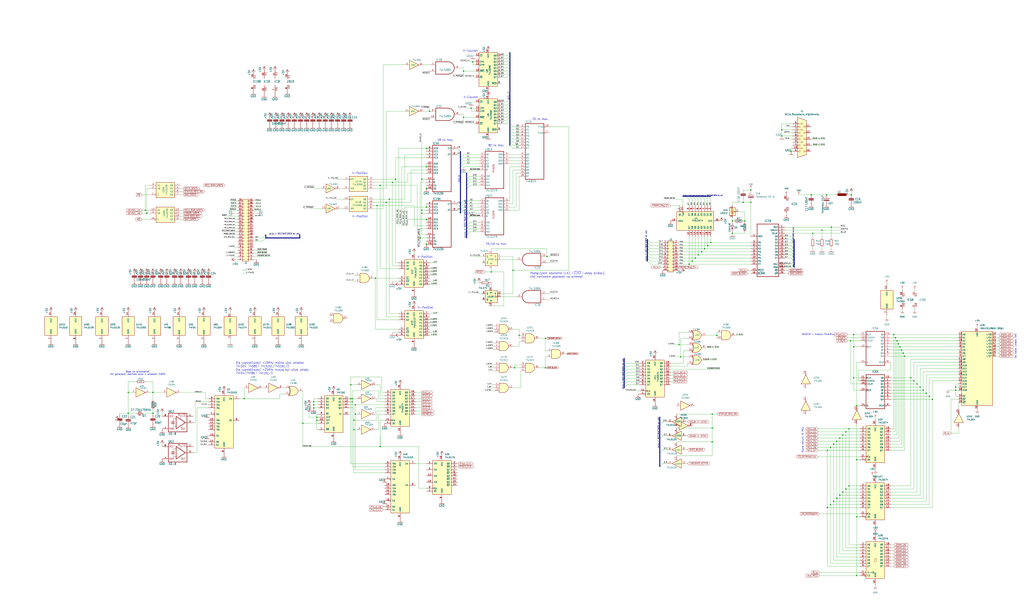
<source format=kicad_sch>
(kicad_sch (version 20250114) (generator "eeschema") (generator_version "9.0")
  (paper "User" 841.68 496.468)
  (lib_symbols
    (symbol "74xx:74LS00" (pin_names (offset 1.016))
      (property "Reference" "U" (at 0 1.27 0))
      (property "Value" "74LS00" (at 0 -1.27 0))
      (symbol "74LS00_1_1"
        (pin input line (at -7.62 2.54 0) (length 3.81) (name "~") (number "1"))
        (pin input line (at -7.62 -2.54 0) (length 3.81) (name "~") (number "2"))
        (pin output inverted (at 7.62 0 180) (length 3.81) (name "~") (number "3"))
      )
      (symbol "74LS00_1_2"
        (pin input inverted (at -7.62 2.54 0) (length 4.318) (name "~") (number "1"))
        (pin input inverted (at -7.62 -2.54 0) (length 4.318) (name "~") (number "2"))
        (pin output line (at 7.62 0 180) (length 3.81) (name "~") (number "3"))
      )
      (symbol "74LS00_2_1"
        (pin input line (at -7.62 2.54 0) (length 3.81) (name "~") (number "4"))
        (pin input line (at -7.62 -2.54 0) (length 3.81) (name "~") (number "5"))
        (pin output inverted (at 7.62 0 180) (length 3.81) (name "~") (number "6"))
      )
      (symbol "74LS00_2_2"
        (pin input inverted (at -7.62 2.54 0) (length 4.318) (name "~") (number "4"))
        (pin input inverted (at -7.62 -2.54 0) (length 4.318) (name "~") (number "5"))
        (pin output line (at 7.62 0 180) (length 3.81) (name "~") (number "6"))
      )
      (symbol "74LS00_3_1"
        (pin input line (at -7.62 2.54 0) (length 3.81) (name "~") (number "9"))
        (pin input line (at -7.62 -2.54 0) (length 3.81) (name "~") (number "10"))
        (pin output inverted (at 7.62 0 180) (length 3.81) (name "~") (number "8"))
      )
      (symbol "74LS00_3_2"
        (pin input inverted (at -7.62 2.54 0) (length 4.318) (name "~") (number "9"))
        (pin input inverted (at -7.62 -2.54 0) (length 4.318) (name "~") (number "10"))
        (pin output line (at 7.62 0 180) (length 3.81) (name "~") (number "8"))
      )
      (symbol "74LS00_4_1"
        (pin input line (at -7.62 2.54 0) (length 3.81) (name "~") (number "12"))
        (pin input line (at -7.62 -2.54 0) (length 3.81) (name "~") (number "13"))
        (pin output inverted (at 7.62 0 180) (length 3.81) (name "~") (number "11"))
      )
      (symbol "74LS00_4_2"
        (pin input inverted (at -7.62 2.54 0) (length 4.318) (name "~") (number "12"))
        (pin input inverted (at -7.62 -2.54 0) (length 4.318) (name "~") (number "13"))
        (pin output line (at 7.62 0 180) (length 3.81) (name "~") (number "11"))
      )
      (symbol "74LS00_5_0"
        (pin power_in line (at 0 12.7 270) (length 5.08) (name "VCC") (number "14"))
        (pin power_in line (at 0 -12.7 90) (length 5.08) (name "GND") (number "7"))
      )
    )
    (symbol "74xx:74LS04"
      (property "Reference" "U" (at 0 1.27 0))
      (property "Value" "74LS04" (at 0 -1.27 0))
      (symbol "74LS04_1_0"
        (pin input line (at -7.62 0 0) (length 3.81) (name "~") (number "1"))
        (pin output inverted (at 7.62 0 180) (length 3.81) (name "~") (number "2"))
      )
      (symbol "74LS04_2_0"
        (pin input line (at -7.62 0 0) (length 3.81) (name "~") (number "3"))
        (pin output inverted (at 7.62 0 180) (length 3.81) (name "~") (number "4"))
      )
      (symbol "74LS04_3_0"
        (pin input line (at -7.62 0 0) (length 3.81) (name "~") (number "5"))
        (pin output inverted (at 7.62 0 180) (length 3.81) (name "~") (number "6"))
      )
      (symbol "74LS04_4_0"
        (pin input line (at -7.62 0 0) (length 3.81) (name "~") (number "9"))
        (pin output inverted (at 7.62 0 180) (length 3.81) (name "~") (number "8"))
      )
      (symbol "74LS04_5_0"
        (pin input line (at -7.62 0 0) (length 3.81) (name "~") (number "11"))
        (pin output inverted (at 7.62 0 180) (length 3.81) (name "~") (number "10"))
      )
      (symbol "74LS04_6_0"
        (pin input line (at -7.62 0 0) (length 3.81) (name "~") (number "13"))
        (pin output inverted (at 7.62 0 180) (length 3.81) (name "~") (number "12"))
      )
      (symbol "74LS04_7_0"
        (pin power_in line (at 0 12.7 270) (length 5.08) (name "VCC") (number "14"))
        (pin power_in line (at 0 -12.7 90) (length 5.08) (name "GND") (number "7"))
      )
    )
    (symbol "74xx:74LS10" (pin_names (offset 1.016))
      (property "Reference" "U" (at 0 1.27 0))
      (property "Value" "74LS10" (at 0 -1.27 0))
      (symbol "74LS10_1_1"
        (pin input line (at -7.62 2.54 0) (length 3.81) (name "~") (number "1"))
        (pin input line (at -7.62 0 0) (length 3.81) (name "~") (number "2"))
        (pin input line (at -7.62 -2.54 0) (length 3.81) (name "~") (number "13"))
        (pin output inverted (at 7.62 0 180) (length 3.81) (name "~") (number "12"))
      )
      (symbol "74LS10_1_2"
        (pin input inverted (at -7.62 2.54 0) (length 4.318) (name "~") (number "1"))
        (pin input inverted (at -7.62 0 0) (length 4.953) (name "~") (number "2"))
        (pin input inverted (at -7.62 -2.54 0) (length 4.318) (name "~") (number "13"))
        (pin output line (at 7.62 0 180) (length 3.81) (name "~") (number "12"))
      )
      (symbol "74LS10_2_1"
        (pin input line (at -7.62 2.54 0) (length 3.81) (name "~") (number "3"))
        (pin input line (at -7.62 0 0) (length 3.81) (name "~") (number "4"))
        (pin input line (at -7.62 -2.54 0) (length 3.81) (name "~") (number "5"))
        (pin output inverted (at 7.62 0 180) (length 3.81) (name "~") (number "6"))
      )
      (symbol "74LS10_2_2"
        (pin input inverted (at -7.62 2.54 0) (length 4.318) (name "~") (number "3"))
        (pin input inverted (at -7.62 0 0) (length 4.953) (name "~") (number "4"))
        (pin input inverted (at -7.62 -2.54 0) (length 4.318) (name "~") (number "5"))
        (pin output line (at 7.62 0 180) (length 3.81) (name "~") (number "6"))
      )
      (symbol "74LS10_3_1"
        (pin input line (at -7.62 2.54 0) (length 3.81) (name "~") (number "9"))
        (pin input line (at -7.62 0 0) (length 3.81) (name "~") (number "10"))
        (pin input line (at -7.62 -2.54 0) (length 3.81) (name "~") (number "11"))
        (pin output inverted (at 7.62 0 180) (length 3.81) (name "~") (number "8"))
      )
      (symbol "74LS10_3_2"
        (pin input inverted (at -7.62 2.54 0) (length 4.318) (name "~") (number "9"))
        (pin input inverted (at -7.62 0 0) (length 4.953) (name "~") (number "10"))
        (pin input inverted (at -7.62 -2.54 0) (length 4.318) (name "~") (number "11"))
        (pin output line (at 7.62 0 180) (length 3.81) (name "~") (number "8"))
      )
      (symbol "74LS10_4_0"
        (pin power_in line (at 0 12.7 270) (length 5.08) (name "VCC") (number "14"))
        (pin power_in line (at 0 -12.7 90) (length 5.08) (name "GND") (number "7"))
      )
    )
    (symbol "74xx:74LS11" (pin_names (offset 1.016))
      (property "Reference" "U" (at 0 1.27 0))
      (property "Value" "74LS11" (at 0 -1.27 0))
      (symbol "74LS11_1_1"
        (pin input line (at -7.62 2.54 0) (length 3.81) (name "~") (number "1"))
        (pin input line (at -7.62 0 0) (length 3.81) (name "~") (number "2"))
        (pin input line (at -7.62 -2.54 0) (length 3.81) (name "~") (number "13"))
        (pin output line (at 7.62 0 180) (length 3.81) (name "~") (number "12"))
      )
      (symbol "74LS11_1_2"
        (pin input inverted (at -7.62 2.54 0) (length 4.318) (name "~") (number "1"))
        (pin input inverted (at -7.62 0 0) (length 4.953) (name "~") (number "2"))
        (pin input inverted (at -7.62 -2.54 0) (length 4.318) (name "~") (number "13"))
        (pin output inverted (at 7.62 0 180) (length 3.81) (name "~") (number "12"))
      )
      (symbol "74LS11_2_1"
        (pin input line (at -7.62 2.54 0) (length 3.81) (name "~") (number "3"))
        (pin input line (at -7.62 0 0) (length 3.81) (name "~") (number "4"))
        (pin input line (at -7.62 -2.54 0) (length 3.81) (name "~") (number "5"))
        (pin output line (at 7.62 0 180) (length 3.81) (name "~") (number "6"))
      )
      (symbol "74LS11_2_2"
        (pin input inverted (at -7.62 2.54 0) (length 4.318) (name "~") (number "3"))
        (pin input inverted (at -7.62 0 0) (length 4.953) (name "~") (number "4"))
        (pin input inverted (at -7.62 -2.54 0) (length 4.318) (name "~") (number "5"))
        (pin output inverted (at 7.62 0 180) (length 3.81) (name "~") (number "6"))
      )
      (symbol "74LS11_3_1"
        (pin input line (at -7.62 2.54 0) (length 3.81) (name "~") (number "9"))
        (pin input line (at -7.62 0 0) (length 3.81) (name "~") (number "10"))
        (pin input line (at -7.62 -2.54 0) (length 3.81) (name "~") (number "11"))
        (pin output line (at 7.62 0 180) (length 3.81) (name "~") (number "8"))
      )
      (symbol "74LS11_3_2"
        (pin input inverted (at -7.62 2.54 0) (length 4.318) (name "~") (number "9"))
        (pin input inverted (at -7.62 0 0) (length 4.953) (name "~") (number "10"))
        (pin input inverted (at -7.62 -2.54 0) (length 4.318) (name "~") (number "11"))
        (pin output inverted (at 7.62 0 180) (length 3.81) (name "~") (number "8"))
      )
      (symbol "74LS11_4_0"
        (pin power_in line (at 0 12.7 270) (length 5.08) (name "VCC") (number "14"))
        (pin power_in line (at 0 -12.7 90) (length 5.08) (name "GND") (number "7"))
      )
    )
    (symbol "74xx:74LS125" (pin_names (offset 1.016))
      (property "Reference" "U" (at 0 1.27 0))
      (property "Value" "74LS125" (at 0 -1.27 0))
      (symbol "74LS125_1_0"
        (pin input line (at -7.62 0 0) (length 3.81) (name "~") (number "2"))
        (pin input inverted (at 0 -6.35 90) (length 4.445) (name "~") (number "1"))
        (pin tri_state line (at 7.62 0 180) (length 3.81) (name "~") (number "3"))
      )
      (symbol "74LS125_2_0"
        (pin input line (at -7.62 0 0) (length 3.81) (name "~") (number "5"))
        (pin input inverted (at 0 -6.35 90) (length 4.445) (name "~") (number "4"))
        (pin tri_state line (at 7.62 0 180) (length 3.81) (name "~") (number "6"))
      )
      (symbol "74LS125_3_0"
        (pin input line (at -7.62 0 0) (length 3.81) (name "~") (number "9"))
        (pin input inverted (at 0 -6.35 90) (length 4.445) (name "~") (number "10"))
        (pin tri_state line (at 7.62 0 180) (length 3.81) (name "~") (number "8"))
      )
      (symbol "74LS125_4_0"
        (pin input line (at -7.62 0 0) (length 3.81) (name "~") (number "12"))
        (pin input inverted (at 0 -6.35 90) (length 4.445) (name "~") (number "13"))
        (pin tri_state line (at 7.62 0 180) (length 3.81) (name "~") (number "11"))
      )
      (symbol "74LS125_5_0"
        (pin power_in line (at 0 12.7 270) (length 5.08) (name "VCC") (number "14"))
        (pin power_in line (at 0 -12.7 90) (length 5.08) (name "GND") (number "7"))
      )
    )
    (symbol "74xx:74LS137" (pin_names (offset 1.016))
      (property "Reference" "U" (at -7.62 11.43 0))
      (property "Value" "74LS137" (at -7.62 -13.97 0))
      (symbol "74LS137_1_0"
        (pin input line (at -12.7 7.62 0) (length 5.08) (name "A0") (number "1"))
        (pin input line (at -12.7 5.08 0) (length 5.08) (name "A1") (number "2"))
        (pin input line (at -12.7 2.54 0) (length 5.08) (name "A2") (number "3"))
        (pin input line (at -12.7 -5.08 0) (length 5.08) (name "~{GL}") (number "4"))
        (pin input line (at -12.7 -7.62 0) (length 5.08) (name "~{G2}") (number "5"))
        (pin input line (at -12.7 -10.16 0) (length 5.08) (name "G1") (number "6"))
        (pin power_in line (at 0 15.24 270) (length 5.08) (name "VCC") (number "16"))
        (pin power_in line (at 0 -17.78 90) (length 5.08) (name "GND") (number "8"))
        (pin output inverted (at 12.7 7.62 180) (length 5.08) (name "Y7") (number "7"))
        (pin output inverted (at 12.7 5.08 180) (length 5.08) (name "Y6") (number "9"))
        (pin output inverted (at 12.7 2.54 180) (length 5.08) (name "Y5") (number "10"))
        (pin output inverted (at 12.7 0 180) (length 5.08) (name "Y4") (number "11"))
        (pin output inverted (at 12.7 -2.54 180) (length 5.08) (name "Y3") (number "12"))
        (pin output inverted (at 12.7 -5.08 180) (length 5.08) (name "Y2") (number "13"))
        (pin output inverted (at 12.7 -7.62 180) (length 5.08) (name "Y1") (number "14"))
        (pin output inverted (at 12.7 -10.16 180) (length 5.08) (name "Y0") (number "15"))
      )
    )
    (symbol "74xx:74LS139" (pin_names (offset 1.016))
      (property "Reference" "U" (at -7.62 8.89 0))
      (property "Value" "74LS139" (at -7.62 -8.89 0))
      (symbol "74LS139_1_0"
        (pin input line (at -12.7 2.54 0) (length 5.08) (name "A1") (number "3"))
        (pin input line (at -12.7 0 0) (length 5.08) (name "A0") (number "2"))
        (pin input inverted (at -12.7 -5.08 0) (length 5.08) (name "E") (number "1"))
        (pin output inverted (at 12.7 2.54 180) (length 5.08) (name "O0") (number "4"))
        (pin output inverted (at 12.7 0 180) (length 5.08) (name "O1") (number "5"))
        (pin output inverted (at 12.7 -2.54 180) (length 5.08) (name "O2") (number "6"))
        (pin output inverted (at 12.7 -5.08 180) (length 5.08) (name "O3") (number "7"))
      )
      (symbol "74LS139_2_0"
        (pin input line (at -12.7 2.54 0) (length 5.08) (name "A1") (number "13"))
        (pin input line (at -12.7 0 0) (length 5.08) (name "A0") (number "14"))
        (pin input inverted (at -12.7 -5.08 0) (length 5.08) (name "E") (number "15"))
        (pin output inverted (at 12.7 2.54 180) (length 5.08) (name "O0") (number "12"))
        (pin output inverted (at 12.7 0 180) (length 5.08) (name "O1") (number "11"))
        (pin output inverted (at 12.7 -2.54 180) (length 5.08) (name "O2") (number "10"))
        (pin output inverted (at 12.7 -5.08 180) (length 5.08) (name "O3") (number "9"))
      )
      (symbol "74LS139_3_0"
        (pin power_in line (at 0 12.7 270) (length 5.08) (name "VCC") (number "16"))
        (pin power_in line (at 0 -12.7 90) (length 5.08) (name "GND") (number "8"))
      )
    )
    (symbol "74xx:74LS153" (pin_names (offset 1.016))
      (property "Reference" "U" (at -7.62 21.59 0))
      (property "Value" "74LS153" (at -7.62 -24.13 0))
      (symbol "74LS153_1_0"
        (pin input line (at -12.7 17.78 0) (length 5.08) (name "I0a") (number "6"))
        (pin input line (at -12.7 15.24 0) (length 5.08) (name "I1a") (number "5"))
        (pin input line (at -12.7 12.7 0) (length 5.08) (name "I2a") (number "4"))
        (pin input line (at -12.7 10.16 0) (length 5.08) (name "I3a") (number "3"))
        (pin input inverted (at -12.7 5.08 0) (length 5.08) (name "Ea") (number "1"))
        (pin input line (at -12.7 0 0) (length 5.08) (name "I0b") (number "10"))
        (pin input line (at -12.7 -2.54 0) (length 5.08) (name "I1b") (number "11"))
        (pin input line (at -12.7 -5.08 0) (length 5.08) (name "I2b") (number "12"))
        (pin input line (at -12.7 -7.62 0) (length 5.08) (name "I3b") (number "13"))
        (pin input inverted (at -12.7 -12.7 0) (length 5.08) (name "Eb") (number "15"))
        (pin input line (at -12.7 -17.78 0) (length 5.08) (name "S0") (number "14"))
        (pin input line (at -12.7 -20.32 0) (length 5.08) (name "S1") (number "2"))
        (pin power_in line (at 0 25.4 270) (length 5.08) (name "VCC") (number "16"))
        (pin power_in line (at 0 -27.94 90) (length 5.08) (name "GND") (number "8"))
        (pin output line (at 12.7 17.78 180) (length 5.08) (name "Za") (number "7"))
        (pin output line (at 12.7 0 180) (length 5.08) (name "Zb") (number "9"))
      )
    )
    (symbol "74xx:74LS161" (pin_names (offset 1.016))
      (property "Reference" "U" (at -7.62 16.51 0))
      (property "Value" "74LS161" (at -7.62 -16.51 0))
      (symbol "74LS161_1_0"
        (pin input line (at -12.7 12.7 0) (length 5.08) (name "D0") (number "3"))
        (pin input line (at -12.7 10.16 0) (length 5.08) (name "D1") (number "4"))
        (pin input line (at -12.7 7.62 0) (length 5.08) (name "D2") (number "5"))
        (pin input line (at -12.7 5.08 0) (length 5.08) (name "D3") (number "6"))
        (pin input line (at -12.7 0 0) (length 5.08) (name "~{PE}") (number "9"))
        (pin input line (at -12.7 -2.54 0) (length 5.08) (name "CEP") (number "7"))
        (pin input line (at -12.7 -5.08 0) (length 5.08) (name "CET") (number "10"))
        (pin input line (at -12.7 -7.62 0) (length 5.08) (name "CP") (number "2"))
        (pin input line (at -12.7 -12.7 0) (length 5.08) (name "~{MR}") (number "1"))
        (pin power_in line (at 0 20.32 270) (length 5.08) (name "VCC") (number "16"))
        (pin power_in line (at 0 -20.32 90) (length 5.08) (name "GND") (number "8"))
        (pin output line (at 12.7 12.7 180) (length 5.08) (name "Q0") (number "14"))
        (pin output line (at 12.7 10.16 180) (length 5.08) (name "Q1") (number "13"))
        (pin output line (at 12.7 7.62 180) (length 5.08) (name "Q2") (number "12"))
        (pin output line (at 12.7 5.08 180) (length 5.08) (name "Q3") (number "11"))
        (pin output line (at 12.7 0 180) (length 5.08) (name "TC") (number "15"))
      )
    )
    (symbol "74xx:74LS175" (pin_names (offset 1.016))
      (property "Reference" "U" (at -7.62 13.97 0))
      (property "Value" "74LS175" (at -7.62 -16.51 0))
      (symbol "74LS175_1_0"
        (pin input line (at -12.7 10.16 0) (length 5.08) (name "D0") (number "4"))
        (pin input line (at -12.7 5.08 0) (length 5.08) (name "D1") (number "5"))
        (pin input line (at -12.7 0 0) (length 5.08) (name "D2") (number "12"))
        (pin input line (at -12.7 -5.08 0) (length 5.08) (name "D3") (number "13"))
        (pin input clock (at -12.7 -10.16 0) (length 5.08) (name "Cp") (number "9"))
        (pin input line (at -12.7 -12.7 0) (length 5.08) (name "~{Mr}") (number "1"))
        (pin power_in line (at 0 17.78 270) (length 5.08) (name "VCC") (number "16"))
        (pin power_in line (at 0 -20.32 90) (length 5.08) (name "GND") (number "8"))
        (pin output line (at 12.7 10.16 180) (length 5.08) (name "Q0") (number "2"))
        (pin output line (at 12.7 7.62 180) (length 5.08) (name "~{Q0}") (number "3"))
        (pin output line (at 12.7 5.08 180) (length 5.08) (name "Q1") (number "7"))
        (pin output line (at 12.7 2.54 180) (length 5.08) (name "~{Q1}") (number "6"))
        (pin output line (at 12.7 0 180) (length 5.08) (name "Q2") (number "10"))
        (pin output line (at 12.7 -2.54 180) (length 5.08) (name "~{Q2}") (number "11"))
        (pin output line (at 12.7 -5.08 180) (length 5.08) (name "Q3") (number "15"))
        (pin output line (at 12.7 -7.62 180) (length 5.08) (name "~{Q3}") (number "14"))
      )
    )
    (symbol "74xx:74LS245" (pin_names (offset 1.016))
      (property "Reference" "U" (at -7.62 16.51 0))
      (property "Value" "74LS245" (at -7.62 -16.51 0))
      (symbol "74LS245_1_0"
        (pin tri_state line (at -12.7 12.7 0) (length 5.08) (name "A0") (number "2"))
        (pin tri_state line (at -12.7 10.16 0) (length 5.08) (name "A1") (number "3"))
        (pin tri_state line (at -12.7 7.62 0) (length 5.08) (name "A2") (number "4"))
        (pin tri_state line (at -12.7 5.08 0) (length 5.08) (name "A3") (number "5"))
        (pin tri_state line (at -12.7 2.54 0) (length 5.08) (name "A4") (number "6"))
        (pin tri_state line (at -12.7 0 0) (length 5.08) (name "A5") (number "7"))
        (pin tri_state line (at -12.7 -2.54 0) (length 5.08) (name "A6") (number "8"))
        (pin tri_state line (at -12.7 -5.08 0) (length 5.08) (name "A7") (number "9"))
        (pin input line (at -12.7 -10.16 0) (length 5.08) (name "A->B") (number "1"))
        (pin input inverted (at -12.7 -12.7 0) (length 5.08) (name "CE") (number "19"))
        (pin power_in line (at 0 20.32 270) (length 5.08) (name "VCC") (number "20"))
        (pin power_in line (at 0 -20.32 90) (length 5.08) (name "GND") (number "10"))
        (pin tri_state line (at 12.7 12.7 180) (length 5.08) (name "B0") (number "18"))
        (pin tri_state line (at 12.7 10.16 180) (length 5.08) (name "B1") (number "17"))
        (pin tri_state line (at 12.7 7.62 180) (length 5.08) (name "B2") (number "16"))
        (pin tri_state line (at 12.7 5.08 180) (length 5.08) (name "B3") (number "15"))
        (pin tri_state line (at 12.7 2.54 180) (length 5.08) (name "B4") (number "14"))
        (pin tri_state line (at 12.7 0 180) (length 5.08) (name "B5") (number "13"))
        (pin tri_state line (at 12.7 -2.54 180) (length 5.08) (name "B6") (number "12"))
        (pin tri_state line (at 12.7 -5.08 180) (length 5.08) (name "B7") (number "11"))
      )
    )
    (symbol "74xx:74LS32" (pin_names (offset 1.016))
      (property "Reference" "U" (at 0 1.27 0))
      (property "Value" "74LS32" (at 0 -1.27 0))
      (symbol "74LS32_1_1"
        (pin input line (at -7.62 2.54 0) (length 4.318) (name "~") (number "1"))
        (pin input line (at -7.62 -2.54 0) (length 4.318) (name "~") (number "2"))
        (pin output line (at 7.62 0 180) (length 3.81) (name "~") (number "3"))
      )
      (symbol "74LS32_1_2"
        (pin input inverted (at -7.62 2.54 0) (length 3.81) (name "~") (number "1"))
        (pin input inverted (at -7.62 -2.54 0) (length 3.81) (name "~") (number "2"))
        (pin output inverted (at 7.62 0 180) (length 3.81) (name "~") (number "3"))
      )
      (symbol "74LS32_2_1"
        (pin input line (at -7.62 2.54 0) (length 4.318) (name "~") (number "4"))
        (pin input line (at -7.62 -2.54 0) (length 4.318) (name "~") (number "5"))
        (pin output line (at 7.62 0 180) (length 3.81) (name "~") (number "6"))
      )
      (symbol "74LS32_2_2"
        (pin input inverted (at -7.62 2.54 0) (length 3.81) (name "~") (number "4"))
        (pin input inverted (at -7.62 -2.54 0) (length 3.81) (name "~") (number "5"))
        (pin output inverted (at 7.62 0 180) (length 3.81) (name "~") (number "6"))
      )
      (symbol "74LS32_3_1"
        (pin input line (at -7.62 2.54 0) (length 4.318) (name "~") (number "9"))
        (pin input line (at -7.62 -2.54 0) (length 4.318) (name "~") (number "10"))
        (pin output line (at 7.62 0 180) (length 3.81) (name "~") (number "8"))
      )
      (symbol "74LS32_3_2"
        (pin input inverted (at -7.62 2.54 0) (length 3.81) (name "~") (number "9"))
        (pin input inverted (at -7.62 -2.54 0) (length 3.81) (name "~") (number "10"))
        (pin output inverted (at 7.62 0 180) (length 3.81) (name "~") (number "8"))
      )
      (symbol "74LS32_4_1"
        (pin input line (at -7.62 2.54 0) (length 4.318) (name "~") (number "12"))
        (pin input line (at -7.62 -2.54 0) (length 4.318) (name "~") (number "13"))
        (pin output line (at 7.62 0 180) (length 3.81) (name "~") (number "11"))
      )
      (symbol "74LS32_4_2"
        (pin input inverted (at -7.62 2.54 0) (length 3.81) (name "~") (number "12"))
        (pin input inverted (at -7.62 -2.54 0) (length 3.81) (name "~") (number "13"))
        (pin output inverted (at 7.62 0 180) (length 3.81) (name "~") (number "11"))
      )
      (symbol "74LS32_5_0"
        (pin power_in line (at 0 12.7 270) (length 5.08) (name "VCC") (number "14"))
        (pin power_in line (at 0 -12.7 90) (length 5.08) (name "GND") (number "7"))
      )
    )
    (symbol "74xx:74LS393" (pin_names (offset 1.016))
      (property "Reference" "U" (at -7.62 8.89 0))
      (property "Value" "74LS393" (at -7.62 -8.89 0))
      (symbol "74LS393_1_0"
        (pin input clock (at -12.7 2.54 0) (length 5.08) (name "CP") (number "1"))
        (pin input line (at -12.7 -5.08 0) (length 5.08) (name "MR") (number "2"))
        (pin output line (at 12.7 2.54 180) (length 5.08) (name "Q0") (number "3"))
        (pin output line (at 12.7 0 180) (length 5.08) (name "Q1") (number "4"))
        (pin output line (at 12.7 -2.54 180) (length 5.08) (name "Q2") (number "5"))
        (pin output line (at 12.7 -5.08 180) (length 5.08) (name "Q3") (number "6"))
      )
      (symbol "74LS393_2_0"
        (pin input clock (at -12.7 2.54 0) (length 5.08) (name "CP") (number "13"))
        (pin input line (at -12.7 -5.08 0) (length 5.08) (name "MR") (number "12"))
        (pin output line (at 12.7 2.54 180) (length 5.08) (name "Q0") (number "11"))
        (pin output line (at 12.7 0 180) (length 5.08) (name "Q1") (number "10"))
        (pin output line (at 12.7 -2.54 180) (length 5.08) (name "Q2") (number "9"))
        (pin output line (at 12.7 -5.08 180) (length 5.08) (name "Q3") (number "8"))
      )
      (symbol "74LS393_3_0"
        (pin power_in line (at 0 12.7 270) (length 5.08) (name "VCC") (number "14"))
        (pin power_in line (at 0 -12.7 90) (length 5.08) (name "GND") (number "7"))
      )
    )
    (symbol "74xx:74LS574" (pin_names (offset 1.016))
      (property "Reference" "U" (at -7.62 16.51 0))
      (property "Value" "74LS574" (at -7.62 -16.51 0))
      (symbol "74LS574_1_0"
        (pin input line (at -12.7 12.7 0) (length 5.08) (name "D0") (number "2"))
        (pin input line (at -12.7 10.16 0) (length 5.08) (name "D1") (number "3"))
        (pin input line (at -12.7 7.62 0) (length 5.08) (name "D2") (number "4"))
        (pin input line (at -12.7 5.08 0) (length 5.08) (name "D3") (number "5"))
        (pin input line (at -12.7 2.54 0) (length 5.08) (name "D4") (number "6"))
        (pin input line (at -12.7 0 0) (length 5.08) (name "D5") (number "7"))
        (pin input line (at -12.7 -2.54 0) (length 5.08) (name "D6") (number "8"))
        (pin input line (at -12.7 -5.08 0) (length 5.08) (name "D7") (number "9"))
        (pin input clock (at -12.7 -10.16 0) (length 5.08) (name "Cp") (number "11"))
        (pin input inverted (at -12.7 -12.7 0) (length 5.08) (name "OE") (number "1"))
        (pin power_in line (at 0 20.32 270) (length 5.08) (name "VCC") (number "20"))
        (pin power_in line (at 0 -20.32 90) (length 5.08) (name "GND") (number "10"))
        (pin tri_state line (at 12.7 12.7 180) (length 5.08) (name "Q0") (number "19"))
        (pin tri_state line (at 12.7 10.16 180) (length 5.08) (name "Q1") (number "18"))
        (pin tri_state line (at 12.7 7.62 180) (length 5.08) (name "Q2") (number "17"))
        (pin tri_state line (at 12.7 5.08 180) (length 5.08) (name "Q3") (number "16"))
        (pin tri_state line (at 12.7 2.54 180) (length 5.08) (name "Q4") (number "15"))
        (pin tri_state line (at 12.7 0 180) (length 5.08) (name "Q5") (number "14"))
        (pin tri_state line (at 12.7 -2.54 180) (length 5.08) (name "Q6") (number "13"))
        (pin tri_state line (at 12.7 -5.08 180) (length 5.08) (name "Q7") (number "12"))
      )
    )
    (symbol "74xx:74LS590"
      (property "Reference" "U" (at -7.62 16.51 0))
      (property "Value" "74LS590" (at -7.62 -13.97 0))
      (symbol "74LS590_1_0"
        (pin input line (at -10.16 12.7 0) (length 2.54) (name "~{CE}") (number "12"))
        (pin input line (at -10.16 7.62 0) (length 2.54) (name "CPC") (number "11"))
        (pin input line (at -10.16 5.08 0) (length 2.54) (name "CPR") (number "13"))
        (pin input line (at -10.16 0 0) (length 2.54) (name "~{MRC}") (number "10"))
        (pin input line (at -10.16 -5.08 0) (length 2.54) (name "~{OE}") (number "14"))
        (pin power_in line (at 0 17.78 270) (length 2.54) (name "VCC") (number "16"))
        (pin power_in line (at 0 -15.24 90) (length 2.54) (name "GND") (number "8"))
        (pin tri_state line (at 10.16 12.7 180) (length 2.54) (name "Q0") (number "15"))
        (pin tri_state line (at 10.16 10.16 180) (length 2.54) (name "Q1") (number "1"))
        (pin tri_state line (at 10.16 7.62 180) (length 2.54) (name "Q2") (number "2"))
        (pin tri_state line (at 10.16 5.08 180) (length 2.54) (name "Q3") (number "3"))
        (pin tri_state line (at 10.16 2.54 180) (length 2.54) (name "Q4") (number "4"))
        (pin tri_state line (at 10.16 0 180) (length 2.54) (name "Q5") (number "5"))
        (pin tri_state line (at 10.16 -2.54 180) (length 2.54) (name "Q6") (number "6"))
        (pin tri_state line (at 10.16 -5.08 180) (length 2.54) (name "Q7") (number "7"))
        (pin output line (at 10.16 -10.16 180) (length 2.54) (name "~{RCO}") (number "9"))
      )
    )
    (symbol "74xx:74LS74" (pin_names (offset 1.016))
      (property "Reference" "U" (at -7.62 8.89 0))
      (property "Value" "74LS74" (at -7.62 -8.89 0))
      (symbol "74LS74_1_0"
        (pin input line (at -7.62 2.54 0) (length 2.54) (name "D") (number "2"))
        (pin input clock (at -7.62 0 0) (length 2.54) (name "C") (number "3"))
        (pin input line (at 0 7.62 270) (length 2.54) (name "~{S}") (number "4"))
        (pin input line (at 0 -7.62 90) (length 2.54) (name "~{R}") (number "1"))
        (pin output line (at 7.62 2.54 180) (length 2.54) (name "Q") (number "5"))
        (pin output line (at 7.62 -2.54 180) (length 2.54) (name "~{Q}") (number "6"))
      )
      (symbol "74LS74_2_0"
        (pin input line (at -7.62 2.54 0) (length 2.54) (name "D") (number "12"))
        (pin input clock (at -7.62 0 0) (length 2.54) (name "C") (number "11"))
        (pin input line (at 0 7.62 270) (length 2.54) (name "~{S}") (number "10"))
        (pin input line (at 0 -7.62 90) (length 2.54) (name "~{R}") (number "13"))
        (pin output line (at 7.62 2.54 180) (length 2.54) (name "Q") (number "9"))
        (pin output line (at 7.62 -2.54 180) (length 2.54) (name "~{Q}") (number "8"))
      )
      (symbol "74LS74_3_0"
        (pin power_in line (at 0 10.16 270) (length 2.54) (name "VCC") (number "14"))
        (pin power_in line (at 0 -10.16 90) (length 2.54) (name "GND") (number "7"))
      )
    )
    (symbol "74xx:74LS86" (pin_names (offset 1.016))
      (property "Reference" "U" (at 0 1.27 0))
      (property "Value" "74LS86" (at 0 -1.27 0))
      (symbol "74LS86_1_0"
        (pin input line (at -7.62 2.54 0) (length 4.445) (name "~") (number "1"))
        (pin input line (at -7.62 -2.54 0) (length 4.445) (name "~") (number "2"))
        (pin output line (at 7.62 0 180) (length 3.81) (name "~") (number "3"))
      )
      (symbol "74LS86_2_0"
        (pin input line (at -7.62 2.54 0) (length 4.445) (name "~") (number "4"))
        (pin input line (at -7.62 -2.54 0) (length 4.445) (name "~") (number "5"))
        (pin output line (at 7.62 0 180) (length 3.81) (name "~") (number "6"))
      )
      (symbol "74LS86_3_0"
        (pin input line (at -7.62 2.54 0) (length 4.445) (name "~") (number "9"))
        (pin input line (at -7.62 -2.54 0) (length 4.445) (name "~") (number "10"))
        (pin output line (at 7.62 0 180) (length 3.81) (name "~") (number "8"))
      )
      (symbol "74LS86_4_0"
        (pin input line (at -7.62 2.54 0) (length 4.445) (name "~") (number "12"))
        (pin input line (at -7.62 -2.54 0) (length 4.445) (name "~") (number "13"))
        (pin output line (at 7.62 0 180) (length 3.81) (name "~") (number "11"))
      )
      (symbol "74LS86_5_0"
        (pin power_in line (at 0 12.7 270) (length 5.08) (name "VCC") (number "14"))
        (pin power_in line (at 0 -12.7 90) (length 5.08) (name "GND") (number "7"))
      )
    )
    (symbol "Connector:DE15_Receptacle_HighDensity" (pin_names (offset 1.016) (hide yes))
      (property "Reference" "J" (at 0 21.59 0))
      (property "Value" "DE15_Receptacle_HighDensity" (at 0 19.05 0))
      (symbol "DE15_Receptacle_HighDensity_1_1"
        (pin passive line (at -7.62 12.7 0) (length 5.08) (name "~") (number "6"))
        (pin passive line (at -7.62 10.16 0) (length 5.08) (name "~") (number "1"))
        (pin passive line (at -7.62 7.62 0) (length 5.08) (name "~") (number "7"))
        (pin passive line (at -7.62 5.08 0) (length 5.08) (name "~") (number "2"))
        (pin passive line (at -7.62 2.54 0) (length 5.08) (name "~") (number "8"))
        (pin passive line (at -7.62 0 0) (length 5.08) (name "~") (number "3"))
        (pin passive line (at -7.62 -2.54 0) (length 5.08) (name "~") (number "9"))
        (pin passive line (at -7.62 -5.08 0) (length 5.08) (name "~") (number "4"))
        (pin passive line (at -7.62 -7.62 0) (length 5.08) (name "~") (number "10"))
        (pin passive line (at -7.62 -10.16 0) (length 5.08) (name "~") (number "5"))
        (pin passive line (at 7.62 10.16 180) (length 5.08) (name "~") (number "11"))
        (pin passive line (at 7.62 5.08 180) (length 5.08) (name "~") (number "12"))
        (pin passive line (at 7.62 0 180) (length 5.08) (name "~") (number "13"))
        (pin passive line (at 7.62 -5.08 180) (length 5.08) (name "~") (number "14"))
        (pin passive line (at 7.62 -10.16 180) (length 5.08) (name "~") (number "15"))
      )
    )
    (symbol "Connector_Generic:Conn_02x10_Odd_Even" (pin_names (offset 1.016) (hide yes))
      (property "Reference" "J" (at 1.27 12.7 0))
      (property "Value" "Conn_02x10_Odd_Even" (at 1.27 -15.24 0))
      (symbol "Conn_02x10_Odd_Even_1_1"
        (pin passive line (at -5.08 10.16 0) (length 3.81) (name "Pin_1") (number "1"))
        (pin passive line (at -5.08 7.62 0) (length 3.81) (name "Pin_3") (number "3"))
        (pin passive line (at -5.08 5.08 0) (length 3.81) (name "Pin_5") (number "5"))
        (pin passive line (at -5.08 2.54 0) (length 3.81) (name "Pin_7") (number "7"))
        (pin passive line (at -5.08 0 0) (length 3.81) (name "Pin_9") (number "9"))
        (pin passive line (at -5.08 -2.54 0) (length 3.81) (name "Pin_11") (number "11"))
        (pin passive line (at -5.08 -5.08 0) (length 3.81) (name "Pin_13") (number "13"))
        (pin passive line (at -5.08 -7.62 0) (length 3.81) (name "Pin_15") (number "15"))
        (pin passive line (at -5.08 -10.16 0) (length 3.81) (name "Pin_17") (number "17"))
        (pin passive line (at -5.08 -12.7 0) (length 3.81) (name "Pin_19") (number "19"))
        (pin passive line (at 7.62 10.16 180) (length 3.81) (name "Pin_2") (number "2"))
        (pin passive line (at 7.62 7.62 180) (length 3.81) (name "Pin_4") (number "4"))
        (pin passive line (at 7.62 5.08 180) (length 3.81) (name "Pin_6") (number "6"))
        (pin passive line (at 7.62 2.54 180) (length 3.81) (name "Pin_8") (number "8"))
        (pin passive line (at 7.62 0 180) (length 3.81) (name "Pin_10") (number "10"))
        (pin passive line (at 7.62 -2.54 180) (length 3.81) (name "Pin_12") (number "12"))
        (pin passive line (at 7.62 -5.08 180) (length 3.81) (name "Pin_14") (number "14"))
        (pin passive line (at 7.62 -7.62 180) (length 3.81) (name "Pin_16") (number "16"))
        (pin passive line (at 7.62 -10.16 180) (length 3.81) (name "Pin_18") (number "18"))
        (pin passive line (at 7.62 -12.7 180) (length 3.81) (name "Pin_20") (number "20"))
      )
    )
    (symbol "Connector_Generic:Conn_02x20_Odd_Even" (pin_names (offset 1.016) (hide yes))
      (property "Reference" "J" (at 1.27 25.4 0))
      (property "Value" "Conn_02x20_Odd_Even" (at 1.27 -27.94 0))
      (symbol "Conn_02x20_Odd_Even_1_1"
        (pin passive line (at -5.08 22.86 0) (length 3.81) (name "Pin_1") (number "1"))
        (pin passive line (at -5.08 20.32 0) (length 3.81) (name "Pin_3") (number "3"))
        (pin passive line (at -5.08 17.78 0) (length 3.81) (name "Pin_5") (number "5"))
        (pin passive line (at -5.08 15.24 0) (length 3.81) (name "Pin_7") (number "7"))
        (pin passive line (at -5.08 12.7 0) (length 3.81) (name "Pin_9") (number "9"))
        (pin passive line (at -5.08 10.16 0) (length 3.81) (name "Pin_11") (number "11"))
        (pin passive line (at -5.08 7.62 0) (length 3.81) (name "Pin_13") (number "13"))
        (pin passive line (at -5.08 5.08 0) (length 3.81) (name "Pin_15") (number "15"))
        (pin passive line (at -5.08 2.54 0) (length 3.81) (name "Pin_17") (number "17"))
        (pin passive line (at -5.08 0 0) (length 3.81) (name "Pin_19") (number "19"))
        (pin passive line (at -5.08 -2.54 0) (length 3.81) (name "Pin_21") (number "21"))
        (pin passive line (at -5.08 -5.08 0) (length 3.81) (name "Pin_23") (number "23"))
        (pin passive line (at -5.08 -7.62 0) (length 3.81) (name "Pin_25") (number "25"))
        (pin passive line (at -5.08 -10.16 0) (length 3.81) (name "Pin_27") (number "27"))
        (pin passive line (at -5.08 -12.7 0) (length 3.81) (name "Pin_29") (number "29"))
        (pin passive line (at -5.08 -15.24 0) (length 3.81) (name "Pin_31") (number "31"))
        (pin passive line (at -5.08 -17.78 0) (length 3.81) (name "Pin_33") (number "33"))
        (pin passive line (at -5.08 -20.32 0) (length 3.81) (name "Pin_35") (number "35"))
        (pin passive line (at -5.08 -22.86 0) (length 3.81) (name "Pin_37") (number "37"))
        (pin passive line (at -5.08 -25.4 0) (length 3.81) (name "Pin_39") (number "39"))
        (pin passive line (at 7.62 22.86 180) (length 3.81) (name "Pin_2") (number "2"))
        (pin passive line (at 7.62 20.32 180) (length 3.81) (name "Pin_4") (number "4"))
        (pin passive line (at 7.62 17.78 180) (length 3.81) (name "Pin_6") (number "6"))
        (pin passive line (at 7.62 15.24 180) (length 3.81) (name "Pin_8") (number "8"))
        (pin passive line (at 7.62 12.7 180) (length 3.81) (name "Pin_10") (number "10"))
        (pin passive line (at 7.62 10.16 180) (length 3.81) (name "Pin_12") (number "12"))
        (pin passive line (at 7.62 7.62 180) (length 3.81) (name "Pin_14") (number "14"))
        (pin passive line (at 7.62 5.08 180) (length 3.81) (name "Pin_16") (number "16"))
        (pin passive line (at 7.62 2.54 180) (length 3.81) (name "Pin_18") (number "18"))
        (pin passive line (at 7.62 0 180) (length 3.81) (name "Pin_20") (number "20"))
        (pin passive line (at 7.62 -2.54 180) (length 3.81) (name "Pin_22") (number "22"))
        (pin passive line (at 7.62 -5.08 180) (length 3.81) (name "Pin_24") (number "24"))
        (pin passive line (at 7.62 -7.62 180) (length 3.81) (name "Pin_26") (number "26"))
        (pin passive line (at 7.62 -10.16 180) (length 3.81) (name "Pin_28") (number "28"))
        (pin passive line (at 7.62 -12.7 180) (length 3.81) (name "Pin_30") (number "30"))
        (pin passive line (at 7.62 -15.24 180) (length 3.81) (name "Pin_32") (number "32"))
        (pin passive line (at 7.62 -17.78 180) (length 3.81) (name "Pin_34") (number "34"))
        (pin passive line (at 7.62 -20.32 180) (length 3.81) (name "Pin_36") (number "36"))
        (pin passive line (at 7.62 -22.86 180) (length 3.81) (name "Pin_38") (number "38"))
        (pin passive line (at 7.62 -25.4 180) (length 3.81) (name "Pin_40") (number "40"))
      )
    )
    (symbol "Device:C_Polarized" (pin_numbers (hide yes)) (pin_names (offset 0.254))
      (property "Reference" "C" (at 0.635 2.54 0))
      (property "Value" "C_Polarized" (at 0.635 -2.54 0))
      (symbol "C_Polarized_1_1"
        (pin passive line (at 0 3.81 270) (length 2.794) (name "~") (number "1"))
        (pin passive line (at 0 -3.81 90) (length 2.794) (name "~") (number "2"))
      )
    )
    (symbol "Device:R" (pin_numbers (hide yes)) (pin_names (offset 0))
      (property "Reference" "R" (at 2.032 0 90))
      (property "Value" "R" (at 0 0 90))
      (symbol "R_1_1"
        (pin passive line (at 0 3.81 270) (length 1.27) (name "~") (number "1"))
        (pin passive line (at 0 -3.81 90) (length 1.27) (name "~") (number "2"))
      )
    )
    (symbol "Diode:1N4148" (pin_numbers (hide yes)) (pin_names (hide yes))
      (property "Reference" "D" (at 0 2.54 0))
      (property "Value" "1N4148" (at 0 -2.54 0))
      (symbol "1N4148_1_1"
        (pin passive line (at -3.81 0 0) (length 2.54) (name "K") (number "1"))
        (pin passive line (at 3.81 0 180) (length 2.54) (name "A") (number "2"))
      )
    )
    (symbol "HV-Syncsch-eagle-import:+5V" (power)
      (symbol "+5V_1_0"
        (pin power_in line (at 0 -2.54 90) (length 2.54) (name "+5V") (number "1"))
      )
    )
    (symbol "HV-Syncsch-eagle-import:7408N"
      (property "Reference" "IC" (at -0.635 -0.635 0))
      (symbol "7408N_1_0"
        (pin input line (at -12.7 2.54 0) (length 5.08) (name "I0") (number "1"))
        (pin input line (at -12.7 -2.54 0) (length 5.08) (name "I1") (number "2"))
        (pin output line (at 12.7 0 180) (length 5.08) (name "O") (number "3"))
      )
      (symbol "7408N_2_0"
        (pin input line (at -12.7 2.54 0) (length 5.08) (name "I0") (number "4"))
        (pin input line (at -12.7 -2.54 0) (length 5.08) (name "I1") (number "5"))
        (pin output line (at 12.7 0 180) (length 5.08) (name "O") (number "6"))
      )
      (symbol "7408N_3_0"
        (pin input line (at -12.7 2.54 0) (length 5.08) (name "I0") (number "9"))
        (pin input line (at -12.7 -2.54 0) (length 5.08) (name "I1") (number "10"))
        (pin output line (at 12.7 0 180) (length 5.08) (name "O") (number "8"))
      )
      (symbol "7408N_4_0"
        (pin input line (at -12.7 2.54 0) (length 5.08) (name "I0") (number "12"))
        (pin input line (at -12.7 -2.54 0) (length 5.08) (name "I1") (number "13"))
        (pin output line (at 12.7 0 180) (length 5.08) (name "O") (number "11"))
      )
      (symbol "7408N_5_0"
        (text "VCC" (at 1.905 5.08 900) (effects (font (size 1.27 1.0795)) (justify left bottom)))
        (text "GND" (at 1.905 -7.62 900) (effects (font (size 1.27 1.0795)) (justify left bottom)))
        (pin power_in line (at 0 10.16 270) (length 7.62) (name "VCC") (number "14"))
        (pin power_in line (at 0 -10.16 90) (length 7.62) (name "GND") (number "7"))
      )
    )
    (symbol "HV-Syncsch-eagle-import:74153N"
      (property "Reference" "IC" (at -0.635 -0.635 0))
      (symbol "74153N_1_0"
        (pin input line (at -12.7 15.24 0) (length 5.08) (name "1C0") (number "6"))
        (pin input line (at -12.7 12.7 0) (length 5.08) (name "1C1") (number "5"))
        (pin input line (at -12.7 10.16 0) (length 5.08) (name "1C2") (number "4"))
        (pin input line (at -12.7 7.62 0) (length 5.08) (name "1C3") (number "3"))
        (pin input line (at -12.7 2.54 0) (length 5.08) (name "2C0") (number "10"))
        (pin input line (at -12.7 0 0) (length 5.08) (name "2C1") (number "11"))
        (pin input line (at -12.7 -2.54 0) (length 5.08) (name "2C2") (number "12"))
        (pin input line (at -12.7 -5.08 0) (length 5.08) (name "2C3") (number "13"))
        (pin input line (at -12.7 -10.16 0) (length 5.08) (name "A") (number "14"))
        (pin input line (at -12.7 -12.7 0) (length 5.08) (name "B") (number "2"))
        (pin input inverted (at -12.7 -15.24 0) (length 5.08) (name "1G") (number "1"))
        (pin input inverted (at -12.7 -17.78 0) (length 5.08) (name "2G") (number "15"))
        (pin output line (at 12.7 15.24 180) (length 5.08) (name "1Y") (number "7"))
        (pin output line (at 12.7 10.16 180) (length 5.08) (name "2Y") (number "9"))
      )
      (symbol "74153N_2_0"
        (text "VCC" (at 1.905 2.54 900) (effects (font (size 1.27 1.0795)) (justify left bottom)))
        (text "GND" (at 1.905 -5.842 900) (effects (font (size 1.27 1.0795)) (justify left bottom)))
        (pin power_in line (at 0 7.62 270) (length 5.08) (name "VCC") (number "16"))
        (pin power_in line (at 0 -7.62 90) (length 5.08) (name "GND") (number "8"))
      )
    )
    (symbol "HV-Syncsch-eagle-import:74590D"
      (property "Reference" "IC" (at -0.635 -0.635 0))
      (symbol "74590D_1_0"
        (pin input clock (at -12.7 10.16 0) (length 5.08) (name "CLK") (number "11"))
        (pin input inverted (at -12.7 7.62 0) (length 5.08) (name "CCKEN") (number "12"))
        (pin input inverted (at -12.7 5.08 0) (length 5.08) (name "CCLR") (number "10"))
        (pin input clock (at -12.7 0 0) (length 5.08) (name "RCK") (number "13"))
        (pin input inverted (at -12.7 -12.7 0) (length 5.08) (name "G") (number "14"))
        (pin tri_state line (at 12.7 10.16 180) (length 5.08) (name "QA") (number "15"))
        (pin tri_state line (at 12.7 7.62 180) (length 5.08) (name "QB") (number "1"))
        (pin tri_state line (at 12.7 5.08 180) (length 5.08) (name "QC") (number "2"))
        (pin tri_state line (at 12.7 2.54 180) (length 5.08) (name "QD") (number "3"))
        (pin tri_state line (at 12.7 0 180) (length 5.08) (name "QE") (number "4"))
        (pin tri_state line (at 12.7 -2.54 180) (length 5.08) (name "QF") (number "5"))
        (pin tri_state line (at 12.7 -5.08 180) (length 5.08) (name "QG") (number "6"))
        (pin tri_state line (at 12.7 -7.62 180) (length 5.08) (name "QH") (number "7"))
        (pin output inverted (at 12.7 -12.7 180) (length 5.08) (name "RCO") (number "9"))
      )
      (symbol "74590D_2_0"
        (text "VCC" (at 1.905 2.54 900) (effects (font (size 1.27 1.0795)) (justify left bottom)))
        (text "GND" (at 1.905 -5.842 900) (effects (font (size 1.27 1.0795)) (justify left bottom)))
        (pin power_in line (at 0 7.62 270) (length 5.08) (name "VCC") (number "16"))
        (pin power_in line (at 0 -7.62 90) (length 5.08) (name "GND") (number "8"))
      )
    )
    (symbol "HV-Syncsch-eagle-import:74682N"
      (property "Reference" "IC" (at -0.635 -0.635 0))
      (symbol "74682N_1_0"
        (pin input line (at -12.7 20.32 0) (length 5.08) (name "P0") (number "2"))
        (pin input line (at -12.7 17.78 0) (length 5.08) (name "P1") (number "4"))
        (pin input line (at -12.7 15.24 0) (length 5.08) (name "P2") (number "6"))
        (pin input line (at -12.7 12.7 0) (length 5.08) (name "P3") (number "8"))
        (pin input line (at -12.7 10.16 0) (length 5.08) (name "P4") (number "11"))
        (pin input line (at -12.7 7.62 0) (length 5.08) (name "P5") (number "13"))
        (pin input line (at -12.7 5.08 0) (length 5.08) (name "P6") (number "15"))
        (pin input line (at -12.7 2.54 0) (length 5.08) (name "P7") (number "17"))
        (pin input line (at -12.7 -2.54 0) (length 5.08) (name "Q0") (number "3"))
        (pin input line (at -12.7 -5.08 0) (length 5.08) (name "Q1") (number "5"))
        (pin input line (at -12.7 -7.62 0) (length 5.08) (name "Q2") (number "7"))
        (pin input line (at -12.7 -10.16 0) (length 5.08) (name "Q3") (number "9"))
        (pin input line (at -12.7 -12.7 0) (length 5.08) (name "Q4") (number "12"))
        (pin input line (at -12.7 -15.24 0) (length 5.08) (name "Q5") (number "14"))
        (pin input line (at -12.7 -17.78 0) (length 5.08) (name "Q6") (number "16"))
        (pin input line (at -12.7 -20.32 0) (length 5.08) (name "Q7") (number "18"))
        (pin output inverted (at 12.7 20.32 180) (length 5.08) (name "P=Q") (number "19"))
        (pin output inverted (at 12.7 15.24 180) (length 5.08) (name "P>Q") (number "1"))
      )
      (symbol "74682N_2_0"
        (text "VCC" (at 1.905 5.08 900) (effects (font (size 1.27 1.0795)) (justify left bottom)))
        (text "GND" (at 1.905 -7.62 900) (effects (font (size 1.27 1.0795)) (justify left bottom)))
        (pin power_in line (at 0 10.16 270) (length 7.62) (name "VCC") (number "20"))
        (pin power_in line (at 0 -10.16 90) (length 7.62) (name "GND") (number "10"))
      )
    )
    (symbol "HV-Syncsch-eagle-import:74LS219"
      (symbol "74LS219_1_0"
        (text "74LS219" (at 0 -2.54 900) (effects (font (size 1.27 1.0795)) (justify left bottom)))
        (pin input line (at -12.7 12.7 0) (length 5.08) (name "A0") (number "1"))
        (pin input line (at -12.7 10.16 0) (length 5.08) (name "A1") (number "15"))
        (pin input line (at -12.7 7.62 0) (length 5.08) (name "A2") (number "14"))
        (pin input line (at -12.7 5.08 0) (length 5.08) (name "A3") (number "13"))
        (pin input line (at -12.7 2.54 0) (length 5.08) (name "~{CS}") (number "2"))
        (pin input line (at -12.7 0 0) (length 5.08) (name "~{W}") (number "3"))
        (pin input line (at -12.7 -5.08 0) (length 5.08) (name "DI0") (number "4"))
        (pin input line (at -12.7 -7.62 0) (length 5.08) (name "DI1") (number "6"))
        (pin input line (at -12.7 -10.16 0) (length 5.08) (name "DI2") (number "10"))
        (pin input line (at -12.7 -12.7 0) (length 5.08) (name "DI3") (number "12"))
        (pin tri_state line (at 12.7 12.7 180) (length 5.08) (name "DO0") (number "5"))
        (pin tri_state line (at 12.7 10.16 180) (length 5.08) (name "DO1") (number "7"))
        (pin tri_state line (at 12.7 7.62 180) (length 5.08) (name "DO2") (number "9"))
        (pin tri_state line (at 12.7 5.08 180) (length 5.08) (name "DO3") (number "11"))
      )
      (symbol "74LS219_2_0"
        (text "VCC" (at 1.905 2.54 900) (effects (font (size 1.27 1.0795)) (justify left bottom)))
        (text "GND" (at 1.905 -5.842 900) (effects (font (size 1.27 1.0795)) (justify left bottom)))
        (pin power_in line (at 0 7.62 270) (length 5.08) (name "VCC") (number "16"))
        (pin power_in line (at 0 -7.62 90) (length 5.08) (name "GND") (number "8"))
      )
    )
    (symbol "HV-Syncsch-eagle-import:ADV476"
      (property "Reference" "IC" (at -0.635 -5.08 90))
      (symbol "ADV476_1_0"
        (text "VCC" (at 1.905 2.54 900) (effects (font (size 1.27 1.0795)) (justify left bottom)))
        (text "GND" (at 1.905 -5.842 900) (effects (font (size 1.27 1.0795)) (justify left bottom)))
        (pin power_in line (at 0 7.62 270) (length 5.08) (name "VCC") (number "28"))
        (pin power_in line (at 0 -7.62 90) (length 5.08) (name "GND") (number "14"))
      )
      (symbol "ADV476_2_0"
        (pin input line (at -15.24 12.7 0) (length 5.08) (name "IREF") (number "4"))
        (pin input line (at -15.24 7.62 0) (length 5.08) (name "P0") (number "5"))
        (pin input line (at -15.24 5.08 0) (length 5.08) (name "P1") (number "6"))
        (pin input line (at -15.24 2.54 0) (length 5.08) (name "P2") (number "7"))
        (pin input line (at -15.24 0 0) (length 5.08) (name "P3") (number "8"))
        (pin input line (at -15.24 -2.54 0) (length 5.08) (name "P4") (number "9"))
        (pin input line (at -15.24 -5.08 0) (length 5.08) (name "P5") (number "10"))
        (pin input line (at -15.24 -7.62 0) (length 5.08) (name "P6") (number "11"))
        (pin input line (at -15.24 -10.16 0) (length 5.08) (name "P7") (number "12"))
        (pin input line (at -15.24 -15.24 0) (length 5.08) (name "~{PCLK}") (number "13"))
        (pin input line (at -15.24 -17.78 0) (length 5.08) (name "~{BLANK}") (number "16"))
        (pin output line (at 12.7 20.32 180) (length 5.08) (name "RED") (number "1"))
        (pin output line (at 12.7 17.78 180) (length 5.08) (name "GREEN") (number "2"))
        (pin output line (at 12.7 15.24 180) (length 5.08) (name "BLUE") (number "3"))
        (pin bidirectional line (at 12.7 12.7 180) (length 5.08) (name "D0") (number "17"))
        (pin bidirectional line (at 12.7 10.16 180) (length 5.08) (name "D1") (number "18"))
        (pin bidirectional line (at 12.7 7.62 180) (length 5.08) (name "D2") (number "19"))
        (pin bidirectional line (at 12.7 5.08 180) (length 5.08) (name "D3") (number "20"))
        (pin bidirectional line (at 12.7 2.54 180) (length 5.08) (name "D4") (number "21"))
        (pin bidirectional line (at 12.7 0 180) (length 5.08) (name "D5") (number "22"))
        (pin bidirectional line (at 12.7 -2.54 180) (length 5.08) (name "D6") (number "23"))
        (pin bidirectional line (at 12.7 -5.08 180) (length 5.08) (name "D7") (number "24"))
        (pin input line (at 12.7 -10.16 180) (length 5.08) (name "RS1") (number "27"))
        (pin input line (at 12.7 -12.7 180) (length 5.08) (name "RS0") (number "26"))
        (pin input line (at 12.7 -15.24 180) (length 5.08) (name "~{RD}") (number "15"))
        (pin input line (at 12.7 -17.78 180) (length 5.08) (name "~{WR}") (number "25"))
      )
    )
    (symbol "HV-Syncsch-eagle-import:C-EU025-025X050"
      (property "Reference" "C" (at 1.524 0.381 0))
      (symbol "C-EU025-025X050_1_0"
        (pin passive line (at 0 2.54 270) (length 2.54) (name "1") (number "1"))
        (pin passive line (at 0 -5.08 90) (length 2.54) (name "2") (number "2"))
      )
    )
    (symbol "HV-Syncsch-eagle-import:C-EU025-030X050"
      (property "Reference" "C" (at 1.524 0.381 0))
      (symbol "C-EU025-030X050_1_0"
        (pin passive line (at 0 2.54 270) (length 2.54) (name "1") (number "1"))
        (pin passive line (at 0 -5.08 90) (length 2.54) (name "2") (number "2"))
      )
    )
    (symbol "HV-Syncsch-eagle-import:C-TRIMM808-1"
      (property "Reference" "C" (at 1.524 0.381 0))
      (symbol "C-TRIMM808-1_1_0"
        (pin passive line (at 0 2.54 270) (length 2.54) (name "E") (number "1"))
        (pin passive line (at 0 -5.08 90) (length 2.54) (name "A") (number "2"))
      )
    )
    (symbol "HV-Syncsch-eagle-import:CRYSTALHC33U-H"
      (property "Reference" "Q" (at 2.54 1.016 0))
      (symbol "CRYSTALHC33U-H_1_0"
        (text "1" (at -2.159 -1.143 0) (effects (font (size 0.8636 0.734)) (justify left bottom)))
        (text "2" (at 1.524 -1.143 0) (effects (font (size 0.8636 0.734)) (justify left bottom)))
        (pin passive line (at -2.54 0 0) (length 0) (name "1") (number "1"))
        (pin passive line (at 2.54 0 180) (length 0) (name "2") (number "2"))
      )
    )
    (symbol "HV-Syncsch-eagle-import:GND" (power)
      (symbol "GND_1_0"
        (pin power_in line (at 0 2.54 270) (length 2.54) (name "GND") (number "1"))
      )
    )
    (symbol "HV-Syncsch-eagle-import:L-EU0204/7"
      (property "Reference" "L" (at -1.4986 -3.81 90))
      (symbol "L-EU0204/7_1_0"
        (pin passive line (at 0 5.08 270) (length 2.54) (name "1") (number "1"))
        (pin passive line (at 0 -5.08 90) (length 2.54) (name "2") (number "2"))
      )
    )
    (symbol "HV-Syncsch-eagle-import:R-EU_0207/7"
      (property "Reference" "R" (at -3.81 1.4986 0))
      (symbol "R-EU_0207/7_1_0"
        (pin passive line (at -5.08 0 0) (length 2.54) (name "1") (number "1"))
        (pin passive line (at 5.08 0 180) (length 2.54) (name "2") (number "2"))
      )
    )
    (symbol "HV-Syncsch-eagle-import:XO-8"
      (property "Reference" "QG" (at -7.62 8.255 0))
      (symbol "XO-8_1_0"
        (text "VCC" (at -6.985 4.318 0) (effects (font (size 1.524 1.2954)) (justify left bottom)))
        (text "GND" (at -6.985 -5.842 0) (effects (font (size 1.524 1.2954)) (justify left bottom)))
        (text "NC/TS" (at 0 5.588 0) (effects (font (size 1.524 1.2954)) (justify left bottom)))
        (text "OUT" (at 2.54 -5.842 0) (effects (font (size 1.524 1.2954)) (justify left bottom)))
        (pin power_in line (at -12.7 5.08 0) (length 5.08) (name "VCC") (number "8"))
        (pin power_in line (at -12.7 -5.08 0) (length 5.08) (name "GND") (number "4"))
        (pin passive line (at 12.7 5.08 180) (length 5.08) (name "TS") (number "1"))
        (pin output line (at 12.7 0 180) (length 5.08) (name "OUT") (number "5"))
      )
    )
    (symbol "Memory_RAM:IS61C5128AS-25QLI"
      (property "Reference" "U" (at -10.16 31.75 0))
      (property "Value" "IS61C5128AS-25QLI" (at 12.7 31.75 0))
      (symbol "IS61C5128AS-25QLI_1_1"
        (pin input line (at -15.24 27.94 0) (length 2.54) (name "A0") (number "12"))
        (pin input line (at -15.24 25.4 0) (length 2.54) (name "A1") (number "11"))
        (pin input line (at -15.24 22.86 0) (length 2.54) (name "A2") (number "10"))
        (pin input line (at -15.24 20.32 0) (length 2.54) (name "A3") (number "9"))
        (pin input line (at -15.24 17.78 0) (length 2.54) (name "A4") (number "8"))
        (pin input line (at -15.24 15.24 0) (length 2.54) (name "A5") (number "7"))
        (pin input line (at -15.24 12.7 0) (length 2.54) (name "A6") (number "6"))
        (pin input line (at -15.24 10.16 0) (length 2.54) (name "A7") (number "5"))
        (pin input line (at -15.24 7.62 0) (length 2.54) (name "A8") (number "27"))
        (pin input line (at -15.24 5.08 0) (length 2.54) (name "A9") (number "26"))
        (pin input line (at -15.24 2.54 0) (length 2.54) (name "A10") (number "23"))
        (pin input line (at -15.24 0 0) (length 2.54) (name "A11") (number "25"))
        (pin input line (at -15.24 -2.54 0) (length 2.54) (name "A12") (number "4"))
        (pin input line (at -15.24 -5.08 0) (length 2.54) (name "A13") (number "28"))
        (pin input line (at -15.24 -7.62 0) (length 2.54) (name "A14") (number "3"))
        (pin input line (at -15.24 -10.16 0) (length 2.54) (name "A15") (number "31"))
        (pin input line (at -15.24 -12.7 0) (length 2.54) (name "A16") (number "2"))
        (pin input line (at -15.24 -15.24 0) (length 2.54) (name "A17") (number "1"))
        (pin input line (at -15.24 -17.78 0) (length 2.54) (name "A18") (number "30"))
        (pin input line (at -15.24 -22.86 0) (length 2.54) (name "~{CE}") (number "22"))
        (pin input line (at -15.24 -25.4 0) (length 2.54) (name "~{OE}") (number "24"))
        (pin input line (at -15.24 -27.94 0) (length 2.54) (name "~{WE}") (number "29"))
        (pin power_in line (at 0 33.02 270) (length 2.54) (name "VDD") (number "32"))
        (pin power_in line (at 0 -33.02 90) (length 2.54) (name "GND") (number "16"))
        (pin bidirectional line (at 15.24 27.94 180) (length 2.54) (name "I/O0") (number "13"))
        (pin bidirectional line (at 15.24 25.4 180) (length 2.54) (name "I/O1") (number "14"))
        (pin bidirectional line (at 15.24 22.86 180) (length 2.54) (name "I/O2") (number "15"))
        (pin bidirectional line (at 15.24 20.32 180) (length 2.54) (name "I/O3") (number "17"))
        (pin bidirectional line (at 15.24 17.78 180) (length 2.54) (name "I/O4") (number "18"))
        (pin bidirectional line (at 15.24 15.24 180) (length 2.54) (name "I/O5") (number "19"))
        (pin bidirectional line (at 15.24 12.7 180) (length 2.54) (name "I/O6") (number "20"))
        (pin bidirectional line (at 15.24 10.16 180) (length 2.54) (name "I/O7") (number "21"))
      )
    )
    (symbol "Reference_Current:LM234Z-3"
      (property "Reference" "U" (at 0.635 6.35 0))
      (property "Value" "LM234Z-3" (at 0.635 4.445 0))
      (symbol "LM234Z-3_1_1"
        (pin passive line (at 0 5.08 270) (length 2.54) (name "~") (number "1"))
        (pin passive line (at 0 -5.08 90) (length 2.54) (name "~") (number "3"))
        (pin passive line (at 5.08 0 180) (length 2.54) (name "~") (number "2"))
      )
    )
    (symbol "power:+5V" (power) (pin_numbers (hide yes)) (pin_names (offset 0) (hide yes))
      (property "Value" "+5V" (at 0 3.556 0))
      (symbol "+5V_1_1"
        (pin power_in line (at 0 0 90) (length 0) (name "~") (number "1"))
      )
    )
    (symbol "power:GND" (power) (pin_numbers (hide yes)) (pin_names (offset 0) (hide yes))
      (property "Value" "GND" (at 0 -3.81 0))
      (symbol "GND_1_1"
        (pin power_in line (at 0 0 270) (length 0) (name "~") (number "1"))
      )
    )
    (symbol "power:VAA" (power) (pin_numbers (hide yes)) (pin_names (offset 0) (hide yes))
      (property "Value" "VAA" (at 0 3.556 0))
      (symbol "VAA_1_1"
        (pin power_in line (at 0 0 90) (length 0) (name "~") (number "1"))
      )
    )
  )
  (text "V-Position" (at 289.56 143.51 0) (effects (font (size 1.778 1.5113)) (justify left bottom)))
  (text "25/40 ns max" (at 399.288 201.676 0) (effects (font (size 1.778 1.5113)) (justify left bottom)))
  (text "Dla częstotliwości <10MHz można użyć układów\n74LS04, 74S86 i 74LS161/74S161/3\nDla częstotliwości >25MHz muszą być użyte układy\n74F04/74F86 i 74F161/3" (at 193.675 307.975 0) (effects (font (size 1.778 1.5113)) (justify left bottom)))
  (text "18 ns max." (at 359.41 116.205 0) (effects (font (size 1.778 1.5113)) (justify left bottom)))
  (text "H-Counter" (at 380.492 42.926 0) (effects (font (size 1.778 1.5113)) (justify left bottom)))
  (text "MEMCNT z modułu PixelMux" (at 672.465 274.955 0) (effects (font (size 1.27 1.27))))
  (text "V-Counter" (at 381 81.026 0) (effects (font (size 1.778 1.5113)) (justify left bottom)))
  (text "Do wejść układu DAC" (at 834.771 284.353 90) (effects (font (size 1.27 1.27))))
  (text "25 ns max." (at 437.515 99.06 0) (effects (font (size 1.778 1.5113)) (justify left bottom)))
  (text "H-Position" (at 343.408 254 0) (effects (font (size 1.778 1.5113)) (justify left bottom)))
  (text "Szyna danych IO MCU" (at 659.765 361.569 90) (effects (font (size 1.27 1.27))))
  (text "80 ns max." (at 401.32 120.65 0) (effects (font (size 1.778 1.5113)) (justify left bottom)))
  (text "H-Position" (at 289.56 179.07 0) (effects (font (size 1.778 1.5113)) (justify left bottom)))
  (text "Podłączyłem odwrotnie CLK2 i ~{CLK2} i wtedy działa~{,\nnie} naniosłem poprawek na schemat" (at 435.61 228.6 0) (effects (font (size 1.778 1.5113)) (justify left bottom)))
  (text "V-Position" (at 343.154 212.344 0) (effects (font (size 1.778 1.5113)) (justify left bottom)))
  (text "Błąd na schemacie!\nTen generator zadziała tylko z układami CMOS" (at 113.03 306.705 0) (effects (font (size 1.27 1.27))))
  (junction (at 738.505 282.575))
  (junction (at 734.695 274.955))
  (junction (at 704.215 424.815))
  (junction (at 679.45 160.02))
  (junction (at 260.35 342.9))
  (junction (at 105.41 322.58))
  (junction (at 350.52 154.94))
  (junction (at 690.245 407.035))
  (junction (at 766.445 328.295))
  (junction (at 697.865 399.415))
  (junction (at 381 58.42))
  (junction (at 585.47 340.36))
  (junction (at 682.625 414.655))
  (junction (at 704.215 333.375))
  (junction (at 584.2 199.39))
  (junction (at 741.045 287.655))
  (junction (at 785.495 320.675))
  (junction (at 617.22 166.37))
  (junction (at 748.665 310.515))
  (junction (at 353.06 91.44))
  (junction (at 125.73 322.58))
  (junction (at 290.83 353.06))
  (junction (at 120.65 175.26))
  (junction (at 346.71 147.32))
  (junction (at 312.42 152.4))
  (junction (at 690.245 360.045))
  (junction (at 579.12 204.47))
  (junction (at 683.26 186.69))
  (junction (at 758.825 320.675))
  (junction (at 421.64 222.25))
  (junction (at 666.75 160.02))
  (junction (at 687.705 362.585))
  (junction (at 704.215 377.825))
  (junction (at 695.325 401.955))
  (junction (at 292.1 332.74))
  (junction (at 346.71 175.26))
  (junction (at 682.625 367.665))
  (junction (at 699.77 160.02))
  (junction (at 257.81 335.28))
  (junction (at 737.235 280.035))
  (junction (at 610.87 166.37))
  (junction (at 761.365 323.215))
  (junction (at 105.41 339.725))
  (junction (at 668.02 191.77))
  (junction (at 403.86 223.52))
  (junction (at 350.52 170.18))
  (junction (at 751.205 313.055))
  (junction (at 574.04 209.55))
  (junction (at 312.42 367.03))
  (junction (at 200.66 327.66))
  (junction (at 308.61 228.6))
  (junction (at 449.58 210.82))
  (junction (at 322.58 149.86))
  (junction (at 589.28 275.59))
  (junction (at 350.52 200.66))
  (junction (at 248.92 347.98))
  (junction (at 387.35 88.9))
  (junction (at 292.1 340.36))
  (junction (at 704.215 473.075))
  (junction (at 685.165 365.125))
  (junction (at 697.865 352.425))
  (junction (at 381 96.52))
  (junction (at 650.24 124.46))
  (junction (at 309.88 168.91))
  (junction (at 701.675 274.955))
  (junction (at 642.62 106.68))
  (junction (at 699.135 280.035))
  (junction (at 350.52 137.16))
  (junction (at 701.675 285.115))
  (junction (at 257.81 332.74))
  (junction (at 566.42 217.17))
  (junction (at 289.56 327.66))
  (junction (at 701.675 310.515))
  (junction (at 642.62 111.76))
  (junction (at 289.56 330.2))
  (junction (at 581.66 201.93))
  (junction (at 742.315 290.195))
  (junction (at 559.435 293.37))
  (junction (at 735.965 277.495))
  (junction (at 687.705 409.575))
  (junction (at 692.785 404.495))
  (junction (at 617.22 156.21))
  (junction (at 612.14 181.61))
  (junction (at 448.31 278.13))
  (junction (at 346.71 172.72))
  (junction (at 785.495 318.135))
  (junction (at 685.165 412.115))
  (junction (at 388.62 50.8))
  (junction (at 585.47 351.79))
  (junction (at 568.96 214.63))
  (junction (at 753.745 315.595))
  (junction (at 119.38 172.72))
  (junction (at 350.52 180.34))
  (junction (at 601.98 191.77))
  (junction (at 345.44 195.58))
  (junction (at 675.64 189.23))
  (junction (at 426.72 275.59))
  (junction (at 325.12 147.32))
  (junction (at 350.52 121.92))
  (junction (at 680.085 370.205))
  (junction (at 125.73 339.725))
  (junction (at 585.47 363.22))
  (junction (at 448.31 302.26))
  (junction (at 422.91 302.26))
  (junction (at 260.35 345.44))
  (junction (at 288.29 316.23))
  (junction (at 743.585 292.735))
  (junction (at 288.29 327.66))
  (junction (at 763.905 325.755))
  (junction (at 695.325 354.965))
  (junction (at 692.785 357.505))
  (junction (at 576.58 207.01))
  (junction (at 739.775 285.115))
  (junction (at 571.5 212.09))
  (junction (at 558.165 283.21))
  (junction (at 680.085 417.195))
  (junction (at 317.5 166.37))
  (junction (at 601.98 181.61))
  (junction (at 290.83 345.44))
  (junction (at 320.04 163.83))
  (junction (at 756.285 318.135))
  (junction (at 257.81 330.2))
  (bus_entry (at 421.64 121.92) (size -2.54 -2.54))
  (bus_entry (at 416.56 60.96) (size 2.54 -2.54))
  (bus_entry (at 650.24 212.09) (size 2.54 2.54))
  (bus_entry (at 215.9 195.58) (size 2.54 -2.54))
  (bus_entry (at 544.83 346.71) (size -2.54 2.54))
  (bus_entry (at 416.56 86.36) (size 2.54 -2.54))
  (bus_entry (at 568.96 163.83) (size -2.54 -2.54))
  (bus_entry (at 381 127) (size -2.54 2.54))
  (bus_entry (at 574.04 163.83) (size -2.54 -2.54))
  (bus_entry (at 386.08 190.5) (size -2.54 2.54))
  (bus_entry (at 386.08 149.86) (size -2.54 2.54))
  (bus_entry (at 386.08 144.78) (size -2.54 2.54))
  (bus_entry (at 650.24 217.17) (size 2.54 -2.54))
  (bus_entry (at 515.62 300.99) (size -2.54 2.54))
  (bus_entry (at 416.56 58.42) (size 2.54 -2.54))
  (bus_entry (at 416.56 55.88) (size 2.54 -2.54))
  (bus_entry (at 421.64 119.38) (size -2.54 -2.54))
  (bus_entry (at 544.83 381) (size -2.54 2.54))
  (bus_entry (at 421.64 111.76) (size -2.54 -2.54))
  (bus_entry (at 386.08 177.8) (size -2.54 2.54))
  (bus_entry (at 421.64 114.3) (size -2.54 -2.54))
  (bus_entry (at 421.64 106.68) (size -2.54 -2.54))
  (bus_entry (at 544.83 358.14) (size -2.54 2.54))
  (bus_entry (at 386.08 182.88) (size -2.54 2.54))
  (bus_entry (at 416.56 50.8) (size 2.54 -2.54))
  (bus_entry (at 566.42 163.83) (size -2.54 -2.54))
  (bus_entry (at 581.66 163.83) (size -2.54 -2.54))
  (bus_entry (at 534.67 201.93) (size -2.54 -2.54))
  (bus_entry (at 416.56 99.06) (size 2.54 -2.54))
  (bus_entry (at 650.24 194.31) (size 2.54 2.54))
  (bus_entry (at 375.92 121.92) (size 2.54 2.54))
  (bus_entry (at 534.67 212.09) (size -2.54 -2.54))
  (bus_entry (at 576.58 163.83) (size -2.54 -2.54))
  (bus_entry (at 416.56 96.52) (size 2.54 -2.54))
  (bus_entry (at 544.83 369.57) (size -2.54 2.54))
  (bus_entry (at 650.24 201.93) (size 2.54 2.54))
  (bus_entry (at 381 172.72) (size -2.54 2.54))
  (bus_entry (at 416.56 53.34) (size 2.54 -2.54))
  (bus_entry (at 650.24 209.55) (size 2.54 2.54))
  (bus_entry (at 650.24 204.47) (size 2.54 2.54))
  (bus_entry (at 534.67 199.39) (size -2.54 -2.54))
  (bus_entry (at 416.56 45.72) (size 2.54 -2.54))
  (bus_entry (at 650.24 199.39) (size 2.54 2.54))
  (bus_entry (at 534.67 217.17) (size -2.54 -2.54))
  (bus_entry (at 381 170.18) (size -2.54 2.54))
  (bus_entry (at 381 134.62) (size -2.54 2.54))
  (bus_entry (at 421.64 109.22) (size -2.54 -2.54))
  (bus_entry (at 416.56 93.98) (size 2.54 -2.54))
  (bus_entry (at 421.64 116.84) (size -2.54 -2.54))
  (bus_entry (at 650.24 219.71) (size 2.54 -2.54))
  (bus_entry (at 386.08 147.32) (size -2.54 2.54))
  (bus_entry (at 515.62 313.69) (size -2.54 2.54))
  (bus_entry (at 534.67 204.47) (size -2.54 -2.54))
  (bus_entry (at 375.92 127) (size 2.54 2.54))
  (bus_entry (at 416.56 48.26) (size 2.54 -2.54))
  (bus_entry (at 650.24 196.85) (size 2.54 2.54))
  (bus_entry (at 650.24 207.01) (size 2.54 2.54))
  (bus_entry (at 386.08 139.7) (size -2.54 2.54))
  (bus_entry (at 386.08 185.42) (size -2.54 2.54))
  (bus_entry (at 579.12 163.83) (size -2.54 -2.54))
  (bus_entry (at 534.67 209.55) (size -2.54 -2.54))
  (bus_entry (at 375.92 167.64) (size 2.54 2.54))
  (bus_entry (at 375.92 172.72) (size 2.54 2.54))
  (bus_entry (at 416.56 83.82) (size 2.54 -2.54))
  (bus_entry (at 534.67 214.63) (size -2.54 -2.54))
  (bus_entry (at 515.62 298.45) (size -2.54 2.54))
  (bus_entry (at 215.9 198.12) (size 2.54 -2.54))
  (bus_entry (at 515.62 303.53) (size -2.54 2.54))
  (bus_entry (at 515.62 311.15) (size -2.54 2.54))
  (bus_entry (at 515.62 316.23) (size -2.54 2.54))
  (bus_entry (at 386.08 152.4) (size -2.54 2.54))
  (bus_entry (at 534.67 207.01) (size -2.54 -2.54))
  (bus_entry (at 571.5 163.83) (size -2.54 -2.54))
  (bus_entry (at 416.56 91.44) (size 2.54 -2.54))
  (bus_entry (at 381 129.54) (size -2.54 2.54))
  (bus_entry (at 515.62 306.07) (size -2.54 2.54))
  (bus_entry (at 584.2 163.83) (size -2.54 -2.54))
  (bus_entry (at 381 167.64) (size -2.54 2.54))
  (bus_entry (at 386.08 187.96) (size -2.54 2.54))
  (bus_entry (at 381 132.08) (size -2.54 2.54))
  (bus_entry (at 421.64 104.14) (size -2.54 -2.54))
  (bus_entry (at 416.56 88.9) (size 2.54 -2.54))
  (bus_entry (at 381 165.1) (size -2.54 2.54))
  (bus_entry (at 515.62 308.61) (size -2.54 2.54))
  (bus_entry (at 416.56 101.6) (size 2.54 -2.54))
  (bus_entry (at 416.56 63.5) (size 2.54 -2.54))
  (wire (pts (xy 751.84 254) (xy 751.84 255.27)))
  (wire (pts (xy 675.64 203.2) (xy 675.64 204.47)))
  (wire (pts (xy 411.48 96.52) (xy 416.56 96.52)) (stroke (width 0.1524)))
  (wire (pts (xy 260.35 171.45) (xy 264.16 171.45)))
  (wire (pts (xy 403.86 223.52) (xy 414.02 223.52)) (stroke (width 0.1524)))
  (wire (pts (xy 171.45 363.22) (xy 170.18 363.22)) (stroke (width 0.1524)))
  (wire (pts (xy 763.905 414.655) (xy 763.905 325.755)))
  (wire (pts (xy 585.47 340.36) (xy 585.47 351.79)))
  (wire (pts (xy 617.22 166.37) (xy 617.22 194.31)) (stroke (width 0.1524)))
  (wire (pts (xy 292.1 340.36) (xy 292.1 332.74)))
  (bus (pts (xy 566.42 161.29) (xy 568.96 161.29)) (stroke (width 0.762)))
  (wire (pts (xy 705.485 313.055) (xy 706.755 313.055)))
  (bus (pts (xy 383.54 185.42) (xy 383.54 187.96)) (stroke (width 0.762)))
  (wire (pts (xy 781.685 356.235) (xy 788.035 356.235)))
  (wire (pts (xy 229.87 323.85) (xy 229.87 327.66)))
  (wire (pts (xy 612.14 173.99) (xy 609.6 173.99)) (stroke (width 0.1524)))
  (wire (pts (xy 559.435 293.37) (xy 565.15 293.37)) (stroke (width 0.1524)))
  (wire (pts (xy 293.37 353.06) (xy 290.83 353.06)))
  (wire (pts (xy 779.145 320.675) (xy 785.495 320.675)))
  (wire (pts (xy 422.91 302.26) (xy 426.72 302.26)))
  (wire (pts (xy 672.465 352.425) (xy 697.865 352.425)))
  (wire (pts (xy 682.625 414.655) (xy 706.755 414.655)))
  (wire (pts (xy 424.18 170.18) (xy 424.18 142.24)) (stroke (width 0.1524)))
  (wire (pts (xy 426.72 275.59) (xy 426.72 270.51)))
  (wire (pts (xy 617.22 222.25) (xy 614.68 222.25)) (stroke (width 0.1524)))
  (wire (pts (xy 133.35 342.265) (xy 133.35 338.455)) (stroke (width 0.1524)))
  (wire (pts (xy 732.155 404.495) (xy 753.745 404.495)))
  (wire (pts (xy 642.62 111.76) (xy 651.51 111.76)))
  (wire (pts (xy 325.12 147.32) (xy 325.12 215.9)) (stroke (width 0.1524)))
  (wire (pts (xy 704.215 297.815) (xy 704.215 333.375)))
  (wire (pts (xy 350.52 127) (xy 332.74 127)) (stroke (width 0.1524)))
  (wire (pts (xy 424.18 142.24) (xy 426.72 142.24)) (stroke (width 0.1524)))
  (wire (pts (xy 647.7 204.47) (xy 645.16 204.47)))
  (wire (pts (xy 312.42 367.03) (xy 248.92 367.03)) (stroke (width 0.1524)))
  (wire (pts (xy 287.02 335.28) (xy 290.83 335.28)))
  (bus (pts (xy 652.78 196.85) (xy 652.78 199.39)) (stroke (width 0.762)))
  (wire (pts (xy 525.78 303.53) (xy 515.62 303.53)) (stroke (width 0.1524)))
  (wire (pts (xy 345.44 195.58) (xy 345.44 199.39)) (stroke (width 0.1524)))
  (wire (pts (xy 288.29 309.88) (xy 288.29 316.23)))
  (wire (pts (xy 706.755 297.815) (xy 704.215 297.815)))
  (wire (pts (xy 387.35 88.9) (xy 387.35 91.44)) (stroke (width 0.1524)))
  (wire (pts (xy 650.24 124.46) (xy 651.51 124.46)))
  (wire (pts (xy 195.58 180.34) (xy 193.04 180.34)) (stroke (width 0.1524)))
  (wire (pts (xy 699.77 160.02) (xy 699.77 157.48)) (stroke (width 0.1524)))
  (wire (pts (xy 381 55.88) (xy 378.46 55.88)) (stroke (width 0.1524)))
  (wire (pts (xy 393.7 149.86) (xy 386.08 149.86)) (stroke (width 0.1524)))
  (wire (pts (xy 566.42 217.17) (xy 557.53 217.17)) (stroke (width 0.1524)))
  (wire (pts (xy 751.205 401.955) (xy 751.205 313.055)))
  (wire (pts (xy 563.88 358.14) (xy 565.15 358.14)))
  (wire (pts (xy 171.45 332.74) (xy 170.18 332.74)) (stroke (width 0.1524)))
  (wire (pts (xy 133.35 352.425) (xy 133.35 353.06)) (stroke (width 0.1524)))
  (wire (pts (xy 571.5 163.83) (xy 571.5 168.91)) (stroke (width 0.1524)))
  (wire (pts (xy 411.48 83.82) (xy 416.56 83.82)) (stroke (width 0.1524)))
  (bus (pts (xy 419.1 91.44) (xy 419.1 93.98)) (stroke (width 0.762)))
  (wire (pts (xy 785.495 318.135) (xy 785.495 315.595)))
  (wire (pts (xy 818.515 277.495) (xy 821.055 277.495)))
  (wire (pts (xy 645.16 222.25) (xy 647.7 222.25)))
  (wire (pts (xy 556.26 374.65) (xy 585.47 374.65)))
  (wire (pts (xy 359.41 275.59) (xy 353.06 275.59)) (stroke (width 0.1524)))
  (wire (pts (xy 753.745 300.355) (xy 788.035 300.355)))
  (wire (pts (xy 381 93.98) (xy 378.46 93.98)) (stroke (width 0.1524)))
  (wire (pts (xy 701.675 285.115) (xy 701.675 310.515)))
  (wire (pts (xy 761.365 323.215) (xy 761.365 307.975)))
  (wire (pts (xy 697.865 399.415) (xy 697.865 352.425)))
  (wire (pts (xy 426.72 109.22) (xy 421.64 109.22)) (stroke (width 0.1524)))
  (wire (pts (xy 386.08 177.8) (xy 393.7 177.8)) (stroke (width 0.1524)))
  (wire (pts (xy 706.755 399.415) (xy 697.865 399.415)))
  (wire (pts (xy 125.73 322.58) (xy 133.35 322.58)))
  (wire (pts (xy 403.86 204.47) (xy 449.58 204.47)))
  (bus (pts (xy 419.1 111.76) (xy 419.1 114.3)) (stroke (width 0.762)))
  (wire (pts (xy 307.34 154.94) (xy 317.5 154.94)))
  (wire (pts (xy 261.62 154.94) (xy 264.16 154.94)))
  (bus (pts (xy 532.13 201.93) (xy 532.13 204.47)) (stroke (width 0.762)))
  (wire (pts (xy 524.51 323.85) (xy 525.78 323.85)))
  (wire (pts (xy 610.87 156.21) (xy 617.22 156.21)))
  (wire (pts (xy 388.62 45.72) (xy 391.16 45.72)) (stroke (width 0.1524)))
  (wire (pts (xy 696.595 277.495) (xy 706.755 277.495)))
  (bus (pts (xy 419.1 114.3) (xy 419.1 116.84)) (stroke (width 0.762)))
  (wire (pts (xy 198.755 222.25) (xy 201.93 222.25)) (stroke (width 0.1524)))
  (wire (pts (xy 701.675 320.675) (xy 701.675 310.515)))
  (wire (pts (xy 426.72 280.67) (xy 427.99 280.67)))
  (wire (pts (xy 617.22 209.55) (xy 574.04 209.55)) (stroke (width 0.1524)))
  (wire (pts (xy 411.48 91.44) (xy 416.56 91.44)) (stroke (width 0.1524)))
  (bus (pts (xy 419.1 99.06) (xy 419.1 101.6)) (stroke (width 0.762)))
  (wire (pts (xy 612.14 173.99) (xy 612.14 181.61)) (stroke (width 0.1524)))
  (wire (pts (xy 406.4 281.94) (xy 405.13 281.94)) (stroke (width 0.1524)))
  (bus (pts (xy 419.1 93.98) (xy 419.1 96.52)) (stroke (width 0.762)))
  (wire (pts (xy 544.83 201.93) (xy 534.67 201.93)) (stroke (width 0.1524)))
  (wire (pts (xy 312.42 316.23) (xy 312.42 325.12)))
  (wire (pts (xy 647.7 201.93) (xy 650.24 201.93)) (stroke (width 0.1524)))
  (wire (pts (xy 761.365 307.975) (xy 788.035 307.975)))
  (wire (pts (xy 525.78 313.69) (xy 515.62 313.69)) (stroke (width 0.1524)))
  (bus (pts (xy 563.88 161.29) (xy 566.42 161.29)) (stroke (width 0.762)))
  (wire (pts (xy 388.62 50.8) (xy 391.16 50.8)))
  (wire (pts (xy 706.755 367.665) (xy 682.625 367.665)))
  (wire (pts (xy 571.5 212.09) (xy 557.53 212.09)) (stroke (width 0.1524)))
  (wire (pts (xy 732.155 274.955) (xy 734.695 274.955)))
  (wire (pts (xy 591.82 181.61) (xy 593.09 181.61)))
  (bus (pts (xy 378.46 124.46) (xy 378.46 129.54)) (stroke (width 0.762)))
  (wire (pts (xy 327.66 121.92) (xy 327.66 185.42)) (stroke (width 0.1524)))
  (wire (pts (xy 309.88 337.82) (xy 316.23 337.82)) (stroke (width 0.1524)))
  (wire (pts (xy 579.12 204.47) (xy 557.53 204.47)) (stroke (width 0.1524)))
  (wire (pts (xy 353.06 231.14) (xy 359.41 231.14)) (stroke (width 0.1524)))
  (wire (pts (xy 406.4 304.8) (xy 404.495 304.8)) (stroke (width 0.1524)))
  (bus (pts (xy 419.1 104.14) (xy 419.1 106.68)) (stroke (width 0.762)))
  (wire (pts (xy 647.7 204.47) (xy 650.24 204.47)) (stroke (width 0.1524)))
  (bus (pts (xy 568.96 161.29) (xy 571.5 161.29)) (stroke (width 0.762)))
  (wire (pts (xy 601.98 179.07) (xy 601.98 181.61)))
  (wire (pts (xy 580.39 285.75) (xy 589.28 285.75)))
  (wire (pts (xy 687.705 409.575) (xy 706.755 409.575)))
  (bus (pts (xy 419.1 106.68) (xy 419.1 109.22)) (stroke (width 0.762)))
  (wire (pts (xy 732.155 452.755) (xy 734.695 452.755)))
  (wire (pts (xy 523.24 321.31) (xy 525.78 321.31)) (stroke (width 0.1524)))
  (wire (pts (xy 699.135 280.035) (xy 699.135 315.595)))
  (wire (pts (xy 419.1 165.1) (xy 419.1 137.16)) (stroke (width 0.1524)))
  (wire (pts (xy 330.2 53.34) (xy 332.74 53.34)))
  (wire (pts (xy 353.06 267.97) (xy 359.41 267.97)) (stroke (width 0.1524)))
  (wire (pts (xy 732.155 399.415) (xy 748.665 399.415)))
  (bus (pts (xy 513.08 308.61) (xy 513.08 306.07)) (stroke (width 0.762)))
  (wire (pts (xy 322.58 149.86) (xy 322.58 218.44)) (stroke (width 0.1524)))
  (wire (pts (xy 171.45 335.28) (xy 161.925 335.28)) (stroke (width 0.1524)))
  (wire (pts (xy 403.86 223.52) (xy 403.86 220.98)) (stroke (width 0.1524)))
  (wire (pts (xy 406.4 284.48) (xy 405.13 284.48)) (stroke (width 0.1524)))
  (bus (pts (xy 419.1 60.96) (xy 419.1 81.28)) (stroke (width 0.762)))
  (wire (pts (xy 426.72 132.08) (xy 419.1 132.08)) (stroke (width 0.1524)))
  (wire (pts (xy 732.155 360.045) (xy 738.505 360.045)))
  (wire (pts (xy 426.72 275.59) (xy 427.99 275.59)))
  (wire (pts (xy 647.7 201.93) (xy 645.16 201.93)))
  (wire (pts (xy 719.455 438.785) (xy 719.455 440.055)))
  (wire (pts (xy 194.31 165.1) (xy 195.58 165.1)))
  (wire (pts (xy 312.42 220.98) (xy 312.42 152.4)) (stroke (width 0.1524)))
  (wire (pts (xy 732.155 315.595) (xy 753.745 315.595)))
  (wire (pts (xy 617.22 201.93) (xy 581.66 201.93)) (stroke (width 0.1524)))
  (wire (pts (xy 396.24 241.3) (xy 393.7 241.3)) (stroke (width 0.1524)))
  (bus (pts (xy 419.1 55.88) (xy 419.1 58.42)) (stroke (width 0.762)))
  (bus (pts (xy 581.66 161.29) (xy 584.2 161.29)) (stroke (width 0.762)))
  (wire (pts (xy 198.755 224.79) (xy 201.93 224.79)) (stroke (width 0.1524)))
  (wire (pts (xy 734.695 274.955) (xy 788.035 274.955)))
  (wire (pts (xy 610.87 181.61) (xy 612.14 181.61)))
  (wire (pts (xy 719.455 480.695) (xy 719.455 481.965)))
  (wire (pts (xy 706.755 362.585) (xy 687.705 362.585)))
  (wire (pts (xy 403.86 232.41) (xy 403.86 236.22)))
  (wire (pts (xy 732.155 401.955) (xy 751.205 401.955)))
  (wire (pts (xy 148.59 154.94) (xy 151.13 154.94)))
  (wire (pts (xy 325.12 147.32) (xy 325.12 129.54)) (stroke (width 0.1524)))
  (wire (pts (xy 788.035 320.675) (xy 785.495 320.675)))
  (wire (pts (xy 566.42 163.83) (xy 566.42 168.91)) (stroke (width 0.1524)))
  (wire (pts (xy 818.515 274.955) (xy 821.055 274.955)))
  (wire (pts (xy 568.96 214.63) (xy 557.53 214.63)) (stroke (width 0.1524)))
  (bus (pts (xy 652.78 209.55) (xy 652.78 212.09)) (stroke (width 0.762)))
  (wire (pts (xy 732.155 304.165) (xy 705.485 304.165)))
  (wire (pts (xy 685.165 460.375) (xy 685.165 412.115)))
  (wire (pts (xy 704.215 473.075) (xy 704.215 424.815)))
  (wire (pts (xy 335.28 142.24) (xy 335.28 149.86)) (stroke (width 0.1524)))
  (wire (pts (xy 123.19 154.94) (xy 120.65 154.94)))
  (wire (pts (xy 584.2 199.39) (xy 557.53 199.39)) (stroke (width 0.1524)))
  (wire (pts (xy 148.59 172.72) (xy 151.13 172.72)))
  (wire (pts (xy 160.655 347.345) (xy 158.75 347.345)) (stroke (width 0.1524)))
  (wire (pts (xy 350.52 193.04) (xy 346.71 193.04)) (stroke (width 0.1524)))
  (wire (pts (xy 419.1 170.18) (xy 424.18 170.18)) (stroke (width 0.1524)))
  (wire (pts (xy 673.735 470.535) (xy 706.755 470.535)))
  (wire (pts (xy 320.04 163.83) (xy 307.34 163.83)) (stroke (width 0.1524)))
  (wire (pts (xy 208.28 205.74) (xy 219.71 205.74)) (stroke (width 0.1524)))
  (wire (pts (xy 675.64 189.23) (xy 690.88 189.23)) (stroke (width 0.1524)))
  (wire (pts (xy 189.23 167.64) (xy 194.31 167.64)) (stroke (width 0.1524)))
  (wire (pts (xy 196.85 327.66) (xy 200.66 327.66)) (stroke (width 0.1524)))
  (wire (pts (xy 346.71 175.26) (xy 346.71 172.72)) (stroke (width 0.1524)))
  (wire (pts (xy 312.42 152.4) (xy 342.9 152.4)) (stroke (width 0.1524)))
  (wire (pts (xy 406.4 299.72) (xy 404.495 299.72)) (stroke (width 0.1524)))
  (wire (pts (xy 405.13 270.51) (xy 406.4 270.51)))
  (wire (pts (xy 584.2 194.31) (xy 584.2 199.39)) (stroke (width 0.1524)))
  (wire (pts (xy 651.51 104.14) (xy 648.97 104.14)) (stroke (width 0.1524)))
  (wire (pts (xy 672.465 357.505) (xy 692.785 357.505)))
  (wire (pts (xy 748.665 399.415) (xy 748.665 310.515)))
  (wire (pts (xy 208.28 198.12) (xy 215.9 198.12)) (stroke (width 0.1524)))
  (wire (pts (xy 732.155 414.655) (xy 763.905 414.655)))
  (wire (pts (xy 290.83 335.28) (xy 290.83 345.44)))
  (wire (pts (xy 383.54 88.9) (xy 387.35 88.9)) (stroke (width 0.1524)))
  (wire (pts (xy 561.975 288.29) (xy 561.975 298.45)) (stroke (width 0.1524)))
  (wire (pts (xy 208.28 177.8) (xy 209.55 177.8)) (stroke (width 0.1524)))
  (wire (pts (xy 668.02 203.2) (xy 668.02 204.47)))
  (wire (pts (xy 692.785 404.495) (xy 692.785 357.505)))
  (wire (pts (xy 741.68 254) (xy 741.68 255.27)))
  (wire (pts (xy 732.155 407.035) (xy 756.285 407.035)))
  (wire (pts (xy 248.92 347.98) (xy 261.62 347.98)))
  (wire (pts (xy 521.97 298.45) (xy 525.78 298.45)))
  (wire (pts (xy 316.23 327.66) (xy 311.15 327.66)) (stroke (width 0.1524)))
  (wire (pts (xy 732.155 417.195) (xy 766.445 417.195)))
  (wire (pts (xy 544.83 199.39) (xy 534.67 199.39)) (stroke (width 0.1524)))
  (wire (pts (xy 742.315 290.195) (xy 788.035 290.195)))
  (wire (pts (xy 290.83 226.06) (xy 292.1 226.06)) (stroke (width 0.1524)))
  (wire (pts (xy 411.48 48.26) (xy 416.56 48.26)) (stroke (width 0.1524)))
  (wire (pts (xy 449.58 204.47) (xy 449.58 210.82)) (stroke (width 0.1524)))
  (wire (pts (xy 314.96 53.34) (xy 314.96 171.45)) (stroke (width 0.1524)))
  (wire (pts (xy 732.155 285.115) (xy 739.775 285.115)))
  (wire (pts (xy 788.035 325.755) (xy 785.495 325.755)))
  (wire (pts (xy 208.28 172.72) (xy 214.63 172.72)) (stroke (width 0.1524)))
  (wire (pts (xy 551.18 168.91) (xy 558.8 168.91)) (stroke (width 0.1524)))
  (wire (pts (xy 281.94 147.32) (xy 276.86 147.32)) (stroke (width 0.1524)))
  (wire (pts (xy 467.36 104.14) (xy 467.36 222.25)) (stroke (width 0.1524)))
  (wire (pts (xy 563.88 346.71) (xy 565.15 346.71)))
  (wire (pts (xy 561.34 168.91) (xy 561.34 163.83)) (stroke (width 0.1524)))
  (wire (pts (xy 753.745 404.495) (xy 753.745 315.595)))
  (wire (pts (xy 119.38 172.72) (xy 123.19 172.72)))
  (wire (pts (xy 610.87 166.37) (xy 617.22 166.37)) (stroke (width 0.1524)))
  (bus (pts (xy 652.78 199.39) (xy 652.78 201.93)) (stroke (width 0.762)))
  (wire (pts (xy 403.86 251.46) (xy 414.02 251.46)) (stroke (width 0.1524)))
  (wire (pts (xy 751.205 313.055) (xy 751.205 297.815)))
  (wire (pts (xy 350.52 137.16) (xy 330.2 137.16)) (stroke (width 0.1524)))
  (wire (pts (xy 766.445 328.295) (xy 766.445 313.055)))
  (wire (pts (xy 257.81 335.28) (xy 261.62 335.28)))
  (wire (pts (xy 576.58 194.31) (xy 576.58 207.01)) (stroke (width 0.1524)))
  (wire (pts (xy 683.26 203.2) (xy 683.26 204.47)))
  (wire (pts (xy 803.275 335.915) (xy 803.275 337.185)))
  (bus (pts (xy 383.54 142.24) (xy 383.54 147.32)) (stroke (width 0.762)))
  (wire (pts (xy 697.865 352.425) (xy 706.755 352.425)))
  (wire (pts (xy 332.74 163.83) (xy 320.04 163.83)) (stroke (width 0.1524)))
  (wire (pts (xy 601.98 190.5) (xy 601.98 191.77)))
  (wire (pts (xy 341.63 335.28) (xy 346.71 335.28)) (stroke (width 0.1524)))
  (wire (pts (xy 735.965 277.495) (xy 788.035 277.495)))
  (wire (pts (xy 568.96 163.83) (xy 568.96 168.91)) (stroke (width 0.1524)))
  (wire (pts (xy 695.325 401.955) (xy 706.755 401.955)))
  (wire (pts (xy 763.905 325.755) (xy 763.905 310.515)))
  (wire (pts (xy 341.63 327.66) (xy 346.71 327.66)) (stroke (width 0.1524)))
  (wire (pts (xy 685.165 365.125) (xy 706.755 365.125)))
  (wire (pts (xy 645.16 186.69) (xy 683.26 186.69)) (stroke (width 0.1524)))
  (wire (pts (xy 741.68 237.49) (xy 741.68 238.76)))
  (wire (pts (xy 327.66 215.9) (xy 325.12 215.9)) (stroke (width 0.1524)))
  (wire (pts (xy 316.23 340.36) (xy 311.15 340.36)) (stroke (width 0.1524)))
  (wire (pts (xy 125.73 339.725) (xy 125.73 340.36)))
  (wire (pts (xy 697.23 160.02) (xy 699.77 160.02)) (stroke (width 0.1524)))
  (bus (pts (xy 532.13 212.09) (xy 532.13 214.63)) (stroke (width 0.762)))
  (wire (pts (xy 168.91 322.58) (xy 168.91 327.66)))
  (wire (pts (xy 353.06 226.06) (xy 359.41 226.06)) (stroke (width 0.1524)))
  (wire (pts (xy 200.66 327.66) (xy 229.87 327.66)) (stroke (width 0.1524)))
  (wire (pts (xy 704.215 377.825) (xy 706.755 377.825)))
  (wire (pts (xy 317.5 166.37) (xy 317.5 260.35)) (stroke (width 0.1524)))
  (wire (pts (xy 559.435 293.37) (xy 554.99 293.37)) (stroke (width 0.1524)))
  (wire (pts (xy 308.61 335.28) (xy 316.23 335.28)))
  (wire (pts (xy 307.34 152.4) (xy 312.42 152.4)) (stroke (width 0.1524)))
  (wire (pts (xy 617.22 199.39) (xy 584.2 199.39)) (stroke (width 0.1524)))
  (wire (pts (xy 195.58 208.28) (xy 193.04 208.28)) (stroke (width 0.1524)))
  (bus (pts (xy 419.1 96.52) (xy 419.1 99.06)) (stroke (width 0.762)))
  (wire (pts (xy 330.2 53.34) (xy 314.96 53.34)) (stroke (width 0.1524)))
  (wire (pts (xy 732.155 297.815) (xy 732.155 304.165)))
  (wire (pts (xy 818.515 282.575) (xy 821.055 282.575)))
  (wire (pts (xy 617.22 224.79) (xy 614.68 224.79)) (stroke (width 0.1524)))
  (wire (pts (xy 732.155 323.215) (xy 761.365 323.215)))
  (wire (pts (xy 411.48 63.5) (xy 416.56 63.5)) (stroke (width 0.1524)))
  (wire (pts (xy 340.36 208.28) (xy 340.36 207.01)))
  (wire (pts (xy 645.16 224.79) (xy 647.7 224.79)))
  (wire (pts (xy 706.755 465.455) (xy 680.085 465.455)))
  (bus (pts (xy 383.54 180.34) (xy 383.54 185.42)) (stroke (width 0.762)))
  (wire (pts (xy 189.23 255.27) (xy 189.23 257.81)))
  (wire (pts (xy 200.66 318.77) (xy 200.66 327.66)) (stroke (width 0.1524)))
  (wire (pts (xy 448.31 278.13) (xy 448.31 288.29)) (stroke (width 0.1524)))
  (wire (pts (xy 704.215 333.375) (xy 706.755 333.375)))
  (wire (pts (xy 313.69 322.58) (xy 316.23 322.58)) (stroke (width 0.1524)))
  (wire (pts (xy 411.48 101.6) (xy 416.56 101.6)) (stroke (width 0.1524)))
  (wire (pts (xy 675.64 194.31) (xy 675.64 195.58)))
  (wire (pts (xy 692.785 357.505) (xy 706.755 357.505)))
  (bus (pts (xy 652.78 214.63) (xy 652.78 217.17)) (stroke (width 0.762)))
  (bus (pts (xy 378.46 170.18) (xy 378.46 172.72)) (stroke (width 0.762)))
  (bus (pts (xy 419.1 53.34) (xy 419.1 55.88)) (stroke (width 0.762)))
  (wire (pts (xy 732.155 365.125) (xy 741.045 365.125)))
  (wire (pts (xy 353.06 215.9) (xy 359.41 215.9)) (stroke (width 0.1524)))
  (wire (pts (xy 381 58.42) (xy 381 63.5)) (stroke (width 0.1524)))
  (wire (pts (xy 678.18 114.3) (xy 666.75 114.3)) (stroke (width 0.1524)))
  (wire (pts (xy 548.64 381) (xy 544.83 381)) (stroke (width 0.1524)))
  (wire (pts (xy 647.7 212.09) (xy 650.24 212.09)) (stroke (width 0.1524)))
  (wire (pts (xy 335.28 149.86) (xy 322.58 149.86)) (stroke (width 0.1524)))
  (wire (pts (xy 311.15 353.06) (xy 308.61 353.06)))
  (wire (pts (xy 421.64 210.82) (xy 411.48 210.82)) (stroke (width 0.1524)))
  (wire (pts (xy 449.58 210.82) (xy 452.12 210.82)) (stroke (width 0.1524)))
  (wire (pts (xy 753.745 315.595) (xy 753.745 300.355)))
  (wire (pts (xy 601.98 166.37) (xy 610.87 166.37)) (stroke (width 0.1524)))
  (bus (pts (xy 419.1 101.6) (xy 419.1 104.14)) (stroke (width 0.762)))
  (wire (pts (xy 353.06 257.81) (xy 359.41 257.81)) (stroke (width 0.1524)))
  (wire (pts (xy 650.24 217.17) (xy 645.16 217.17)))
  (wire (pts (xy 393.7 167.64) (xy 381 167.64)) (stroke (width 0.1524)))
  (wire (pts (xy 307.34 147.32) (xy 325.12 147.32)) (stroke (width 0.1524)))
  (wire (pts (xy 743.585 370.205) (xy 743.585 292.735)))
  (wire (pts (xy 309.88 327.66) (xy 309.88 330.2)))
  (wire (pts (xy 350.52 401.32) (xy 344.17 401.32)))
  (wire (pts (xy 168.91 327.66) (xy 171.45 327.66)))
  (wire (pts (xy 161.925 335.28) (xy 161.925 372.11)) (stroke (width 0.1524)))
  (wire (pts (xy 307.34 168.91) (xy 309.88 168.91)) (stroke (width 0.1524)))
  (wire (pts (xy 375.92 381) (xy 377.19 381)))
  (wire (pts (xy 647.7 196.85) (xy 650.24 196.85)) (stroke (width 0.1524)))
  (wire (pts (xy 312.42 345.44) (xy 312.42 367.03)) (stroke (width 0.1524)))
  (bus (pts (xy 513.08 303.53) (xy 513.08 300.99)) (stroke (width 0.762)))
  (wire (pts (xy 189.23 170.18) (xy 194.31 170.18)) (stroke (width 0.1524)))
  (wire (pts (xy 393.7 172.72) (xy 381 172.72)) (stroke (width 0.1524)))
  (wire (pts (xy 279.4 154.94) (xy 281.94 154.94)))
  (wire (pts (xy 690.245 360.045) (xy 706.755 360.045)))
  (wire (pts (xy 125.73 313.69) (xy 125.73 322.58)) (stroke (width 0.1524)))
  (wire (pts (xy 645.16 191.77) (xy 668.02 191.77)) (stroke (width 0.1524)))
  (wire (pts (xy 696.595 280.035) (xy 699.135 280.035)))
  (wire (pts (xy 288.29 309.88) (xy 313.69 309.88)))
  (wire (pts (xy 289.56 383.54) (xy 289.56 330.2)))
  (wire (pts (xy 350.52 152.4) (xy 350.52 154.94)) (stroke (width 0.1524)))
  (wire (pts (xy 112.395 339.725) (xy 105.41 339.725)) (stroke (width 0.1524)))
  (wire (pts (xy 601.98 181.61) (xy 601.98 182.88)))
  (wire (pts (xy 672.465 367.665) (xy 682.625 367.665)))
  (wire (pts (xy 706.755 450.215) (xy 695.325 450.215)))
  (wire (pts (xy 748.665 310.515) (xy 748.665 295.275)))
  (wire (pts (xy 766.445 417.195) (xy 766.445 328.295)))
  (wire (pts (xy 680.085 465.455) (xy 680.085 417.195)))
  (wire (pts (xy 208.28 170.18) (xy 214.63 170.18)) (stroke (width 0.1524)))
  (wire (pts (xy 563.88 283.21) (xy 565.15 283.21)))
  (wire (pts (xy 353.06 273.05) (xy 359.41 273.05)) (stroke (width 0.1524)))
  (wire (pts (xy 741.045 365.125) (xy 741.045 287.655)))
  (wire (pts (xy 683.26 186.69) (xy 690.88 186.69)) (stroke (width 0.1524)))
  (wire (pts (xy 248.92 367.03) (xy 248.92 347.98)) (stroke (width 0.1524)))
  (wire (pts (xy 781.685 328.295) (xy 781.685 356.235)))
  (wire (pts (xy 732.155 318.135) (xy 756.285 318.135)))
  (wire (pts (xy 732.155 310.515) (xy 748.665 310.515)))
  (bus (pts (xy 513.08 306.07) (xy 513.08 303.53)) (stroke (width 0.762)))
  (wire (pts (xy 403.86 316.23) (xy 406.4 316.23)) (stroke (width 0.1524)))
  (wire (pts (xy 647.7 196.85) (xy 645.16 196.85)))
  (wire (pts (xy 566.42 194.31) (xy 566.42 217.17)) (stroke (width 0.1524)))
  (wire (pts (xy 732.155 290.195) (xy 742.315 290.195)))
  (wire (pts (xy 411.48 58.42) (xy 416.56 58.42)) (stroke (width 0.1524)))
  (wire (pts (xy 161.925 372.11) (xy 158.75 372.11)) (stroke (width 0.1524)))
  (wire (pts (xy 728.98 259.08) (xy 728.98 261.62)))
  (wire (pts (xy 350.52 142.24) (xy 335.28 142.24)) (stroke (width 0.1524)))
  (wire (pts (xy 381 55.88) (xy 381 58.42)) (stroke (width 0.1524)))
  (wire (pts (xy 307.34 228.6) (xy 308.61 228.6)) (stroke (width 0.1524)))
  (bus (pts (xy 652.78 207.01) (xy 652.78 209.55)) (stroke (width 0.762)))
  (wire (pts (xy 544.83 212.09) (xy 534.67 212.09)) (stroke (width 0.1524)))
  (wire (pts (xy 317.5 91.44) (xy 332.74 91.44)))
  (wire (pts (xy 448.31 288.29) (xy 449.58 288.29)))
  (wire (pts (xy 579.12 163.83) (xy 579.12 168.91)) (stroke (width 0.1524)))
  (wire (pts (xy 406.4 273.05) (xy 405.13 273.05)))
  (wire (pts (xy 601.98 181.61) (xy 603.25 181.61)))
  (wire (pts (xy 732.155 409.575) (xy 758.825 409.575)))
  (wire (pts (xy 579.12 194.31) (xy 579.12 204.47)) (stroke (width 0.1524)))
  (wire (pts (xy 561.34 163.83) (xy 554.99 163.83)) (stroke (width 0.1524)))
  (wire (pts (xy 381 96.52) (xy 381 101.6)) (stroke (width 0.1524)))
  (wire (pts (xy 309.88 168.91) (xy 309.88 262.89)) (stroke (width 0.1524)))
  (wire (pts (xy 148.59 322.58) (xy 168.91 322.58)))
  (wire (pts (xy 393.7 127) (xy 381 127)) (stroke (width 0.1524)))
  (wire (pts (xy 353.06 88.9) (xy 353.06 91.44)) (stroke (width 0.1524)))
  (wire (pts (xy 195.58 195.58) (xy 193.04 195.58)))
  (wire (pts (xy 666.75 160.02) (xy 679.45 160.02)) (stroke (width 0.1524)))
  (wire (pts (xy 818.515 285.115) (xy 821.055 285.115)))
  (wire (pts (xy 346.71 172.72) (xy 346.71 147.32)) (stroke (width 0.1524)))
  (wire (pts (xy 261.62 340.36) (xy 260.35 340.36)))
  (wire (pts (xy 617.22 214.63) (xy 568.96 214.63)) (stroke (width 0.1524)))
  (wire (pts (xy 426.72 278.13) (xy 426.72 275.59)))
  (wire (pts (xy 568.96 194.31) (xy 568.96 214.63)) (stroke (width 0.1524)))
  (wire (pts (xy 672.465 360.045) (xy 690.245 360.045)))
  (wire (pts (xy 308.61 228.6) (xy 327.66 228.6)) (stroke (width 0.1524)))
  (wire (pts (xy 393.7 185.42) (xy 386.08 185.42)) (stroke (width 0.1524)))
  (wire (pts (xy 541.02 217.17) (xy 544.83 217.17)))
  (wire (pts (xy 350.52 172.72) (xy 346.71 172.72)) (stroke (width 0.1524)))
  (wire (pts (xy 337.82 166.37) (xy 317.5 166.37)) (stroke (width 0.1524)))
  (wire (pts (xy 818.515 287.655) (xy 821.055 287.655)))
  (wire (pts (xy 576.58 163.83) (xy 576.58 168.91)) (stroke (width 0.1524)))
  (wire (pts (xy 732.155 447.675) (xy 734.695 447.675)))
  (wire (pts (xy 647.7 194.31) (xy 650.24 194.31)) (stroke (width 0.1524)))
  (wire (pts (xy 290.83 345.44) (xy 309.88 345.44)))
  (wire (pts (xy 254 342.9) (xy 260.35 342.9)))
  (wire (pts (xy 116.84 160.02) (xy 123.19 160.02)))
  (wire (pts (xy 393.7 129.54) (xy 381 129.54)) (stroke (width 0.1524)))
  (wire (pts (xy 317.5 260.35) (xy 327.66 260.35)) (stroke (width 0.1524)))
  (wire (pts (xy 732.155 354.965) (xy 735.965 354.965)))
  (wire (pts (xy 350.52 147.32) (xy 346.71 147.32)) (stroke (width 0.1524)))
  (wire (pts (xy 289.56 330.2) (xy 289.56 327.66)))
  (wire (pts (xy 195.58 182.88) (xy 193.04 182.88)) (stroke (width 0.1524)))
  (wire (pts (xy 260.35 171.45) (xy 257.81 171.45)) (stroke (width 0.1524)))
  (wire (pts (xy 551.18 311.15) (xy 553.72 311.15)))
  (wire (pts (xy 195.58 175.26) (xy 193.04 175.26)) (stroke (width 0.1524)))
  (wire (pts (xy 612.14 181.61) (xy 612.14 182.88)))
  (wire (pts (xy 525.78 300.99) (xy 515.62 300.99)) (stroke (width 0.1524)))
  (wire (pts (xy 258.445 154.94) (xy 261.62 154.94)) (stroke (width 0.1524)))
  (wire (pts (xy 544.83 207.01) (xy 534.67 207.01)) (stroke (width 0.1524)))
  (wire (pts (xy 732.155 320.675) (xy 758.825 320.675)))
  (bus (pts (xy 532.13 209.55) (xy 532.13 212.09)) (stroke (width 0.762)))
  (wire (pts (xy 342.9 187.96) (xy 350.52 187.96)) (stroke (width 0.1524)))
  (wire (pts (xy 320.04 163.83) (xy 320.04 257.81)) (stroke (width 0.1524)))
  (wire (pts (xy 645.16 189.23) (xy 675.64 189.23)) (stroke (width 0.1524)))
  (wire (pts (xy 751.84 237.49) (xy 751.84 238.76)))
  (wire (pts (xy 316.23 383.54) (xy 289.56 383.54)))
  (wire (pts (xy 120.65 175.26) (xy 123.19 175.26)))
  (wire (pts (xy 551.18 300.99) (xy 565.15 300.99)))
  (wire (pts (xy 208.28 195.58) (xy 215.9 195.58)) (stroke (width 0.1524)))
  (wire (pts (xy 346.71 147.32) (xy 346.71 116.84)) (stroke (width 0.1524)))
  (wire (pts (xy 680.085 370.205) (xy 706.755 370.205)))
  (wire (pts (xy 732.155 367.665) (xy 742.315 367.665)))
  (wire (pts (xy 403.86 318.77) (xy 406.4 318.77)) (stroke (width 0.1524)))
  (wire (pts (xy 706.755 460.375) (xy 685.165 460.375)))
  (wire (pts (xy 525.78 316.23) (xy 515.62 316.23)) (stroke (width 0.1524)))
  (bus (pts (xy 419.1 48.26) (xy 419.1 50.8)) (stroke (width 0.762)))
  (bus (pts (xy 652.78 204.47) (xy 652.78 207.01)) (stroke (width 0.762)))
  (wire (pts (xy 682.625 462.915) (xy 682.625 414.655)))
  (wire (pts (xy 701.675 310.515) (xy 706.755 310.515)))
  (wire (pts (xy 738.505 282.575) (xy 788.035 282.575)))
  (wire (pts (xy 341.63 325.12) (xy 346.71 325.12)) (stroke (width 0.1524)))
  (wire (pts (xy 341.63 337.82) (xy 346.71 337.82)) (stroke (width 0.1524)))
  (wire (pts (xy 208.28 210.82) (xy 222.25 210.82)) (stroke (width 0.1524)))
  (wire (pts (xy 325.12 129.54) (xy 350.52 129.54)) (stroke (width 0.1524)))
  (bus (pts (xy 383.54 147.32) (xy 383.54 149.86)) (stroke (width 0.762)))
  (wire (pts (xy 563.88 278.13) (xy 559.435 278.13)) (stroke (width 0.1524)))
  (wire (pts (xy 421.64 139.7) (xy 421.64 167.64)) (stroke (width 0.1524)))
  (wire (pts (xy 706.755 447.675) (xy 697.865 447.675)))
  (wire (pts (xy 347.98 53.34) (xy 350.52 53.34)))
  (bus (pts (xy 579.12 161.29) (xy 581.66 161.29)) (stroke (width 0.762)))
  (wire (pts (xy 288.29 316.23) (xy 293.37 316.23)))
  (wire (pts (xy 699.135 315.595) (xy 706.755 315.595)))
  (bus (pts (xy 561.34 161.29) (xy 563.88 161.29)) (stroke (width 0.762)))
  (wire (pts (xy 309.88 337.82) (xy 309.88 345.44)))
  (wire (pts (xy 289.56 327.66) (xy 293.37 327.66)))
  (wire (pts (xy 556.26 340.36) (xy 585.47 340.36)))
  (wire (pts (xy 309.88 262.89) (xy 327.66 262.89)) (stroke (width 0.1524)))
  (wire (pts (xy 668.02 194.31) (xy 668.02 191.77)) (stroke (width 0.1524)))
  (wire (pts (xy 521.97 298.45) (xy 515.62 298.45)) (stroke (width 0.1524)))
  (wire (pts (xy 314.96 419.1) (xy 316.23 419.1)))
  (wire (pts (xy 426.72 116.84) (xy 421.64 116.84)) (stroke (width 0.1524)))
  (wire (pts (xy 732.155 325.755) (xy 763.905 325.755)))
  (wire (pts (xy 290.83 345.44) (xy 290.83 353.06)))
  (wire (pts (xy 125.73 336.55) (xy 125.73 339.725)))
  (wire (pts (xy 312.42 325.12) (xy 316.23 325.12)) (stroke (width 0.1524)))
  (wire (pts (xy 189.23 172.72) (xy 195.58 172.72)))
  (bus (pts (xy 246.38 195.58) (xy 246.38 193.04)) (stroke (width 0.762)))
  (bus (pts (xy 378.46 132.08) (xy 378.46 134.62)) (stroke (width 0.762)))
  (wire (pts (xy 818.515 292.735) (xy 821.055 292.735)))
  (bus (pts (xy 532.13 207.01) (xy 532.13 209.55)) (stroke (width 0.762)))
  (wire (pts (xy 563.88 278.13) (xy 565.15 278.13)))
  (wire (pts (xy 589.28 275.59) (xy 589.28 278.13)) (stroke (width 0.1524)))
  (wire (pts (xy 208.28 175.26) (xy 210.82 175.26)) (stroke (width 0.1524)))
  (wire (pts (xy 679.45 160.02) (xy 687.07 160.02)) (stroke (width 0.1524)))
  (wire (pts (xy 411.48 45.72) (xy 416.56 45.72)) (stroke (width 0.1524)))
  (bus (pts (xy 542.29 360.68) (xy 542.29 372.11)) (stroke (width 0.762)))
  (wire (pts (xy 353.06 58.42) (xy 353.06 60.96)) (stroke (width 0.1524)))
  (wire (pts (xy 208.28 208.28) (xy 219.71 208.28)) (stroke (width 0.1524)))
  (wire (pts (xy 403.86 205.74) (xy 403.86 204.47)))
  (wire (pts (xy 308.61 270.51) (xy 327.66 270.51)) (stroke (width 0.1524)))
  (wire (pts (xy 411.48 53.34) (xy 416.56 53.34)) (stroke (width 0.1524)))
  (wire (pts (xy 467.36 222.25) (xy 421.64 222.25)) (stroke (width 0.1524)))
  (wire (pts (xy 647.7 209.55) (xy 645.16 209.55)))
  (bus (pts (xy 246.38 195.58) (xy 218.44 195.58)) (stroke (width 0.762)))
  (wire (pts (xy 171.45 330.2) (xy 160.655 330.2)) (stroke (width 0.1524)))
  (wire (pts (xy 386.08 50.8) (xy 388.62 50.8)) (stroke (width 0.1524)))
  (wire (pts (xy 732.155 280.035) (xy 737.235 280.035)))
  (wire (pts (xy 421.64 284.48) (xy 426.72 284.48)))
  (wire (pts (xy 194.31 167.64) (xy 195.58 167.64)))
  (bus (pts (xy 419.1 83.82) (xy 419.1 86.36)) (stroke (width 0.762)))
  (wire (pts (xy 189.23 280.67) (xy 189.23 278.13)))
  (wire (pts (xy 426.72 144.78) (xy 426.72 172.72)) (stroke (width 0.1524)))
  (wire (pts (xy 574.04 163.83) (xy 574.04 168.91)) (stroke (width 0.1524)))
  (wire (pts (xy 672.465 362.585) (xy 687.705 362.585)))
  (wire (pts (xy 704.215 424.815) (xy 704.215 377.825)))
  (bus (pts (xy 383.54 190.5) (xy 383.54 193.04)) (stroke (width 0.762)))
  (wire (pts (xy 287.02 330.2) (xy 289.56 330.2)))
  (wire (pts (xy 585.47 363.22) (xy 585.47 351.79)))
  (wire (pts (xy 574.04 209.55) (xy 557.53 209.55)) (stroke (width 0.1524)))
  (wire (pts (xy 563.88 381) (xy 565.15 381)))
  (wire (pts (xy 651.51 101.6) (xy 642.62 101.6)))
  (wire (pts (xy 704.215 348.615) (xy 704.215 377.825)))
  (wire (pts (xy 393.7 187.96) (xy 386.08 187.96)) (stroke (width 0.1524)))
  (wire (pts (xy 426.72 106.68) (xy 421.64 106.68)) (stroke (width 0.1524)))
  (wire (pts (xy 341.63 322.58) (xy 346.71 322.58)) (stroke (width 0.1524)))
  (wire (pts (xy 411.48 88.9) (xy 416.56 88.9)) (stroke (width 0.1524)))
  (wire (pts (xy 327.66 220.98) (xy 312.42 220.98)) (stroke (width 0.1524)))
  (wire (pts (xy 732.155 457.835) (xy 734.695 457.835)))
  (wire (pts (xy 344.17 367.03) (xy 344.17 401.32)))
  (wire (pts (xy 706.755 417.195) (xy 680.085 417.195)))
  (wire (pts (xy 719.455 390.525) (xy 719.455 391.795)))
  (wire (pts (xy 288.29 381) (xy 288.29 327.66)))
  (wire (pts (xy 672.465 354.965) (xy 695.325 354.965)))
  (wire (pts (xy 701.675 274.955) (xy 706.755 274.955)))
  (wire (pts (xy 647.7 207.01) (xy 650.24 207.01)) (stroke (width 0.1524)))
  (wire (pts (xy 195.58 193.04) (xy 193.04 193.04)) (stroke (width 0.1524)))
  (wire (pts (xy 308.61 228.6) (xy 308.61 270.51)) (stroke (width 0.1524)))
  (wire (pts (xy 701.675 285.115) (xy 701.675 274.955)))
  (wire (pts (xy 656.59 160.02) (xy 666.75 160.02)) (stroke (width 0.1524)))
  (wire (pts (xy 785.495 315.595) (xy 788.035 315.595)))
  (wire (pts (xy 449.58 246.38) (xy 452.12 246.38)) (stroke (width 0.1524)))
  (wire (pts (xy 375.92 383.54) (xy 377.19 383.54)))
  (wire (pts (xy 406.4 287.02) (xy 405.13 287.02)) (stroke (width 0.1524)))
  (wire (pts (xy 160.655 330.2) (xy 160.655 347.345)) (stroke (width 0.1524)))
  (wire (pts (xy 393.7 170.18) (xy 381 170.18)) (stroke (width 0.1524)))
  (wire (pts (xy 341.63 340.36) (xy 346.71 340.36)) (stroke (width 0.1524)))
  (wire (pts (xy 556.26 363.22) (xy 585.47 363.22)))
  (bus (pts (xy 419.1 58.42) (xy 419.1 60.96)) (stroke (width 0.762)))
  (wire (pts (xy 261.62 330.2) (xy 257.81 330.2)))
  (wire (pts (xy 574.04 194.31) (xy 574.04 209.55)) (stroke (width 0.1524)))
  (wire (pts (xy 617.22 154.94) (xy 617.22 156.21)))
  (bus (pts (xy 378.46 134.62) (xy 378.46 137.16)) (stroke (width 0.762)))
  (wire (pts (xy 734.695 352.425) (xy 734.695 274.955)))
  (wire (pts (xy 426.72 172.72) (xy 419.1 172.72)) (stroke (width 0.1524)))
  (bus (pts (xy 513.08 313.69) (xy 513.08 311.15)) (stroke (width 0.762)))
  (wire (pts (xy 393.7 190.5) (xy 386.08 190.5)) (stroke (width 0.1524)))
  (wire (pts (xy 391.16 101.6) (xy 389.89 101.6)) (stroke (width 0.1524)))
  (bus (pts (xy 419.1 81.28) (xy 419.1 83.82)) (stroke (width 0.762)))
  (wire (pts (xy 393.7 152.4) (xy 386.08 152.4)) (stroke (width 0.1524)))
  (wire (pts (xy 756.285 318.135) (xy 756.285 302.895)))
  (wire (pts (xy 761.365 412.115) (xy 761.365 323.215)))
  (wire (pts (xy 601.98 191.77) (xy 612.14 191.77)) (stroke (width 0.1524)))
  (wire (pts (xy 706.755 424.815) (xy 704.215 424.815)))
  (wire (pts (xy 818.515 290.195) (xy 821.055 290.195)))
  (wire (pts (xy 449.58 215.9) (xy 452.12 215.9)) (stroke (width 0.1524)))
  (wire (pts (xy 123.19 152.4) (xy 119.38 152.4)))
  (wire (pts (xy 617.22 156.21) (xy 617.22 157.48)))
  (wire (pts (xy 411.48 243.84) (xy 424.18 243.84)) (stroke (width 0.1524)))
  (wire (pts (xy 565.15 300.99) (xy 565.15 298.45)))
  (wire (pts (xy 672.465 375.285) (xy 706.755 375.285)))
  (wire (pts (xy 411.48 241.3) (xy 421.64 241.3)))
  (wire (pts (xy 732.155 455.295) (xy 734.695 455.295)))
  (wire (pts (xy 289.56 321.31) (xy 311.15 321.31)))
  (wire (pts (xy 706.755 457.835) (xy 687.705 457.835)))
  (wire (pts (xy 260.35 342.9) (xy 261.62 342.9)))
  (wire (pts (xy 316.23 330.2) (xy 309.88 330.2)) (stroke (width 0.1524)))
  (wire (pts (xy 737.235 357.505) (xy 737.235 280.035)))
  (wire (pts (xy 449.58 278.13) (xy 448.31 278.13)) (stroke (width 0.1524)))
  (wire (pts (xy 340.36 168.91) (xy 340.36 185.42)) (stroke (width 0.1524)))
  (wire (pts (xy 646.43 175.26) (xy 646.43 176.53)))
  (wire (pts (xy 257.81 327.66) (xy 257.81 330.2)))
  (wire (pts (xy 119.38 152.4) (xy 119.38 172.72)))
  (bus (pts (xy 419.1 45.72) (xy 419.1 48.26)) (stroke (width 0.762)))
  (wire (pts (xy 346.71 193.04) (xy 346.71 175.26)) (stroke (width 0.1524)))
  (wire (pts (xy 345.44 149.86) (xy 345.44 195.58)) (stroke (width 0.1524)))
  (wire (pts (xy 347.98 91.44) (xy 353.06 91.44)))
  (wire (pts (xy 680.085 417.195) (xy 680.085 370.205)))
  (wire (pts (xy 393.7 231.14) (xy 393.7 232.41)) (stroke (width 0.1524)))
  (wire (pts (xy 171.45 365.76) (xy 170.18 365.76)) (stroke (width 0.1524)))
  (wire (pts (xy 742.315 367.665) (xy 742.315 290.195)))
  (bus (pts (xy 532.13 204.47) (xy 532.13 207.01)) (stroke (width 0.762)))
  (wire (pts (xy 706.755 412.115) (xy 685.165 412.115)))
  (wire (pts (xy 308.61 340.36) (xy 308.61 335.28)))
  (wire (pts (xy 612.14 190.5) (xy 612.14 191.77)))
  (wire (pts (xy 732.155 462.915) (xy 734.695 462.915)))
  (wire (pts (xy 706.755 320.675) (xy 701.675 320.675)))
  (wire (pts (xy 544.83 214.63) (xy 534.67 214.63)) (stroke (width 0.1524)))
  (wire (pts (xy 818.515 280.035) (xy 821.055 280.035)))
  (wire (pts (xy 261.62 353.06) (xy 260.35 353.06)))
  (wire (pts (xy 403.86 321.31) (xy 406.4 321.31)) (stroke (width 0.1524)))
  (wire (pts (xy 785.495 320.675) (xy 785.495 318.135)))
  (wire (pts (xy 119.38 313.69) (xy 125.73 313.69)))
  (wire (pts (xy 332.74 170.18) (xy 332.74 185.42)) (stroke (width 0.1524)))
  (wire (pts (xy 732.155 465.455) (xy 734.695 465.455)))
  (bus (pts (xy 383.54 152.4) (xy 383.54 154.94)) (stroke (width 0.762)))
  (wire (pts (xy 426.72 114.3) (xy 421.64 114.3)) (stroke (width 0.1524)))
  (wire (pts (xy 464.82 290.83) (xy 466.09 290.83)) (stroke (width 0.1524)))
  (bus (pts (xy 513.08 311.15) (xy 513.08 308.61)) (stroke (width 0.762)))
  (wire (pts (xy 544.83 346.71) (xy 548.64 346.71)))
  (wire (pts (xy 316.23 388.62) (xy 290.83 388.62)))
  (wire (pts (xy 350.52 139.7) (xy 337.82 139.7)) (stroke (width 0.1524)))
  (wire (pts (xy 706.755 473.075) (xy 704.215 473.075)))
  (wire (pts (xy 696.595 274.955) (xy 701.675 274.955)))
  (wire (pts (xy 541.02 217.17) (xy 534.67 217.17)) (stroke (width 0.1524)))
  (wire (pts (xy 359.41 233.68) (xy 353.06 233.68)) (stroke (width 0.1524)))
  (wire (pts (xy 327.66 218.44) (xy 322.58 218.44)) (stroke (width 0.1524)))
  (wire (pts (xy 387.35 91.44) (xy 391.16 91.44)))
  (wire (pts (xy 125.73 322.58) (xy 125.73 328.93)))
  (wire (pts (xy 353.06 223.52) (xy 359.41 223.52)) (stroke (width 0.1524)))
  (wire (pts (xy 544.83 204.47) (xy 534.67 204.47)) (stroke (width 0.1524)))
  (wire (pts (xy 393.7 175.26) (xy 389.89 175.26)) (stroke (width 0.1524)))
  (wire (pts (xy 557.53 222.25) (xy 560.07 222.25)) (stroke (width 0.1524)))
  (wire (pts (xy 581.66 194.31) (xy 581.66 201.93)) (stroke (width 0.1524)))
  (wire (pts (xy 563.88 283.21) (xy 558.165 283.21)) (stroke (width 0.1524)))
  (wire (pts (xy 389.89 175.26) (xy 389.89 173.99)) (stroke (width 0.1524)))
  (wire (pts (xy 601.98 166.37) (xy 601.98 168.91)))
  (wire (pts (xy 98.425 340.995) (xy 98.425 339.725)) (stroke (width 0.1524)))
  (wire (pts (xy 559.435 278.13) (xy 559.435 293.37)) (stroke (width 0.1524)))
  (bus (pts (xy 383.54 193.04) (xy 383.54 195.58)) (stroke (width 0.762)))
  (wire (pts (xy 571.5 194.31) (xy 571.5 212.09)) (stroke (width 0.1524)))
  (wire (pts (xy 208.28 213.36) (xy 210.82 213.36)) (stroke (width 0.1524)))
  (wire (pts (xy 387.35 88.9) (xy 391.16 88.9)))
  (wire (pts (xy 257.81 330.2) (xy 257.81 332.74)))
  (wire (pts (xy 788.035 328.295) (xy 781.685 328.295)))
  (wire (pts (xy 411.48 86.36) (xy 416.56 86.36)) (stroke (width 0.1524)))
  (wire (pts (xy 585.47 374.65) (xy 585.47 363.22)))
  (wire (pts (xy 427.99 278.13) (xy 426.72 278.13)))
  (wire (pts (xy 208.28 167.64) (xy 214.63 167.64)) (stroke (width 0.1524)))
  (wire (pts (xy 381 96.52) (xy 391.16 96.52)))
  (wire (pts (xy 647.7 199.39) (xy 650.24 199.39)) (stroke (width 0.1524)))
  (wire (pts (xy 261.62 327.66) (xy 257.81 327.66)))
  (wire (pts (xy 350.52 195.58) (xy 345.44 195.58)) (stroke (width 0.1524)))
  (wire (pts (xy 544.83 219.71) (xy 542.29 219.71)) (stroke (width 0.1524)))
  (wire (pts (xy 317.5 154.94) (xy 317.5 91.44)))
  (wire (pts (xy 706.755 455.295) (xy 690.245 455.295)))
  (wire (pts (xy 452.12 104.14) (xy 467.36 104.14)) (stroke (width 0.1524)))
  (wire (pts (xy 604.52 275.59) (xy 610.87 275.59)) (stroke (width 0.1524)))
  (wire (pts (xy 421.64 318.77) (xy 427.99 318.77)))
  (wire (pts (xy 350.52 121.92) (xy 327.66 121.92)) (stroke (width 0.1524)))
  (wire (pts (xy 350.52 170.18) (xy 332.74 170.18)) (stroke (width 0.1524)))
  (wire (pts (xy 589.28 273.05) (xy 589.28 275.59)) (stroke (width 0.1524)))
  (wire (pts (xy 309.88 168.91) (xy 340.36 168.91)) (stroke (width 0.1524)))
  (wire (pts (xy 728.98 232.41) (xy 728.98 233.68)))
  (wire (pts (xy 314.96 171.45) (xy 307.34 171.45)) (stroke (width 0.1524)))
  (wire (pts (xy 353.06 220.98) (xy 359.41 220.98)) (stroke (width 0.1524)))
  (wire (pts (xy 248.92 347.98) (xy 248.92 321.31)) (stroke (width 0.1524)))
  (wire (pts (xy 706.755 404.495) (xy 692.785 404.495)))
  (wire (pts (xy 232.41 318.77) (xy 233.68 318.77)))
  (wire (pts (xy 116.84 175.26) (xy 120.65 175.26)))
  (wire (pts (xy 281.94 171.45) (xy 280.67 171.45)) (stroke (width 0.1524)))
  (wire (pts (xy 785.495 325.755) (xy 785.495 320.675)))
  (wire (pts (xy 695.325 450.215) (xy 695.325 401.955)))
  (wire (pts (xy 563.88 288.29) (xy 565.15 288.29)))
  (bus (pts (xy 532.13 196.85) (xy 532.13 199.39)) (stroke (width 0.762)))
  (wire (pts (xy 580.39 295.91) (xy 589.28 295.91)))
  (bus (pts (xy 652.78 201.93) (xy 652.78 204.47)) (stroke (width 0.762)))
  (wire (pts (xy 386.08 210.82) (xy 396.24 210.82)) (stroke (width 0.1524)))
  (wire (pts (xy 673.735 473.075) (xy 704.215 473.075)))
  (bus (pts (xy 218.44 195.58) (xy 218.44 193.04)) (stroke (width 0.762)))
  (wire (pts (xy 690.245 455.295) (xy 690.245 407.035)))
  (wire (pts (xy 732.155 370.205) (xy 743.585 370.205)))
  (wire (pts (xy 290.83 231.14) (xy 292.1 231.14)) (stroke (width 0.1524)))
  (wire (pts (xy 350.52 170.18) (xy 350.52 167.64)) (stroke (width 0.1524)))
  (wire (pts (xy 411.48 50.8) (xy 416.56 50.8)) (stroke (width 0.1524)))
  (wire (pts (xy 405.13 267.97) (xy 406.4 267.97)))
  (wire (pts (xy 287.02 332.74) (xy 292.1 332.74)))
  (wire (pts (xy 647.7 209.55) (xy 650.24 209.55)) (stroke (width 0.1524)))
  (wire (pts (xy 732.155 313.055) (xy 751.205 313.055)))
  (wire (pts (xy 650.24 121.92) (xy 650.24 124.46)))
  (wire (pts (xy 414.02 223.52) (xy 414.02 251.46)) (stroke (width 0.1524)))
  (wire (pts (xy 548.64 358.14) (xy 544.83 358.14)) (stroke (width 0.1524)))
  (wire (pts (xy 584.2 163.83) (xy 584.2 168.91)) (stroke (width 0.1524)))
  (wire (pts (xy 133.35 364.49) (xy 133.35 367.03)) (stroke (width 0.1524)))
  (wire (pts (xy 260.35 345.44) (xy 260.35 353.06)))
  (wire (pts (xy 617.22 212.09) (xy 571.5 212.09)) (stroke (width 0.1524)))
  (bus (pts (xy 576.58 161.29) (xy 579.12 161.29)) (stroke (width 0.762)))
  (wire (pts (xy 293.37 340.36) (xy 292.1 340.36)))
  (wire (pts (xy 563.88 369.57) (xy 565.15 369.57)))
  (wire (pts (xy 316.23 345.44) (xy 312.42 345.44)) (stroke (width 0.1524)))
  (wire (pts (xy 551.18 303.53) (xy 591.82 303.53)) (stroke (width 0.1524)))
  (bus (pts (xy 419.1 109.22) (xy 419.1 111.76)) (stroke (width 0.762)))
  (wire (pts (xy 123.19 322.58) (xy 125.73 322.58)))
  (wire (pts (xy 738.505 360.045) (xy 738.505 282.575)))
  (wire (pts (xy 719.455 343.535) (xy 719.455 344.805)))
  (wire (pts (xy 756.285 302.895) (xy 788.035 302.895)))
  (wire (pts (xy 690.245 407.035) (xy 690.245 360.045)))
  (wire (pts (xy 322.58 273.05) (xy 327.66 273.05)))
  (wire (pts (xy 685.165 412.115) (xy 685.165 365.125)))
  (wire (pts (xy 261.62 332.74) (xy 257.81 332.74)))
  (wire (pts (xy 426.72 104.14) (xy 421.64 104.14)) (stroke (width 0.1524)))
  (wire (pts (xy 766.445 313.055) (xy 788.035 313.055)))
  (wire (pts (xy 421.64 222.25) (xy 421.64 241.3)))
  (wire (pts (xy 692.785 452.755) (xy 692.785 404.495)))
  (wire (pts (xy 673.735 422.275) (xy 706.755 422.275)))
  (wire (pts (xy 317.5 166.37) (xy 307.34 166.37)) (stroke (width 0.1524)))
  (wire (pts (xy 151.13 157.48) (xy 148.59 157.48)))
  (wire (pts (xy 651.51 121.92) (xy 650.24 121.92)))
  (wire (pts (xy 803.275 268.605) (xy 803.275 269.875)))
  (wire (pts (xy 617.22 204.47) (xy 579.12 204.47)) (stroke (width 0.1524)))
  (wire (pts (xy 561.975 298.45) (xy 551.18 298.45)) (stroke (width 0.1524)))
  (wire (pts (xy 393.7 182.88) (xy 386.08 182.88)) (stroke (width 0.1524)))
  (wire (pts (xy 719.455 385.445) (xy 719.455 386.715)))
  (wire (pts (xy 741.045 287.655) (xy 788.035 287.655)))
  (wire (pts (xy 617.22 207.01) (xy 576.58 207.01)) (stroke (width 0.1524)))
  (wire (pts (xy 697.865 447.675) (xy 697.865 399.415)))
  (wire (pts (xy 195.58 203.2) (xy 193.04 203.2)) (stroke (width 0.1524)))
  (wire (pts (xy 449.58 241.3) (xy 452.12 241.3)) (stroke (width 0.1524)))
  (wire (pts (xy 617.22 217.17) (xy 566.42 217.17)) (stroke (width 0.1524)))
  (wire (pts (xy 525.78 308.61) (xy 515.62 308.61)) (stroke (width 0.1524)))
  (wire (pts (xy 751.205 297.815) (xy 788.035 297.815)))
  (wire (pts (xy 581.66 163.83) (xy 581.66 168.91)) (stroke (width 0.1524)))
  (wire (pts (xy 117.475 339.725) (xy 125.73 339.725)) (stroke (width 0.1524)))
  (wire (pts (xy 288.29 327.66) (xy 287.02 327.66)))
  (wire (pts (xy 195.58 210.82) (xy 193.04 210.82)) (stroke (width 0.1524)))
  (wire (pts (xy 672.465 370.205) (xy 680.085 370.205)))
  (wire (pts (xy 322.58 149.86) (xy 307.34 149.86)) (stroke (width 0.1524)))
  (wire (pts (xy 642.62 106.68) (xy 642.62 111.76)))
  (wire (pts (xy 344.17 367.03) (xy 312.42 367.03)))
  (bus (pts (xy 419.1 43.18) (xy 419.1 45.72)) (stroke (width 0.762)))
  (wire (pts (xy 170.18 340.36) (xy 171.45 340.36)))
  (wire (pts (xy 276.86 163.83) (xy 281.94 163.83)) (stroke (width 0.1524)))
  (wire (pts (xy 426.72 121.92) (xy 421.64 121.92)) (stroke (width 0.1524)))
  (wire (pts (xy 642.62 106.68) (xy 651.51 106.68)))
  (wire (pts (xy 748.665 295.275) (xy 788.035 295.275)))
  (wire (pts (xy 350.52 53.34) (xy 353.06 53.34)) (stroke (width 0.1524)))
  (wire (pts (xy 650.24 219.71) (xy 645.16 219.71)))
  (wire (pts (xy 292.1 332.74) (xy 316.23 332.74)) (stroke (width 0.1524)))
  (wire (pts (xy 350.52 198.12) (xy 350.52 200.66)) (stroke (width 0.1524)))
  (wire (pts (xy 642.62 101.6) (xy 642.62 106.68)))
  (wire (pts (xy 340.36 185.42) (xy 350.52 185.42)) (stroke (width 0.1524)))
  (wire (pts (xy 233.68 323.85) (xy 229.87 323.85)))
  (wire (pts (xy 292.1 386.08) (xy 292.1 340.36)))
  (wire (pts (xy 279.4 171.45) (xy 280.67 171.45)))
  (wire (pts (xy 422.91 299.72) (xy 422.91 302.26)))
  (wire (pts (xy 350.52 381) (xy 341.63 381)))
  (bus (pts (xy 652.78 212.09) (xy 652.78 214.63)) (stroke (width 0.762)))
  (wire (pts (xy 342.9 152.4) (xy 342.9 187.96)) (stroke (width 0.1524)))
  (wire (pts (xy 337.82 139.7) (xy 337.82 166.37)) (stroke (width 0.1524)))
  (wire (pts (xy 683.26 194.31) (xy 683.26 195.58)))
  (wire (pts (xy 316.23 381) (xy 288.29 381)))
  (wire (pts (xy 682.625 367.665) (xy 682.625 414.655)))
  (wire (pts (xy 647.7 194.31) (xy 645.16 194.31)))
  (wire (pts (xy 706.755 280.035) (xy 699.135 280.035)))
  (wire (pts (xy 675.64 194.31) (xy 675.64 189.23)) (stroke (width 0.1524)))
  (bus (pts (xy 378.46 129.54) (xy 378.46 132.08)) (stroke (width 0.762)))
  (wire (pts (xy 386.08 139.7) (xy 393.7 139.7)) (stroke (width 0.1524)))
  (wire (pts (xy 739.775 362.585) (xy 739.775 285.115)))
  (wire (pts (xy 189.23 165.1) (xy 194.31 165.1)) (stroke (width 0.1524)))
  (wire (pts (xy 288.29 327.66) (xy 288.29 316.23)))
  (wire (pts (xy 350.52 121.92) (xy 350.52 124.46)) (stroke (width 0.1524)))
  (wire (pts (xy 563.88 273.05) (xy 558.165 273.05)) (stroke (width 0.1524)))
  (wire (pts (xy 195.58 177.8) (xy 186.69 177.8)) (stroke (width 0.1524)))
  (wire (pts (xy 316.23 386.08) (xy 292.1 386.08)))
  (wire (pts (xy 195.58 190.5) (xy 193.04 190.5)) (stroke (width 0.1524)))
  (wire (pts (xy 732.155 460.375) (xy 734.695 460.375)))
  (bus (pts (xy 383.54 187.96) (xy 383.54 190.5)) (stroke (width 0.762)))
  (bus (pts (xy 419.1 86.36) (xy 419.1 88.9)) (stroke (width 0.762)))
  (wire (pts (xy 427.99 304.8) (xy 427.99 318.77)) (stroke (width 0.1524)))
  (wire (pts (xy 732.155 287.655) (xy 741.045 287.655)))
  (wire (pts (xy 732.155 328.295) (xy 766.445 328.295)))
  (wire (pts (xy 350.52 182.88) (xy 350.52 180.34)) (stroke (width 0.1524)))
  (wire (pts (xy 651.51 114.3) (xy 648.97 114.3)) (stroke (width 0.1524)))
  (wire (pts (xy 353.06 96.52) (xy 353.06 99.06)) (stroke (width 0.1524)))
  (wire (pts (xy 647.7 212.09) (xy 645.16 212.09)))
  (wire (pts (xy 350.52 134.62) (xy 350.52 137.16)) (stroke (width 0.1524)))
  (wire (pts (xy 311.15 353.06) (xy 311.15 340.36)) (stroke (width 0.1524)))
  (wire (pts (xy 668.02 191.77) (xy 690.88 191.77)) (stroke (width 0.1524)))
  (wire (pts (xy 739.775 285.115) (xy 788.035 285.115)))
  (wire (pts (xy 788.035 330.835) (xy 788.035 335.915)))
  (wire (pts (xy 695.325 354.965) (xy 695.325 401.955)))
  (wire (pts (xy 208.28 165.1) (xy 214.63 165.1)) (stroke (width 0.1524)))
  (wire (pts (xy 544.83 209.55) (xy 534.67 209.55)) (stroke (width 0.1524)))
  (wire (pts (xy 563.88 273.05) (xy 565.15 273.05)))
  (wire (pts (xy 732.155 362.585) (xy 739.775 362.585)))
  (wire (pts (xy 427.99 299.72) (xy 422.91 299.72)))
  (wire (pts (xy 705.485 304.165) (xy 705.485 313.055)))
  (wire (pts (xy 666.75 119.38) (xy 678.18 119.38)) (stroke (width 0.1524)))
  (wire (pts (xy 668.02 194.31) (xy 668.02 195.58)))
  (wire (pts (xy 732.155 412.115) (xy 761.365 412.115)))
  (bus (pts (xy 419.1 50.8) (xy 419.1 53.34)) (stroke (width 0.762)))
  (wire (pts (xy 548.64 369.57) (xy 544.83 369.57)) (stroke (width 0.1524)))
  (wire (pts (xy 617.22 165.1) (xy 617.22 166.37)))
  (wire (pts (xy 449.58 302.26) (xy 448.31 302.26)) (stroke (width 0.1524)))
  (wire (pts (xy 411.48 213.36) (xy 424.18 213.36)) (stroke (width 0.1524)))
  (wire (pts (xy 387.35 83.82) (xy 391.16 83.82)) (stroke (width 0.1524)))
  (wire (pts (xy 647.7 207.01) (xy 645.16 207.01)))
  (bus (pts (xy 383.54 154.94) (xy 383.54 180.34)) (stroke (width 0.762)))
  (wire (pts (xy 732.155 357.505) (xy 737.235 357.505)))
  (wire (pts (xy 393.7 132.08) (xy 381 132.08)) (stroke (width 0.1524)))
  (wire (pts (xy 651.51 109.22) (xy 648.97 109.22)) (stroke (width 0.1524)))
  (wire (pts (xy 589.28 285.75) (xy 591.185 285.75)) (stroke (width 0.1524)))
  (bus (pts (xy 652.78 217.17) (xy 652.78 219.71)) (stroke (width 0.762)))
  (wire (pts (xy 320.04 257.81) (xy 327.66 257.81)) (stroke (width 0.1524)))
  (bus (pts (xy 574.04 161.29) (xy 576.58 161.29)) (stroke (width 0.762)))
  (wire (pts (xy 706.755 285.115) (xy 701.675 285.115)))
  (wire (pts (xy 426.72 134.62) (xy 419.1 134.62)) (stroke (width 0.1524)))
  (bus (pts (xy 419.1 88.9) (xy 419.1 91.44)) (stroke (width 0.762)))
  (bus (pts (xy 419.1 116.84) (xy 419.1 119.38)) (stroke (width 0.762)))
  (wire (pts (xy 350.52 180.34) (xy 335.28 180.34)) (stroke (width 0.1524)))
  (wire (pts (xy 105.41 322.58) (xy 105.41 339.725)) (stroke (width 0.1524)))
  (wire (pts (xy 148.59 177.8) (xy 151.13 177.8)))
  (wire (pts (xy 330.2 137.16) (xy 330.2 185.42)) (stroke (width 0.1524)))
  (wire (pts (xy 426.72 129.54) (xy 419.1 129.54)) (stroke (width 0.1524)))
  (wire (pts (xy 551.18 308.61) (xy 553.72 308.61)) (stroke (width 0.1524)))
  (wire (pts (xy 558.165 273.05) (xy 558.165 283.21)) (stroke (width 0.1524)))
  (wire (pts (xy 683.26 194.31) (xy 683.26 186.69)) (stroke (width 0.1524)))
  (wire (pts (xy 551.18 306.07) (xy 553.72 306.07)) (stroke (width 0.1524)))
  (wire (pts (xy 421.64 270.51) (xy 426.72 270.51)))
  (wire (pts (xy 672.465 365.125) (xy 685.165 365.125)))
  (wire (pts (xy 350.52 175.26) (xy 346.71 175.26)) (stroke (width 0.1524)))
  (wire (pts (xy 525.78 311.15) (xy 515.62 311.15)) (stroke (width 0.1524)))
  (bus (pts (xy 542.29 342.9) (xy 542.29 349.25)) (stroke (width 0.762)))
  (wire (pts (xy 393.7 165.1) (xy 381 165.1)) (stroke (width 0.1524)))
  (wire (pts (xy 581.66 201.93) (xy 557.53 201.93)) (stroke (width 0.1524)))
  (wire (pts (xy 393.7 134.62) (xy 381 134.62)) (stroke (width 0.1524)))
  (wire (pts (xy 381 93.98) (xy 381 96.52)) (stroke (width 0.1524)))
  (wire (pts (xy 312.42 316.23) (xy 308.61 316.23)))
  (wire (pts (xy 756.285 407.035) (xy 756.285 318.135)))
  (wire (pts (xy 719.455 432.435) (xy 719.455 433.705)))
  (wire (pts (xy 687.705 457.835) (xy 687.705 409.575)))
  (wire (pts (xy 426.72 280.67) (xy 426.72 284.48)))
  (wire (pts (xy 322.58 231.14) (xy 327.66 231.14)))
  (wire (pts (xy 105.41 313.69) (xy 105.41 322.58)) (stroke (width 0.1524)))
  (wire (pts (xy 610.87 163.83) (xy 610.87 166.37)))
  (wire (pts (xy 443.23 302.26) (xy 448.31 302.26)))
  (bus (pts (xy 542.29 372.11) (xy 542.29 383.54)) (stroke (width 0.762)))
  (bus (pts (xy 378.46 167.64) (xy 378.46 170.18)) (stroke (width 0.762)))
  (wire (pts (xy 687.705 362.585) (xy 687.705 409.575)))
  (wire (pts (xy 716.915 390.525) (xy 719.455 390.525)))
  (wire (pts (xy 551.18 313.69) (xy 553.72 313.69)))
  (wire (pts (xy 706.755 462.915) (xy 682.625 462.915)))
  (wire (pts (xy 788.035 356.235) (xy 788.035 351.155)))
  (bus (pts (xy 513.08 318.77) (xy 513.08 316.23)) (stroke (width 0.762)))
  (wire (pts (xy 105.41 339.725) (xy 105.41 341.63)) (stroke (width 0.1524)))
  (wire (pts (xy 148.59 175.26) (xy 151.13 175.26)))
  (wire (pts (xy 195.58 187.96) (xy 193.04 187.96)) (stroke (width 0.1524)))
  (wire (pts (xy 120.65 154.94) (xy 120.65 175.26)))
  (wire (pts (xy 406.4 302.26) (xy 404.495 302.26)) (stroke (width 0.1524)))
  (wire (pts (xy 398.78 223.52) (xy 403.86 223.52)) (stroke (width 0.1524)))
  (wire (pts (xy 389.89 173.99) (xy 388.62 173.99)) (stroke (width 0.1524)))
  (bus (pts (xy 378.46 137.16) (xy 378.46 167.64)) (stroke (width 0.762)))
  (wire (pts (xy 732.155 282.575) (xy 738.505 282.575)))
  (wire (pts (xy 576.58 207.01) (xy 557.53 207.01)) (stroke (width 0.1524)))
  (wire (pts (xy 758.825 409.575) (xy 758.825 320.675)))
  (bus (pts (xy 513.08 300.99) (xy 513.08 294.64)) (stroke (width 0.762)))
  (bus (pts (xy 513.08 316.23) (xy 513.08 313.69)) (stroke (width 0.762)))
  (wire (pts (xy 448.31 293.37) (xy 449.58 293.37)) (stroke (width 0.1524)))
  (wire (pts (xy 737.235 280.035) (xy 788.035 280.035)))
  (wire (pts (xy 758.825 305.435) (xy 788.035 305.435)))
  (wire (pts (xy 732.155 292.735) (xy 743.585 292.735)))
  (bus (pts (xy 571.5 161.29) (xy 574.04 161.29)) (stroke (width 0.762)))
  (wire (pts (xy 607.06 173.99) (xy 609.6 173.99)))
  (wire (pts (xy 785.495 318.135) (xy 788.035 318.135)))
  (wire (pts (xy 311.15 327.66) (xy 311.15 321.31)) (stroke (width 0.1524)))
  (wire (pts (xy 260.35 340.36) (xy 260.35 342.9)))
  (wire (pts (xy 195.58 185.42) (xy 193.04 185.42)) (stroke (width 0.1524)))
  (wire (pts (xy 116.84 180.34) (xy 123.19 180.34)))
  (wire (pts (xy 254 339.09) (xy 254 342.9)))
  (wire (pts (xy 312.42 358.14) (xy 312.42 367.03)))
  (wire (pts (xy 195.58 213.36) (xy 193.04 213.36)) (stroke (width 0.1524)))
  (wire (pts (xy 350.52 149.86) (xy 345.44 149.86)) (stroke (width 0.1524)))
  (wire (pts (xy 732.155 450.215) (xy 734.695 450.215)))
  (wire (pts (xy 421.64 167.64) (xy 419.1 167.64)) (stroke (width 0.1524)))
  (wire (pts (xy 732.155 277.495) (xy 735.965 277.495)))
  (wire (pts (xy 426.72 119.38) (xy 421.64 119.38)) (stroke (width 0.1524)))
  (wire (pts (xy 427.99 302.26) (xy 426.72 302.26)) (stroke (width 0.1524)))
  (wire (pts (xy 125.73 340.995) (xy 125.73 339.725)) (stroke (width 0.1524)))
  (wire (pts (xy 421.64 302.26) (xy 422.91 302.26)))
  (wire (pts (xy 706.755 354.965) (xy 695.325 354.965)))
  (wire (pts (xy 105.41 322.58) (xy 107.95 322.58)))
  (wire (pts (xy 732.155 352.425) (xy 734.695 352.425)))
  (wire (pts (xy 290.83 388.62) (xy 290.83 353.06)))
  (wire (pts (xy 116.84 172.72) (xy 119.38 172.72)))
  (wire (pts (xy 353.06 265.43) (xy 359.41 265.43)) (stroke (width 0.1524)))
  (wire (pts (xy 314.96 416.56) (xy 316.23 416.56)))
  (wire (pts (xy 443.23 278.13) (xy 448.31 278.13)))
  (wire (pts (xy 341.63 332.74) (xy 346.71 332.74)) (stroke (width 0.1524)))
  (wire (pts (xy 706.755 452.755) (xy 692.785 452.755)))
  (wire (pts (xy 257.81 332.74) (xy 257.81 335.28)))
  (wire (pts (xy 558.165 283.21) (xy 554.355 283.21)) (stroke (width 0.1524)))
  (wire (pts (xy 393.7 147.32) (xy 386.08 147.32)) (stroke (width 0.1524)))
  (wire (pts (xy 391.16 63.5) (xy 389.89 63.5)) (stroke (width 0.1524)))
  (wire (pts (xy 411.48 60.96) (xy 416.56 60.96)) (stroke (width 0.1524)))
  (wire (pts (xy 743.585 292.735) (xy 788.035 292.735)))
  (wire (pts (xy 411.48 93.98) (xy 416.56 93.98)) (stroke (width 0.1524)))
  (wire (pts (xy 194.31 170.18) (xy 195.58 170.18)))
  (wire (pts (xy 215.9 318.77) (xy 217.17 318.77)))
  (wire (pts (xy 105.41 313.69) (xy 111.76 313.69)))
  (wire (pts (xy 763.905 310.515) (xy 788.035 310.515)))
  (wire (pts (xy 98.425 339.725) (xy 105.41 339.725)) (stroke (width 0.1524)))
  (wire (pts (xy 335.28 180.34) (xy 335.28 185.42)) (stroke (width 0.1524)))
  (wire (pts (xy 260.35 345.44) (xy 260.35 342.9)))
  (wire (pts (xy 585.47 351.79) (xy 556.26 351.79)))
  (wire (pts (xy 426.72 111.76) (xy 421.64 111.76)) (stroke (width 0.1524)))
  (wire (pts (xy 421.64 210.82) (xy 421.64 222.25)) (stroke (width 0.1524)))
  (wire (pts (xy 388.62 53.34) (xy 391.16 53.34)) (stroke (width 0.1524)))
  (bus (pts (xy 542.29 349.25) (xy 542.29 360.68)) (stroke (width 0.762)))
  (wire (pts (xy 313.69 309.88) (xy 313.69 322.58)) (stroke (width 0.1524)))
  (wire (pts (xy 289.56 321.31) (xy 289.56 327.66)))
  (wire (pts (xy 381 58.42) (xy 391.16 58.42)))
  (wire (pts (xy 332.74 127) (xy 332.74 163.83)) (stroke (width 0.1524)))
  (bus (pts (xy 532.13 199.39) (xy 532.13 201.93)) (stroke (width 0.762)))
  (wire (pts (xy 426.72 127) (xy 419.1 127)) (stroke (width 0.1524)))
  (wire (pts (xy 758.825 320.675) (xy 758.825 305.435)))
  (wire (pts (xy 706.755 407.035) (xy 690.245 407.035)))
  (wire (pts (xy 148.59 180.34) (xy 151.13 180.34)))
  (wire (pts (xy 148.59 160.02) (xy 151.13 160.02)))
  (wire (pts (xy 393.7 137.16) (xy 381 137.16)) (stroke (width 0.1524)))
  (wire (pts (xy 393.7 144.78) (xy 386.08 144.78)) (stroke (width 0.1524)))
  (wire (pts (xy 426.72 139.7) (xy 421.64 139.7)) (stroke (width 0.1524)))
  (wire (pts (xy 341.63 330.2) (xy 346.71 330.2)) (stroke (width 0.1524)))
  (wire (pts (xy 411.48 55.88) (xy 416.56 55.88)) (stroke (width 0.1524)))
  (wire (pts (xy 525.78 306.07) (xy 515.62 306.07)) (stroke (width 0.1524)))
  (wire (pts (xy 563.88 288.29) (xy 561.975 288.29)) (stroke (width 0.1524)))
  (wire (pts (xy 589.28 340.36) (xy 585.47 340.36)))
  (wire (pts (xy 448.31 293.37) (xy 448.31 302.26)) (stroke (width 0.1524)))
  (wire (pts (xy 419.1 137.16) (xy 426.72 137.16)) (stroke (width 0.1524)))
  (wire (pts (xy 261.62 345.44) (xy 260.35 345.44)))
  (wire (pts (xy 170.18 358.14) (xy 171.45 358.14)))
  (wire (pts (xy 735.965 354.965) (xy 735.965 277.495)))
  (wire (pts (xy 647.7 199.39) (xy 645.16 199.39)))
  (wire (pts (xy 580.39 275.59) (xy 589.28 275.59)))
  (bus (pts (xy 378.46 172.72) (xy 378.46 175.26)) (stroke (width 0.762)))
  (wire (pts (xy 309.88 327.66) (xy 308.61 327.66)))
  (wire (pts (xy 353.06 262.89) (xy 359.41 262.89)) (stroke (width 0.1524)))
  (wire (pts (xy 388.62 50.8) (xy 388.62 53.34)) (stroke (width 0.1524)))
  (wire (pts (xy 411.48 99.06) (xy 416.56 99.06)) (stroke (width 0.1524)))
  (bus (pts (xy 383.54 149.86) (xy 383.54 152.4)) (stroke (width 0.762)))
  (label "DI0" (at 647.7 194.31 180) (effects (font (size 1.016 1.016))))
  (label "PD5" (at 561.34 212.09 180) (effects (font (size 0.889 0.889))))
  (label "PD2" (at 561.34 204.47 180) (effects (font (size 0.889 0.889))))
  (label "Q7" (at 411.48 101.6 0) (effects (font (size 1.2446 1.2446))))
  (label "A1" (at 383.54 129.54 0) (effects (font (size 1.2446 1.2446))))
  (label "H-PULSE" (at 201.93 224.79 0) (effects (font (size 0.9957 0.9957))))
  (label "~{CLK/2}" (at 194.31 170.18 180) (effects (font (size 0.889 0.889))))
  (label "Q6" (at 411.48 99.06 0) (effects (font (size 1.2446 1.2446))))
  (label "Q0" (at 411.48 45.72 0) (effects (font (size 1.2446 1.2446))))
  (label "DI0" (at 388.62 144.78 0) (effects (font (size 1.2446 1.2446))))
  (label "PD6" (at 561.34 214.63 180) (effects (font (size 0.889 0.889))))
  (label "A0" (at 375.92 121.92 0) (effects (font (size 1.2446 1.2446))))
  (label "{DI[0..7] ~{MCU_RAM_WRCS} RD WR}" (at 542.29 342.9 270) (effects (font (size 0.9957 0.9957))))
  (label "V_DISPEN" (at 193.04 208.28 180) (effects (font (size 0.9957 0.9957))))
  (label "A2" (at 386.08 170.18 0) (effects (font (size 1.2446 1.2446))))
  (label "WR" (at 212.09 195.58 180) (effects (font (size 0.9957 0.9957))))
  (label "VIDEO_CLK" (at 160.02 322.58 0) (effects (font (size 0.7112 0.7112))))
  (label "H_BP" (at 359.41 273.05 180) (effects (font (size 0.889 0.889))))
  (label "~{CLK/2}" (at 452.12 215.9 0) (effects (font (size 1.2446 1.2446))))
  (label "V_DISP3" (at 359.41 220.98 180) (effects (font (size 0.889 0.889))))
  (label "MCU_RAM_A0" (at 327.66 184.15 90) (effects (font (size 1.2446 1.2446))))
  (label "Q4" (at 411.48 55.88 0) (effects (font (size 1.2446 1.2446))))
  (label "~{MCU_RAM_WRCS}" (at 193.04 190.5 180) (effects (font (size 0.889 0.889))))
  (label "DI6" (at 525.78 313.69 180) (effects (font (size 1.2446 1.2446))))
  (label "MCU_RAM_A0" (at 650.24 219.71 180) (effects (font (size 1.016 1.016))))
  (label "A3" (at 375.92 167.64 0) (effects (font (size 1.2446 1.2446))))
  (label "{DI[0..7] ~{MCU_RAM_WRCS} RD WR}" (at 532.13 214.63 90) (effects (font (size 0.9957 0.9957))))
  (label "{DI[0..7] MCU_RAM_A0 MCU_RAM_A1 ~{MCU_RAM_WRCS} RD WR}" (at 652.78 219.71 90) (effects (font (size 0.7112 0.7112))))
  (label "CLK_SEL1" (at 170.18 365.76 180) (effects (font (size 0.7112 0.7112))))
  (label "PD4" (at 561.34 209.55 180) (effects (font (size 0.889 0.889))))
  (label "DI5" (at 571.5 166.37 270) (effects (font (size 0.889 0.889))))
  (label "H-PULSE" (at 276.86 163.83 180) (effects (font (size 1.2446 1.2446))))
  (label "DI1" (at 525.78 300.99 180) (effects (font (size 1.2446 1.2446))))
  (label "MEMCLK" (at 452.12 246.38 0) (effects (font (size 1.2446 1.2446))))
  (label "{DI[0..7] ~{MCU_RAM_WRCS} RD WR}" (at 513.08 294.64 270) (effects (font (size 0.9957 0.9957))))
  (label "MEMCLK" (at 389.89 63.5 180) (effects (font (size 1.2446 1.2446))))
  (label "DI5" (at 544.83 204.47 180) (effects (font (size 1.2446 1.2446))))
  (label "A[0..3]" (at 378.46 149.86 90) (effects (font (size 1.2446 1.2446))))
  (label "CFG_REG_SEL" (at 523.24 321.31 180) (effects (font (size 0.889 0.889))))
  (label "BLUE" (at 690.88 191.77 0) (effects (font (size 1.2446 1.2446))))
  (label "PIXCLK" (at 214.63 165.1 180) (effects (font (size 0.889 0.889))))
  (label "DI5" (at 525.78 311.15 180) (effects (font (size 1.2446 1.2446))))
  (label "V_BP" (at 404.495 302.26 180) (effects (font (size 0.889 0.889))))
  (label "DI3" (at 388.62 152.4 0) (effects (font (size 1.2446 1.2446))))
  (label "DI4" (at 544.83 207.01 180) (effects (font (size 1.2446 1.2446))))
  (label "V_BP" (at 359.41 231.14 180) (effects (font (size 0.889 0.889))))
  (label "DI3" (at 647.7 201.93 180) (effects (font (size 1.016 1.016))))
  (label "~{DISP_FRAME}" (at 219.71 205.74 180) (effects (font (size 0.889 0.889))))
  (label "V_DISP1" (at 405.13 267.97 180) (effects (font (size 0.889 0.889))))
  (label "PD1" (at 561.34 201.93 180) (effects (font (size 0.889 0.889))))
  (label "DI6" (at 388.62 187.96 0) (effects (font (size 1.2446 1.2446))))
  (label "DI7" (at 544.83 199.39 180) (effects (font (size 1.2446 1.2446))))
  (label "H_DISP2" (at 359.41 265.43 180) (effects (font (size 0.889 0.889))))
  (label "V_DISP3" (at 405.13 273.05 180) (effects (font (size 0.889 0.889))))
  (label "V_DISP2" (at 359.41 223.52 180) (effects (font (size 0.889 0.889))))
  (label "Q1" (at 411.48 86.36 0) (effects (font (size 1.2446 1.2446))))
  (label "MCU_RAM_A3" (at 332.74 185.42 90))
  (label "A3" (at 386.08 172.72 0) (effects (font (size 1.2446 1.2446))))
  (label "~{MEMCLK}" (at 452.12 210.82 0) (effects (font (size 1.2446 1.2446))))
  (label "{DI[0..7] ~{MCU_RAM_WRCS} RD WR}" (at 246.38 193.04 180) (effects (font (size 0.9957 0.9957))))
  (label "Q0" (at 411.48 83.82 0) (effects (font (size 1.2446 1.2446))))
  (label "DI1" (at 388.62 147.32 0) (effects (font (size 1.2446 1.2446))))
  (label "DI0" (at 541.02 217.17 0) (effects (font (size 1.2446 1.2446))))
  (label "MEMCLK" (at 214.63 172.72 180) (effects (font (size 0.889 0.889))))
  (label "Q5" (at 411.48 58.42 0) (effects (font (size 1.2446 1.2446))))
  (label "Q5" (at 424.18 116.84 0) (effects (font (size 1.2446 1.2446))))
  (label "Q6" (at 411.48 60.96 0) (effects (font (size 1.2446 1.2446))))
  (label "~{MCU_RAM_WRCS}" (at 386.08 177.8 0) (effects (font (size 0.7112 0.7112))))
  (label "H_DISP2" (at 405.13 284.48 180) (effects (font (size 0.889 0.889))))
  (label "BLUE" (at 648.97 114.3 180) (effects (font (size 0.889 0.889))))
  (label "H_BP" (at 403.86 318.77 180) (effects (font (size 0.889 0.889))))
  (label "DI1" (at 581.66 166.37 270) (effects (font (size 0.889 0.889))))
  (label "H_FP" (at 403.86 316.23 180) (effects (font (size 0.889 0.889))))
  (label "Q2" (at 411.48 50.8 0) (effects (font (size 1.2446 1.2446))))
  (label "CLK/2" (at 214.63 170.18 180) (effects (font (size 0.889 0.889))))
  (label "MCU_RAM_A1" (at 650.24 217.17 180) (effects (font (size 1.016 1.016))))
  (label "~{LINEDISP_ACTIVE}" (at 222.25 210.82 180) (effects (font (size 0.889 0.889))))
  (label "Q5" (at 411.48 96.52 0) (effects (font (size 1.2446 1.2446))))
  (label "EXT_CLK" (at 209.55 177.8 0) (effects (font (size 0.7112 0.7112))))
  (label "Q7" (at 411.48 63.5 0) (effects (font (size 1.2446 1.2446))))
  (label "V_SYNC" (at 404.495 299.72 180) (effects (font (size 0.889 0.889))))
  (label "PD7" (at 561.34 217.17 180) (effects (font (size 0.889 0.889))))
  (label "V-PULSE" (at 193.04 210.82 180) (effects (font (size 0.9957 0.9957))))
  (label "H_SYNC" (at 383.54 88.9 180) (effects (font (size 1.2446 1.2446))))
  (label "DI2" (at 579.12 166.37 270) (effects (font (size 0.889 0.889))))
  (label "~{MEMCLK}" (at 194.31 172.72 180) (effects (font (size 0.889 0.889))))
  (label "DI0" (at 544.83 346.71 0) (effects (font (size 1.2446 1.2446))))
  (label "DI4" (at 388.62 182.88 0) (effects (font (size 1.2446 1.2446))))
  (label "~{CLK/4}" (at 194.31 167.64 180) (effects (font (size 0.889 0.889))))
  (label "~{RESET}" (at 186.69 177.8 180) (effects (font (size 0.889 0.889))))
  (label "A1" (at 375.92 127 0) (effects (font (size 1.2446 1.2446))))
  (label "RED" (at 648.97 104.14 180) (effects (font (size 0.889 0.889))))
  (label "MAINCLK_DBL" (at 248.92 367.03 0) (effects (font (size 0.7112 0.7112))))
  (label "DI6" (at 647.7 209.55 180) (effects (font (size 1.016 1.016))))
  (label "H_SYNC" (at 403.86 321.31 180) (effects (font (size 0.889 0.889))))
  (label "CLK/2" (at 290.83 231.14 180) (effects (font (size 1.2446 1.2446))))
  (label "V_FP" (at 359.41 215.9 180) (effects (font (size 0.889 0.889))))
  (label "~{FRAME_WR_CS}" (at 193.04 193.04 180) (effects (font (size 0.889 0.889))))
  (label "Q2" (at 424.18 109.22 0) (effects (font (size 1.2446 1.2446))))
  (label "DI4" (at 525.78 308.61 180) (effects (font (size 1.2446 1.2446))))
  (label "DI3" (at 576.58 166.37 270) (effects (font (size 0.889 0.889))))
  (label "V_FP" (at 404.495 304.8 180) (effects (font (size 0.889 0.889))))
  (label "~{H_POSQC}" (at 257.81 171.45 180) (effects (font (size 1.2446 1.2446))))
  (label "H_DISP3" (at 359.41 262.89 180) (effects (font (size 0.889 0.889))))
  (label "MCU_RAM_A1" (at 193.04 182.88 180) (effects (font (size 0.889 0.889))))
  (label "{DI[0..7] MCU_RAM_A0 MCU_RAM_A1 ~{MCU_RAM_WRCS} RD WR}" (at 561.34 161.29 0) (effects (font (size 0.7112 0.7112))))
  (label "Q4" (at 411.48 93.98 0) (effects (font (size 1.2446 1.2446))))
  (label "PD0" (at 561.34 199.39 180) (effects (font (size 0.889 0.889))))
  (label "DI5" (at 647.7 207.01 180) (effects (font (size 1.016 1.016))))
  (label "A0" (at 383.54 127 0) (effects (font (size 1.2446 1.2446))))
  (label "H_DISP1" (at 359.41 267.97 180) (effects (font (size 0.889 0.889))))
  (label "{DI[0..7] ~{MCU_RAM_WRCS} RD WR}" (at 383.54 195.58 90) (effects (font (size 1.2446 1.2446))))
  (label "V_SYNC" (at 201.93 222.25 0) (effects (font (size 0.9957 0.9957))))
  (label "DI0" (at 584.2 166.37 270) (effects (font (size 0.889 0.889))))
  (label "EXT_CLK" (at 170.18 332.74 180) (effects (font (size 0.7112 0.7112))))
  (label "A0" (at 386.08 165.1 0) (effects (font (size 1.2446 1.2446))))
  (label "Q0" (at 424.18 104.14 0) (effects (font (size 1.2446 1.2446))))
  (label "VGA_CLK" (at 160.655 330.2 0) (effects (font (size 0.7112 0.7112))))
  (label "A2" (at 375.92 172.72 0) (effects (font (size 1.2446 1.2446))))
  (label "Q3" (at 411.48 53.34 0) (effects (font (size 1.2446 1.2446))))
  (label "V-PULSE" (at 278.13 147.32 180) (effects (font (size 1.2446 1.2446))))
  (label "DI6" (at 568.96 166.37 270) (effects (font (size 0.889 0.889))))
  (label "A1" (at 386.08 167.64 0) (effects (font (size 1.2446 1.2446))))
  (label "DI3" (at 548.64 381 180) (effects (font (size 1.2446 1.2446))))
  (label "MCU_RAM_A0" (at 193.04 180.34 180) (effects (font (size 0.889 0.889))))
  (label "V_SYNC" (at 359.41 233.68 180) (effects (font (size 0.889 0.889))))
  (label "DSUB-V-SYNC" (at 589.28 295.91 180) (effects (font (size 0.889 0.889))))
  (label "~{DISP_BLANK}" (at 219.71 208.28 180) (effects (font (size 0.889 0.889))))
  (label "CLK/4" (at 290.83 226.06 180) (effects (font (size 1.2446 1.2446))))
  (label "H-PULSE" (at 386.08 210.82 0) (effects (font (size 1.2446 1.2446))))
  (label "DI2" (at 388.62 149.86 0) (effects (font (size 1.2446 1.2446))))
  (label "~{PIXCLK}" (at 194.31 165.1 180) (effects (font (size 0.889 0.889))))
  (label "MCU_RAM_A2" (at 335.28 185.42 90))
  (label "H_FP" (at 359.41 257.81 180) (effects (font (size 0.889 0.889))))
  (label "H_DISP1" (at 405.13 281.94 180) (effects (font (size 0.889 0.889))))
  (label "DI2" (at 525.78 303.53 180) (effects (font (size 1.2446 1.2446))))
  (label "DI1" (at 548.64 358.14 180) (effects (font (size 1.2446 1.2446))))
  (label "GREEN" (at 648.97 109.22 180) (effects (font (size 0.889 0.889))))
  (label "Q3" (at 424.18 111.76 0) (effects (font (size 1.2446 1.2446))))
  (label "DI4" (at 647.7 204.47 180) (effects (font (size 1.016 1.016))))
  (label "MCU_RAM_A1" (at 330.2 184.15 90) (effects (font (size 1.2446 1.2446))))
  (label "DI1" (at 647.7 196.85 180) (effects (font (size 1.016 1.016))))
  (label "Q[0..7]" (at 419.1 81.915 90) (effects (font (size 1.2446 1.2446))))
  (label "Q7" (at 424.18 121.92 0) (effects (font (size 1.2446 1.2446))))
  (label "PD3" (at 561.34 207.01 180) (effects (font (size 0.889 0.889))))
  (label "DI4" (at 574.04 166.37 270) (effects (font (size 0.889 0.889))))
  (label "DSUB-H-SYNC" (at 678.18 114.3 180) (effects (font (size 0.889 0.889))))
  (label "Q4" (at 424.18 114.3 0) (effects (font (size 1.2446 1.2446))))
  (label "V_DISP1" (at 359.41 226.06 180) (effects (font (size 0.889 0.889))))
  (label "RD" (at 212.09 198.12 180) (effects (font (size 0.9957 0.9957))))
  (label "CLK_SEL0" (at 170.18 363.22 180) (effects (font (size 0.7112 0.7112))))
  (label "DI3" (at 525.78 306.07 180) (effects (font (size 1.2446 1.2446))))
  (label "DI2" (at 647.7 199.39 180) (effects (font (size 1.016 1.016))))
  (label "Q2" (at 411.48 88.9 0) (effects (font (size 1.2446 1.2446))))
  (label "A3" (at 383.54 134.62 0) (effects (font (size 1.2446 1.2446))))
  (label "Q6" (at 423.545 119.38 0) (effects (font (size 1.2446 1.2446))))
  (label "MEMCLK" (at 346.71 116.84 90) (effects (font (size 1.2446 1.2446))))
  (label "DI7" (at 388.62 190.5 0) (effects (font (size 1.2446 1.2446))))
  (label "DI1" (at 544.83 214.63 180) (effects (font (size 1.2446 1.2446))))
  (label "DI7" (at 647.7 212.09 180) (effects (font (size 1.016 1.016))))
  (label "A2" (at 383.54 132.08 0) (effects (font (size 1.2446 1.2446))))
  (label "MEMCLK" (at 386.08 50.8 180) (effects (font (size 1.2446 1.2446))))
  (label "~{V_POSQC}" (at 381 101.6 180) (effects (font (size 1.2446 1.2446))))
  (label "V_DISP2" (at 405.13 270.51 180) (effects (font (size 0.889 0.889))))
  (label "~{CLK/2}" (at 452.12 241.3 0) (effects (font (size 1.2446 1.2446))))
  (label "~{MCU_RAM_WRCS}" (at 386.08 139.7 0) (effects (font (size 0.7112 0.7112))))
  (label "~{ENCODER_SHDN}" (at 591.82 303.53 180) (effects (font (size 0.889 0.889))))
  (label "~{V_POSQC}" (at 258.445 154.94 180) (effects (font (size 1.2446 1.2446))))
  (label "CFG_REG_SEL" (at 193.04 195.58 180) (effects (font (size 0.889 0.889))))
  (label "Q1" (at 411.48 48.26 0) (effects (font (size 1.2446 1.2446))))
  (label "~{RESET}" (at 353.06 99.06 180) (effects (font (size 1.2446 1.2446))))
  (label "~{MCU_RAM_WRCS}" (at 345.44 203.2 90))
  (label "RED" (at 690.88 186.69 0) (effects (font (size 1.2446 1.2446))))
  (label "~{RESET}" (at 353.06 60.96 180) (effects (font (size 1.2446 1.2446))))
  (label "MCU_RAM_A3" (at 193.04 187.96 180) (effects (font (size 0.889 0.889))))
  (label "DI5" (at 388.62 185.42 0) (effects (font (size 1.2446 1.2446))))
  (label "~{MEMCLK}" (at 389.89 101.6 180) (effects (font (size 1.2446 1.2446))))
  (label "DI3" (at 544.83 209.55 180) (effects (font (size 1.2446 1.2446))))
  (label "V-PULSE" (at 393.7 241.3 180) (effects (font (size 1.2446 1.2446))))
  (label "H_SYNC" (at 554.355 283.21 180) (effects (font (size 0.889 0.889))))
  (label "~{V_POSQC}" (at 353.06 88.9 180) (effects (font (size 1.016 1.016))))
  (label "DI7" (at 525.78 316.23 180) (effects (font (size 1.2446 1.2446))))
  (label "~{FRAME_WR_CS}" (at 554.99 163.83 180) (effects (font (size 0.889 0.889))))
  (label "CLK/4" (at 214.63 167.64 180) (effects (font (size 0.889 0.889))))
  (label "DI2" (at 548.64 369.57 180) (effects (font (size 1.2446 1.2446))))
  (label "DI6" (at 544.83 201.93 180) (effects (font (size 1.2446 1.2446))))
  (label "DSUB-H-SYNC" (at 591.185 285.75 180) (effects (font (size 0.889 0.889))))
  (label "C-SYNC" (at 610.87 275.59 180) (effects (font (size 0.889 0.889))))
  (label "V_SYNC" (at 554.99 293.37 180) (effects (font (size 0.889 0.889))))
  (label "~{H_POSQC}" (at 381 63.5 180) (effects (font (size 1.2446 1.2446))))
  (label "DI2" (at 544.83 212.09 180) (effects (font (size 1.2446 1.2446))))
  (label "H_SYNC" (at 359.41 275.59 180) (effects (font (size 0.889 0.889))))
  (label "H_DISP3" (at 405.13 287.02 180) (effects (font (size 0.889 0.889))))
  (label "MCU_RAM_A2" (at 193.04 185.42 180) (effects (font (size 0.889 0.889))))
  (label "Q3" (at 411.48 91.44 0) (effects (font (size 1.2446 1.2446))))
  (label "Q1" (at 424.18 106.68 0) (effects (font (size 1.2446 1.2446))))
  (label "DI7" (at 566.42 166.37 270) (effects (font (size 0.889 0.889))))
  (label "H_SYNC" (at 193.04 203.2 180) (effects (font (size 0.889 0.889))))
  (label "DSUB-V-SYNC" (at 678.18 119.38 180) (effects (font (size 0.889 0.889))))
  (label "DI0" (at 521.97 298.45 0) (effects (font (size 1.2446 1.2446))))
  (label "GREEN" (at 690.88 189.23 0) (effects (font (size 1.2446 1.2446))))
  (global_label "MCU_D4" (shape input) (at 672.465 362.585 180) (property "Intersheetrefs" "${INTERSHEET_REFS}" (effects (hide yes))))
  (global_label "~{RD}" (shape input) (at 116.84 160.02 180) (property "Intersheetrefs" "${INTERSHEET_REFS}" (effects (hide yes))))
  (global_label "PIX_CLK1" (shape input) (at 314.96 419.1 180) (property "Intersheetrefs" "${INTERSHEET_REFS}" (effects (hide yes))))
  (global_label "PCLK" (shape input) (at 614.68 222.25 180) (property "Intersheetrefs" "${INTERSHEET_REFS}" (effects (hide yes))))
  (global_label "~{WR}" (shape input) (at 116.84 180.34 180) (property "Intersheetrefs" "${INTERSHEET_REFS}" (effects (hide yes))))
  (global_label "~{V_Sync}" (shape input) (at 696.595 280.035 180) (property "Intersheetrefs" "${INTERSHEET_REFS}" (effects (hide yes))))
  (global_label "~{DEV1_RDCS}" (shape output) (at 151.13 154.94 0) (property "Intersheetrefs" "${INTERSHEET_REFS}" (effects (hide yes))))
  (global_label "~{FRAME_Reg_En}" (shape input) (at 551.18 168.91 180) (property "Intersheetrefs" "${INTERSHEET_REFS}" (effects (hide yes))))
  (global_label "~{LINEDISP_ACTIVE}" (shape output) (at 449.58 278.13 0) (effects (font (size 0.889 0.889))) (property "Intersheetrefs" "${INTERSHEET_REFS}" (effects (hide yes))))
  (global_label "MCU_D7" (shape input) (at 672.465 370.205 180) (property "Intersheetrefs" "${INTERSHEET_REFS}" (effects (hide yes))))
  (global_label "SRAM_D6" (shape tri_state) (at 821.055 290.195 0) (property "Intersheetrefs" "${INTERSHEET_REFS}" (effects (hide yes))))
  (global_label "~{CS_MEMAddrHi}" (shape input) (at 673.735 422.275 180) (property "Intersheetrefs" "${INTERSHEET_REFS}" (effects (hide yes))))
  (global_label "~{CFG_REG_SEL}" (shape output) (at 151.13 177.8 0) (property "Intersheetrefs" "${INTERSHEET_REFS}" (effects (hide yes))))
  (global_label "CLK_SEL1" (shape output) (at 553.72 308.61 0) (property "Intersheetrefs" "${INTERSHEET_REFS}" (effects (hide yes))))
  (global_label "~{DISP_BLANK}" (shape input) (at 614.68 224.79 180) (property "Intersheetrefs" "${INTERSHEET_REFS}" (effects (hide yes))))
  (global_label "DSUB-V-SYNC" (shape input) (at 565.15 358.14 0) (property "Intersheetrefs" "${INTERSHEET_REFS}" (effects (hide yes))))
  (global_label "MCU_D5" (shape input) (at 672.465 365.125 180) (property "Intersheetrefs" "${INTERSHEET_REFS}" (effects (hide yes))))
  (global_label "SRAM_D1" (shape tri_state) (at 734.695 450.215 0) (property "Intersheetrefs" "${INTERSHEET_REFS}" (effects (hide yes))))
  (global_label "MCU_D0" (shape input) (at 672.465 352.425 180) (property "Intersheetrefs" "${INTERSHEET_REFS}" (effects (hide yes))))
  (global_label "~{CLK/4}" (shape output) (at 346.71 330.2 0) (property "Intersheetrefs" "${INTERSHEET_REFS}" (effects (hide yes))))
  (global_label "~{STATUS_REG_RD}" (shape input) (at 589.28 340.36 0) (property "Intersheetrefs" "${INTERSHEET_REFS}" (effects (hide yes))))
  (global_label "~{CS_MEMAddrLow}" (shape input) (at 672.465 375.285 180) (property "Intersheetrefs" "${INTERSHEET_REFS}" (effects (hide yes))))
  (global_label "SRAM_D2" (shape tri_state) (at 734.695 452.755 0) (property "Intersheetrefs" "${INTERSHEET_REFS}" (effects (hide yes))))
  (global_label "~{MCU_RAM_WRCS}" (shape output) (at 151.13 172.72 0) (property "Intersheetrefs" "${INTERSHEET_REFS}" (effects (hide yes))))
  (global_label "~{DAC_WRCS}" (shape input) (at 647.7 224.79 0) (property "Intersheetrefs" "${INTERSHEET_REFS}" (effects (hide yes))))
  (global_label "SRAM_D3" (shape tri_state) (at 734.695 455.295 0) (property "Intersheetrefs" "${INTERSHEET_REFS}" (effects (hide yes))))
  (global_label "~{DISP_BLANK}" (shape input) (at 565.15 369.57 0) (property "Intersheetrefs" "${INTERSHEET_REFS}" (effects (hide yes))))
  (global_label "~{R}{slash}W" (shape input) (at 781.685 356.235 180) (property "Intersheetrefs" "${INTERSHEET_REFS}" (effects (hide yes))))
  (global_label "~{PIXEL_CLK}" (shape output) (at 377.19 383.54 0) (property "Intersheetrefs" "${INTERSHEET_REFS}" (effects (hide yes))))
  (global_label "~{DispEN}" (shape input) (at 696.595 277.495 180) (property "Intersheetrefs" "${INTERSHEET_REFS}" (effects (hide yes))))
  (global_label "Pixel_CLK" (shape output) (at 377.19 381 0) (property "Intersheetrefs" "${INTERSHEET_REFS}" (effects (hide yes))))
  (global_label "SRAM_D4" (shape tri_state) (at 821.055 285.115 0) (property "Intersheetrefs" "${INTERSHEET_REFS}" (effects (hide yes))))
  (global_label "~{FRAME_WRCS}" (shape output) (at 151.13 175.26 0) (property "Intersheetrefs" "${INTERSHEET_REFS}" (effects (hide yes))))
  (global_label "~{FRAME_Reg_En}" (shape output) (at 557.53 219.71 0) (property "Intersheetrefs" "${INTERSHEET_REFS}" (effects (hide yes))))
  (global_label "DEVSEL_A4" (shape input) (at 116.84 172.72 180) (property "Intersheetrefs" "${INTERSHEET_REFS}" (effects (hide yes))))
  (global_label "SRAM_D7" (shape tri_state) (at 734.695 465.455 0) (property "Intersheetrefs" "${INTERSHEET_REFS}" (effects (hide yes))))
  (global_label "SRAM_D5" (shape tri_state) (at 821.055 287.655 0) (property "Intersheetrefs" "${INTERSHEET_REFS}" (effects (hide yes))))
  (global_label "MEMCLK" (shape output) (at 346.71 337.82 0) (property "Intersheetrefs" "${INTERSHEET_REFS}" (effects (hide yes))))
  (global_label "SRAM_D3" (shape tri_state) (at 821.055 282.575 0) (property "Intersheetrefs" "${INTERSHEET_REFS}" (effects (hide yes))))
  (global_label "~{CLK/2}" (shape output) (at 346.71 335.28 0) (property "Intersheetrefs" "${INTERSHEET_REFS}" (effects (hide yes))))
  (global_label "PIX_CLK0" (shape output) (at 553.72 311.15 0) (property "Intersheetrefs" "${INTERSHEET_REFS}" (effects (hide yes))))
  (global_label "SRAM_D6" (shape tri_state) (at 734.695 462.915 0) (property "Intersheetrefs" "${INTERSHEET_REFS}" (effects (hide yes))))
  (global_label "MCU_D6" (shape input) (at 672.465 367.665 180) (property "Intersheetrefs" "${INTERSHEET_REFS}" (effects (hide yes))))
  (global_label "~{R}{slash}W" (shape input) (at 673.735 470.535 180) (property "Intersheetrefs" "${INTERSHEET_REFS}" (effects (hide yes))))
  (global_label "PCLK" (shape output) (at 542.29 219.71 180) (property "Intersheetrefs" "${INTERSHEET_REFS}" (effects (hide yes))))
  (global_label "~{RESET}" (shape input) (at 398.78 223.52 180) (property "Intersheetrefs" "${INTERSHEET_REFS}" (effects (hide yes))))
  (global_label "~{LINEDISP_ACTIVE}" (shape input) (at 565.15 381 0) (property "Intersheetrefs" "${INTERSHEET_REFS}" (effects (hide yes))))
  (global_label "~{STATUS_REG_RD}" (shape output) (at 151.13 157.48 0) (property "Intersheetrefs" "${INTERSHEET_REFS}" (effects (hide yes))))
  (global_label "PIX_CLK1" (shape output) (at 553.72 313.69 0) (property "Intersheetrefs" "${INTERSHEET_REFS}" (effects (hide yes))))
  (global_label "~{DAC_RDCS}" (shape input) (at 647.7 222.25 0) (property "Intersheetrefs" "${INTERSHEET_REFS}" (effects (hide yes))))
  (global_label "DEVSEL_A5" (shape input) (at 116.84 175.26 180) (property "Intersheetrefs" "${INTERSHEET_REFS}" (effects (hide yes))))
  (global_label "MCU_D1" (shape input) (at 672.465 354.965 180) (property "Intersheetrefs" "${INTERSHEET_REFS}" (effects (hide yes))))
  (global_label "PIXCLK" (shape output) (at 346.6991 322.58 0) (property "Intersheetrefs" "${INTERSHEET_REFS}" (effects (hide yes))))
  (global_label "SRAM_D1" (shape tri_state) (at 821.055 277.495 0) (property "Intersheetrefs" "${INTERSHEET_REFS}" (effects (hide yes))))
  (global_label "MCU_D3" (shape input) (at 672.465 360.045 180) (property "Intersheetrefs" "${INTERSHEET_REFS}" (effects (hide yes))))
  (global_label "CLK_SEL0" (shape output) (at 553.72 306.07 0) (property "Intersheetrefs" "${INTERSHEET_REFS}" (effects (hide yes))))
  (global_label "~{DISP_BLANK}" (shape output) (at 449.58 302.26 0) (effects (font (size 0.889 0.889))) (property "Intersheetrefs" "${INTERSHEET_REFS}" (effects (hide yes))))
  (global_label "SRAM_D7" (shape tri_state) (at 821.055 292.735 0) (property "Intersheetrefs" "${INTERSHEET_REFS}" (effects (hide yes))))
  (global_label "~{PIXCLK}" (shape output) (at 346.71 325.12 0) (property "Intersheetrefs" "${INTERSHEET_REFS}" (effects (hide yes))))
  (global_label "VGA{slash}~{MCU}" (shape input) (at 673.735 473.075 180) (property "Intersheetrefs" "${INTERSHEET_REFS}" (effects (hide yes))))
  (global_label "~{DISP_FRAME}" (shape output) (at 466.09 290.83 0) (effects (font (size 0.889 0.889))) (property "Intersheetrefs" "${INTERSHEET_REFS}" (effects (hide yes))))
  (global_label "SRAM_D0" (shape tri_state) (at 821.055 274.955 0) (property "Intersheetrefs" "${INTERSHEET_REFS}" (effects (hide yes))))
  (global_label "DSUB-H-SYNC" (shape input) (at 565.15 346.71 0) (property "Intersheetrefs" "${INTERSHEET_REFS}" (effects (hide yes))))
  (global_label "PixelCLK" (shape input) (at 696.595 274.955 180) (property "Intersheetrefs" "${INTERSHEET_REFS}" (effects (hide yes))))
  (global_label "SRAM_D0" (shape tri_state) (at 734.695 447.675 0) (property "Intersheetrefs" "${INTERSHEET_REFS}" (effects (hide yes))))
  (global_label "SRAM_D4" (shape tri_state) (at 734.695 457.835 0) (property "Intersheetrefs" "${INTERSHEET_REFS}" (effects (hide yes))))
  (global_label "~{DAC_WRCS}" (shape output) (at 151.13 180.34 0) (property "Intersheetrefs" "${INTERSHEET_REFS}" (effects (hide yes))))
  (global_label "~{MEMCLK}" (shape output) (at 346.71 340.36 0) (property "Intersheetrefs" "${INTERSHEET_REFS}" (effects (hide yes))))
  (global_label "SRAM_D2" (shape tri_state) (at 821.055 280.035 0) (property "Intersheetrefs" "${INTERSHEET_REFS}" (effects (hide yes))))
  (global_label "CLK/4" (shape output) (at 346.71 327.66 0) (property "Intersheetrefs" "${INTERSHEET_REFS}" (effects (hide yes))))
  (global_label "PIX_CLK0" (shape input) (at 314.96 416.56 180) (property "Intersheetrefs" "${INTERSHEET_REFS}" (effects (hide yes))))
  (global_label "SRAM_D5" (shape tri_state) (at 734.695 460.375 0) (property "Intersheetrefs" "${INTERSHEET_REFS}" (effects (hide yes))))
  (global_label "~{MCU_RAM_WRCS}" (shape output) (at 167.64 152.4 0) (property "Intersheetrefs" "${INTERSHEET_REFS}" (effects (hide yes))))
  (global_label "CLK/2" (shape output) (at 346.71 332.74 0) (property "Intersheetrefs" "${INTERSHEET_REFS}" (effects (hide yes))))
  (global_label "MCU_D2" (shape input) (at 672.465 357.505 180) (property "Intersheetrefs" "${INTERSHEET_REFS}" (effects (hide yes))))
  (global_label "~{DAC_RDCS}" (shape output) (at 151.13 160.02 0) (property "Intersheetrefs" "${INTERSHEET_REFS}" (effects (hide yes))))
  (symbol (lib_id "HV-Syncsch-eagle-import:C-EU025-025X050") (at 166.37 226.06 0) (unit 1)
    (property "Reference" "C33" (at 167.894 225.679 0) (effects (font (size 1.778 1.5113)) (justify left bottom)))
    (property "Value" "100nF" (effects (hide yes)))
    (property "Footprint" "Capacitor_THT:C_Disc_D5.0mm_W2.5mm_P5.00mm" (effects (hide yes)))
  )
  (symbol (lib_id "74xx:74LS04") (at 300.99 316.23 0) (unit 5)
    (property "Reference" "U3" (at 302.006 311.15 0))
    (property "Value" "74F04" (at 303.022 312.928 0))
    (property "Footprint" "Package_DIP:DIP-14_W7.62mm_LongPads" (effects (hide yes)))
    (property "Datasheet" "http://www.ti.com/lit/gpn/sn74LS04" (effects (hide yes)))
    (property "Description" "Hex Inverter" (effects (hide yes)))
  )
  (symbol (lib_id "74xx:74LS04") (at 340.36 53.34 0) (unit 3)
    (property "Reference" "U6" (at 339.852 53.34 0))
    (property "Value" "74LS04" (at 342.646 49.276 0))
    (property "Footprint" "Package_DIP:DIP-14_W7.62mm_LongPads" (effects (hide yes)))
    (property "Datasheet" "http://www.ti.com/lit/gpn/sn74LS04" (effects (hide yes)))
    (property "Description" "Hex Inverter" (effects (hide yes)))
  )
  (symbol (lib_id "74xx:74LS590") (at 401.32 58.42 0) (unit 1)
    (property "Reference" "U8" (at 400.304 59.69 90) (effects (justify left)))
    (property "Value" "74LS590" (at 402.59 61.976 90) (effects (justify left)))
    (property "Footprint" "Package_DIP:DIP-16_W7.62mm_LongPads" (effects (hide yes)))
    (property "Datasheet" "http://www.ti.com/lit/gpn/sn74ls590" (effects (hide yes)))
    (property "Description" "8-bit Binary Counter with Output Register 3-State Outputs, DIP-16/SOIC-16/SOIC-16W" (effects (hide yes)))
  )
  (symbol (lib_id "HV-Syncsch-eagle-import:7408N") (at 436.88 213.36 180) (unit 4)
    (property "Reference" "IC3" (at 444.5 219.075 0) (effects (font (size 1.778 1.5113)) (justify left bottom)))
    (property "Value" "74LS08N" (at 444.5 205.74 0) (effects (font (size 1.778 1.5113)) (justify left bottom)))
    (property "Footprint" "HV-Syncsch:DIL14" (effects (hide yes)))
  )
  (symbol (lib_id "HV-Syncsch-eagle-import:C-EU025-025X050") (at 132.08 226.06 0) (unit 1)
    (property "Reference" "C15" (at 133.604 225.679 0) (effects (font (size 1.778 1.5113)) (justify left bottom)))
    (property "Value" "100nF" (effects (hide yes)))
    (property "Footprint" "Capacitor_THT:C_Disc_D5.0mm_W2.5mm_P5.00mm" (effects (hide yes)))
  )
  (symbol (lib_id "HV-Syncsch-eagle-import:GND") (at 350.52 203.2 0) (unit 1)
    (property "Reference" "#GND09" (effects (hide yes)))
    (property "Value" "GND" (at 347.98 205.74 0) (effects (font (size 1.778 1.5113)) (justify left bottom)))
  )
  (symbol (lib_id "HV-Syncsch-eagle-import:74LS219") (at 406.4 139.7 0) (unit 1)
    (property "Reference" "U$1" (at 398.78 123.825 0) (effects (font (size 1.778 1.5113)) (justify left bottom)))
    (property "Value" "74LS219" (at 398.78 157.48 0) (effects (font (size 1.778 1.5113)) (justify left bottom)))
    (property "Footprint" "Package_DIP:DIP-16_W7.62mm_LongPads" (effects (hide yes)))
  )
  (symbol (lib_id "HV-Syncsch-eagle-import:GND") (at 133.35 379.73 0) (unit 1)
    (property "Reference" "#GND058" (effects (hide yes)))
    (property "Value" "GND" (at 130.81 382.27 0) (effects (font (size 1.778 1.5113)) (justify left bottom)))
  )
  (symbol (lib_id "HV-Syncsch-eagle-import:GND") (at 401.32 76.2 0) (unit 1)
    (property "Reference" "#GND050" (effects (hide yes)))
    (property "Value" "GND" (at 396.24 75.692 0) (effects (font (size 1.778 1.5113)) (justify left bottom)))
  )
  (symbol (lib_id "HV-Syncsch-eagle-import:GND") (at 642.62 114.3 0) (unit 1)
    (property "Reference" "#GND073" (effects (hide yes)))
    (property "Value" "GND" (at 637.54 111.76 0) (effects (font (size 1.778 1.5113)) (justify left bottom)))
  )
  (symbol (lib_id "HV-Syncsch-eagle-import:+5V") (at 143.51 220.98 0) (unit 1)
    (property "Reference" "#P+054" (effects (hide yes)))
    (property "Value" "+5V" (at 140.97 226.06 90) (effects (font (size 1.778 1.5113)) (justify left bottom)))
  )
  (symbol (lib_id "Connector_Generic:Conn_02x10_Odd_Even") (at 549.91 209.55 0) (unit 1)
    (property "Reference" "J3" (at 551.18 196.85 0))
    (property "Value" "Conn_02x10_Odd_Even" (effects (hide yes)))
    (property "Footprint" "Connector_PinHeader_2.54mm:PinHeader_2x10_P2.54mm_Vertical" (effects (hide yes)))
    (property "Description" "Generic connector, double row, 02x10, odd/even pin numbering scheme (row 1 odd numbers, row 2 even numbers), script generated (kicad-library-utils/schlib/autogen/connector/)" (effects (hide yes)))
  )
  (symbol (lib_id "HV-Syncsch-eagle-import:+5V") (at 241.935 92.71 0) (unit 1)
    (property "Reference" "#P+09" (effects (hide yes)))
    (property "Value" "+5V" (at 239.395 97.79 90) (effects (font (size 1.778 1.5113)) (justify left bottom)))
  )
  (symbol (lib_id "HV-Syncsch-eagle-import:GND") (at 236.855 105.41 0) (unit 1)
    (property "Reference" "#GND014" (effects (hide yes)))
    (property "Value" "GND" (at 234.315 107.95 0) (effects (font (size 1.778 1.5113)) (justify left bottom)))
  )
  (symbol (lib_id "HV-Syncsch-eagle-import:+5V") (at 257.175 92.71 0) (unit 1)
    (property "Reference" "#P+012" (effects (hide yes)))
    (property "Value" "+5V" (at 254.635 97.79 90) (effects (font (size 1.778 1.5113)) (justify left bottom)))
  )
  (symbol (lib_id "74xx:74LS574") (at 328.93 335.28 0) (unit 1)
    (property "Reference" "U1" (at 328.676 335.788 90) (effects (justify left)))
    (property "Value" "74AS574" (at 330.962 339.598 90) (effects (justify left)))
    (property "Footprint" "Package_DIP:DIP-20_W7.62mm_LongPads" (effects (hide yes)))
    (property "Datasheet" "http://www.ti.com/lit/gpn/sn74LS574" (effects (hide yes)))
    (property "Description" "8-bit Register, 3-state outputs" (effects (hide yes)))
  )
  (symbol (lib_id "HV-Syncsch-eagle-import:+5V") (at 363.22 370.84 0) (unit 1)
    (property "Reference" "#P+061" (effects (hide yes)))
    (property "Value" "+5V" (at 360.68 375.92 90) (effects (font (size 1.778 1.5113)) (justify left bottom)))
  )
  (symbol (lib_id "74xx:74LS10") (at 414.02 284.48 0) (unit 2)
    (property "Reference" "U21" (at 414.0117 275.59 0))
    (property "Value" "74LS10" (at 414.0117 278.13 0))
    (property "Footprint" "Package_DIP:DIP-14_W7.62mm_LongPads" (effects (hide yes)))
    (property "Datasheet" "http://www.ti.com/lit/gpn/sn74LS10" (effects (hide yes)))
    (property "Description" "Triple 3-input NAND" (effects (hide yes)))
  )
  (symbol (lib_id "74xx:74LS04") (at 563.245 333.375 0) (unit 3)
    (property "Reference" "U23" (at 563.245 324.485 0))
    (property "Value" "74LS04" (at 563.245 327.025 0))
    (property "Datasheet" "http://www.ti.com/lit/gpn/sn74LS04" (effects (hide yes)))
    (property "Description" "Hex Inverter" (effects (hide yes)))
  )
  (symbol (lib_id "HV-Syncsch-eagle-import:GND") (at 401.32 114.3 0) (unit 1)
    (property "Reference" "#GND040" (effects (hide yes)))
    (property "Value" "GND" (at 396.24 113.792 0) (effects (font (size 1.778 1.5113)) (justify left bottom)))
  )
  (symbol (lib_id "HV-Syncsch-eagle-import:GND") (at 226.695 105.41 0) (unit 1)
    (property "Reference" "#GND011" (effects (hide yes)))
    (property "Value" "GND" (at 224.155 107.95 0) (effects (font (size 1.778 1.5113)) (justify left bottom)))
  )
  (symbol (lib_id "HV-Syncsch-eagle-import:+5V") (at 282.575 92.71 0) (unit 1)
    (property "Reference" "#P+017" (effects (hide yes)))
    (property "Value" "+5V" (at 280.035 97.79 90) (effects (font (size 1.778 1.5113)) (justify left bottom)))
  )
  (symbol (lib_id "HV-Syncsch-eagle-import:7408N") (at 365.76 93.98 0) (unit 3)
    (property "Reference" "IC3" (at 358.14 88.265 0) (effects (font (size 1.778 1.5113)) (justify left bottom)))
    (property "Value" "74LS08N" (at 360.68 96.52 0) (effects (font (size 1.778 1.5113)) (justify left bottom)))
    (property "Footprint" "HV-Syncsch:DIL14" (effects (hide yes)))
  )
  (symbol (lib_id "HV-Syncsch-eagle-import:+5V") (at 137.16 220.98 0) (unit 1)
    (property "Reference" "#P+053" (effects (hide yes)))
    (property "Value" "+5V" (at 134.62 226.06 90) (effects (font (size 1.778 1.5113)) (justify left bottom)))
  )
  (symbol (lib_id "HV-Syncsch-eagle-import:GND") (at 110.49 233.68 0) (unit 1)
    (property "Reference" "#GND041" (effects (hide yes)))
    (property "Value" "GND" (at 107.95 236.22 0) (effects (font (size 1.778 1.5113)) (justify left bottom)))
  )
  (symbol (lib_id "power:+5V") (at 741.68 237.49 0) (unit 1)
    (property "Reference" "#PWR06" (effects (hide yes)))
    (property "Value" "+5V" (at 741.68 232.41 0))
    (property "Description" "Power symbol creates a global label with name \"+5V\"" (effects (hide yes)))
  )
  (symbol (lib_id "HV-Syncsch-eagle-import:+5V") (at 62.23 252.73 0) (unit 1)
    (property "Reference" "#P+05" (effects (hide yes)))
    (property "Value" "+5V" (at 59.69 257.81 90) (effects (font (size 1.778 1.5113)) (justify left bottom)))
  )
  (symbol (lib_id "74xx:74LS04") (at 300.99 340.36 0) (unit 1)
    (property "Reference" "U6" (at 300.736 334.518 0))
    (property "Value" "74LS04" (at 302.514 336.296 0))
    (property "Footprint" "Package_DIP:DIP-14_W7.62mm_LongPads" (effects (hide yes)))
    (property "Datasheet" "http://www.ti.com/lit/gpn/sn74LS04" (effects (hide yes)))
    (property "Description" "Hex Inverter" (effects (hide yes)))
  )
  (symbol (lib_id "74xx:74LS11") (at 435.61 302.26 0) (unit 3)
    (property "Reference" "U17" (at 435.6017 293.37 0))
    (property "Value" "74LS11" (at 435.6017 295.91 0))
    (property "Footprint" "Package_DIP:DIP-14_W7.62mm_LongPads" (effects (hide yes)))
    (property "Datasheet" "http://www.ti.com/lit/gpn/sn74LS11" (effects (hide yes)))
    (property "Description" "Triple 3-input AND" (effects (hide yes)))
  )
  (symbol (lib_id "HV-Syncsch-eagle-import:+5V") (at 393.7 228.6 0) (unit 1)
    (property "Reference" "#P+04" (effects (hide yes)))
    (property "Value" "+5V" (at 391.16 233.68 90) (effects (font (size 1.778 1.5113)) (justify left bottom)))
  )
  (symbol (lib_id "HV-Syncsch-eagle-import:C-EU025-025X050") (at 247.015 97.79 0) (unit 1)
    (property "Reference" "C6" (at 248.539 97.409 0) (effects (font (size 1.778 1.5113)) (justify left bottom)))
    (property "Value" "100nF" (effects (hide yes)))
    (property "Footprint" "Capacitor_THT:C_Disc_D5.0mm_W2.5mm_P5.00mm" (effects (hide yes)))
  )
  (symbol (lib_id "HV-Syncsch-eagle-import:+5V") (at 325.12 275.59 90) (unit 1)
    (property "Reference" "#P+033" (effects (hide yes)))
    (property "Value" "+5V" (at 330.2 278.13 90) (effects (font (size 1.778 1.5113)) (justify left bottom)))
  )
  (symbol (lib_id "power:VAA") (at 617.22 154.94 0) (unit 1)
    (property "Reference" "#PWR03" (effects (hide yes)))
    (property "Value" "VAA" (at 617.22 151.384 0))
    (property "Description" "Power symbol creates a global label with name \"VAA\"" (effects (hide yes)))
  )
  (symbol (lib_id "74xx:74LS10") (at 41.91 267.97 0) (unit 4)
    (property "Reference" "U21" (at 48.26 266.6999 0) (effects (justify left)))
    (property "Value" "74LS10" (at 48.26 269.2399 0) (effects (justify left)))
    (property "Footprint" "Package_DIP:DIP-14_W7.62mm_LongPads" (effects (hide yes)))
    (property "Datasheet" "http://www.ti.com/lit/gpn/sn74LS10" (effects (hide yes)))
    (property "Description" "Triple 3-input NAND" (effects (hide yes)))
  )
  (symbol (lib_id "74xx:74LS175") (at 363.22 391.16 0) (unit 1)
    (property "Reference" "U26" (at 365.4141 373.38 0) (effects (justify left)))
    (property "Value" "74LS175" (at 365.4141 375.92 0) (effects (justify left)))
    (property "Datasheet" "http://www.ti.com/lit/gpn/sn74LS175" (effects (hide yes)))
    (property "Description" "4-bit D Flip-Flop, reset" (effects (hide yes)))
  )
  (symbol (lib_id "HV-Syncsch-eagle-import:GND") (at 247.65 283.21 0) (unit 1)
    (property "Reference" "#GND039" (effects (hide yes)))
    (property "Value" "GND" (at 245.11 285.75 0) (effects (font (size 1.778 1.5113)) (justify left bottom)))
  )
  (symbol (lib_id "HV-Syncsch-eagle-import:C-EU025-025X050") (at 241.935 97.79 0) (unit 1)
    (property "Reference" "C5" (at 243.459 97.409 0) (effects (font (size 1.778 1.5113)) (justify left bottom)))
    (property "Value" "100nF" (effects (hide yes)))
    (property "Footprint" "Capacitor_THT:C_Disc_D5.0mm_W2.5mm_P5.00mm" (effects (hide yes)))
  )
  (symbol (lib_id "HV-Syncsch-eagle-import:+5V") (at 340.36 204.47 0) (unit 1)
    (property "Reference" "#P+047" (effects (hide yes)))
    (property "Value" "+5V" (at 337.82 209.55 90) (effects (font (size 1.778 1.5113)) (justify left bottom)))
  )
  (symbol (lib_id "HV-Syncsch-eagle-import:C-EU025-025X050") (at 115.57 226.06 0) (unit 1)
    (property "Reference" "C24" (at 117.094 225.679 0) (effects (font (size 1.778 1.5113)) (justify left bottom)))
    (property "Value" "100nF" (at 117.094 230.759 0) (effects (font (size 1.778 1.5113)) (justify left bottom)))
    (property "Footprint" "Capacitor_THT:C_Disc_D5.0mm_W2.5mm_P5.00mm" (effects (hide yes)))
  )
  (symbol (lib_id "HV-Syncsch-eagle-import:+5V") (at 171.45 220.98 0) (unit 1)
    (property "Reference" "#P+058" (effects (hide yes)))
    (property "Value" "+5V" (at 168.91 226.06 90) (effects (font (size 1.778 1.5113)) (justify left bottom)))
  )
  (symbol (lib_id "power:+5V") (at 728.98 232.41 0) (unit 1)
    (property "Reference" "#PWR04" (effects (hide yes)))
    (property "Value" "+5V" (at 728.98 227.33 0))
    (property "Description" "Power symbol creates a global label with name \"+5V\"" (effects (hide yes)))
  )
  (symbol (lib_id "HV-Syncsch-eagle-import:CRYSTALHC33U-H") (at 114.935 339.725 0) (unit 1)
    (property "Reference" "Q1" (at 116.84 342.519 0) (effects (font (size 1.778 1.5113)) (justify left bottom)))
    (property "Value" "17.734475MHz" (at 107.315 337.82 0) (effects (font (size 1.778 1.5113)) (justify left bottom)))
    (property "Footprint" "Crystal:Crystal_HC18-U_Vertical" (effects (hide yes)))
  )
  (symbol (lib_id "power:+5V") (at 716.915 390.525 0) (mirror y) (unit 1)
    (property "Reference" "#PWR07" (effects (hide yes)))
    (property "Value" "+5V" (at 716.915 385.445 0))
    (property "Description" "Power symbol creates a global label with name \"+5V\"" (effects (hide yes)))
  )
  (symbol (lib_id "HV-Syncsch-eagle-import:GND") (at 340.36 285.75 0) (unit 1)
    (property "Reference" "#GND077" (effects (hide yes)))
    (property "Value" "GND" (at 337.82 288.29 0) (effects (font (size 1.778 1.5113)) (justify left bottom)))
  )
  (symbol (lib_id "74xx:74LS04") (at 140.97 322.58 0) (unit 2)
    (property "Reference" "U3" (at 140.97 313.69 0))
    (property "Value" "74F04" (at 140.97 316.23 0))
    (property "Footprint" "Package_DIP:DIP-14_W7.62mm_LongPads" (effects (hide yes)))
    (property "Datasheet" "http://www.ti.com/lit/gpn/sn74LS04" (effects (hide yes)))
    (property "Description" "Hex Inverter" (effects (hide yes)))
  )
  (symbol (lib_id "HV-Syncsch-eagle-import:+5V") (at 287.655 92.71 0) (unit 1)
    (property "Reference" "#P+018" (effects (hide yes)))
    (property "Value" "+5V" (at 285.115 97.79 90) (effects (font (size 1.778 1.5113)) (justify left bottom)))
  )
  (symbol (lib_id "HV-Syncsch-eagle-import:+5V") (at 132.08 220.98 0) (unit 1)
    (property "Reference" "#P+052" (effects (hide yes)))
    (property "Value" "+5V" (at 129.54 226.06 90) (effects (font (size 1.778 1.5113)) (justify left bottom)))
  )
  (symbol (lib_id "power:VAA") (at 656.59 160.02 0) (unit 1)
    (property "Reference" "#PWR01" (effects (hide yes)))
    (property "Value" "VAA" (at 656.59 156.464 0))
    (property "Description" "Power symbol creates a global label with name \"VAA\"" (effects (hide yes)))
  )
  (symbol (lib_id "HV-Syncsch-eagle-import:GND") (at 675.64 207.01 0) (unit 1)
    (property "Reference" "#GND044" (effects (hide yes)))
    (property "Value" "GND" (at 673.1 209.55 0) (effects (font (size 1.778 1.5113)) (justify left bottom)))
  )
  (symbol (lib_id "HV-Syncsch-eagle-import:GND") (at 127 283.21 0) (unit 1)
    (property "Reference" "#GND075" (effects (hide yes)))
    (property "Value" "GND" (at 124.46 285.75 0) (effects (font (size 1.778 1.5113)) (justify left bottom)))
  )
  (symbol (lib_id "HV-Syncsch-eagle-import:GND") (at 213.36 175.26 90) (unit 1)
    (property "Reference" "#GND026" (effects (hide yes)))
    (property "Value" "GND" (at 215.9 177.8 0) (effects (font (size 1.778 1.5113)) (justify left bottom)))
  )
  (symbol (lib_id "74xx:74LS04") (at 271.78 171.45 0) (unit 6)
    (property "Reference" "U6" (at 270.764 171.45 0))
    (property "Value" "74LS04" (at 273.558 167.894 0))
    (property "Footprint" "Package_DIP:DIP-14_W7.62mm_LongPads" (effects (hide yes)))
    (property "Datasheet" "http://www.ti.com/lit/gpn/sn74LS04" (effects (hide yes)))
    (property "Description" "Hex Inverter" (effects (hide yes)))
  )
  (symbol (lib_id "74xx:74LS04") (at 224.79 318.77 0) (unit 4)
    (property "Reference" "U3" (at 224.79 309.88 0))
    (property "Value" "74F04" (at 224.79 312.42 0))
    (property "Footprint" "Package_DIP:DIP-14_W7.62mm_LongPads" (effects (hide yes)))
    (property "Datasheet" "http://www.ti.com/lit/gpn/sn74LS04" (effects (hide yes)))
    (property "Description" "Hex Inverter" (effects (hide yes)))
  )
  (symbol (lib_id "HV-Syncsch-eagle-import:+5V") (at 262.255 92.71 0) (unit 1)
    (property "Reference" "#P+013" (effects (hide yes)))
    (property "Value" "+5V" (at 259.715 97.79 90) (effects (font (size 1.778 1.5113)) (justify left bottom)))
  )
  (symbol (lib_id "74xx:74LS153") (at 184.15 345.44 0) (unit 1)
    (property "Reference" "U2" (at 186.3441 320.04 0) (effects (justify left)))
    (property "Value" "74LS153" (at 186.3441 322.58 0) (effects (justify left)))
    (property "Footprint" "Package_DIP:DIP-16_W7.62mm_LongPads" (effects (hide yes)))
    (property "Datasheet" "http://www.ti.com/lit/gpn/sn74LS153" (effects (hide yes)))
    (property "Description" "Dual Multiplexer 4 to 1" (effects (hide yes)))
  )
  (symbol (lib_id "74xx:74LS590") (at 401.32 96.52 0) (unit 1)
    (property "Reference" "U9" (at 401.32 96.012 90) (effects (justify left)))
    (property "Value" "74LS590" (at 403.606 98.806 90) (effects (justify left)))
    (property "Footprint" "Package_DIP:DIP-16_W7.62mm_LongPads" (effects (hide yes)))
    (property "Datasheet" "http://www.ti.com/lit/gpn/sn74ls590" (effects (hide yes)))
    (property "Description" "8-bit Binary Counter with Output Register 3-State Outputs, DIP-16/SOIC-16/SOIC-16W" (effects (hide yes)))
  )
  (symbol (lib_id "Device:R") (at 115.57 313.69 90) (unit 1)
    (property "Reference" "R13" (at 115.57 311.404 90))
    (property "Value" "1M" (at 115.57 313.69 90))
    (property "Footprint" "Resistor_THT:R_Axial_DIN0207_L6.3mm_D2.5mm_P10.16mm_Horizontal" (effects (hide yes)))
    (property "Description" "Resistor" (effects (hide yes)))
  )
  (symbol (lib_id "74xx:74LS86") (at 572.77 285.75 0) (unit 3)
    (property "Reference" "U4" (at 572.77 285.75 0))
    (property "Value" "74F86" (at 572.77 280.924 0))
    (property "Footprint" "Package_DIP:DIP-14_W7.62mm_LongPads" (effects (hide yes)))
    (property "Datasheet" "74xx/74ls86.pdf" (effects (hide yes)))
    (property "Description" "Quad 2-input XOR" (effects (hide yes)))
  )
  (symbol (lib_id "HV-Syncsch-eagle-import:GND") (at 125.73 233.68 0) (unit 1)
    (property "Reference" "#GND062" (effects (hide yes)))
    (property "Value" "GND" (at 123.19 236.22 0) (effects (font (size 1.778 1.5113)) (justify left bottom)))
  )
  (symbol (lib_id "power:VAA") (at 646.43 160.02 0) (unit 1)
    (property "Reference" "#PWR02" (effects (hide yes)))
    (property "Value" "VAA" (at 646.43 154.94 0))
    (property "Description" "Power symbol creates a global label with name \"VAA\"" (effects (hide yes)))
  )
  (symbol (lib_id "HV-Syncsch-eagle-import:C-EU025-025X050") (at 110.49 226.06 0) (unit 1)
    (property "Reference" "C23" (at 112.014 225.679 0) (effects (font (size 1.778 1.5113)) (justify left bottom)))
    (property "Value" "100nF" (at 112.014 230.759 0) (effects (font (size 1.778 1.5113)) (justify left bottom)))
    (property "Footprint" "Capacitor_THT:C_Disc_D5.0mm_W2.5mm_P5.00mm" (effects (hide yes)))
  )
  (symbol (lib_id "HV-Syncsch-eagle-import:+5V") (at 247.015 92.71 0) (unit 1)
    (property "Reference" "#P+010" (effects (hide yes)))
    (property "Value" "+5V" (at 244.475 97.79 90) (effects (font (size 1.778 1.5113)) (justify left bottom)))
  )
  (symbol (lib_id "HV-Syncsch-eagle-import:+5V") (at 105.41 252.73 0) (unit 1)
    (property "Reference" "#P+049" (effects (hide yes)))
    (property "Value" "+5V" (at 102.87 257.81 90) (effects (font (size 1.778 1.5113)) (justify left bottom)))
  )
  (symbol (lib_id "HV-Syncsch-eagle-import:GND") (at 544.83 224.79 0) (unit 1)
    (property "Reference" "#GND081" (effects (hide yes)))
    (property "Value" "GND" (at 542.29 227.33 0) (effects (font (size 1.778 1.5113)) (justify left bottom)))
  )
  (symbol (lib_id "HV-Syncsch-eagle-import:+5V") (at 154.94 220.98 0) (unit 1)
    (property "Reference" "#P+056" (effects (hide yes)))
    (property "Value" "+5V" (at 152.4 226.06 90) (effects (font (size 1.778 1.5113)) (justify left bottom)))
  )
  (symbol (lib_id "74xx:74LS574") (at 571.5 181.61 270) (unit 1)
    (property "Reference" "U7" (at 572.008 179.578 90))
    (property "Value" "74ALS574" (at 573.278 181.356 90))
    (property "Footprint" "Package_DIP:DIP-20_W7.62mm_LongPads" (effects (hide yes)))
    (property "Datasheet" "http://www.ti.com/lit/gpn/sn74LS574" (effects (hide yes)))
    (property "Description" "8-bit Register, 3-state outputs" (effects (hide yes)))
  )
  (symbol (lib_id "74xx:74LS04") (at 271.78 154.94 0) (unit 4)
    (property "Reference" "U6" (at 270.51 154.94 0))
    (property "Value" "74LS04" (at 274.066 151.384 0))
    (property "Footprint" "Package_DIP:DIP-14_W7.62mm_LongPads" (effects (hide yes)))
    (property "Datasheet" "http://www.ti.com/lit/gpn/sn74LS04" (effects (hide yes)))
    (property "Description" "Hex Inverter" (effects (hide yes)))
  )
  (symbol (lib_id "74xx:74LS04") (at 704.215 340.995 90) (unit 6)
    (property "Reference" "U24" (at 710.565 339.7249 90) (effects (justify right)))
    (property "Value" "74LS04" (at 710.565 342.2649 90) (effects (justify right)))
    (property "Datasheet" "http://www.ti.com/lit/gpn/sn74LS04" (effects (hide yes)))
    (property "Description" "Hex Inverter" (effects (hide yes)))
  )
  (symbol (lib_id "HV-Syncsch-eagle-import:GND") (at 252.095 105.41 0) (unit 1)
    (property "Reference" "#GND017" (effects (hide yes)))
    (property "Value" "GND" (at 249.555 107.95 0) (effects (font (size 1.778 1.5113)) (justify left bottom)))
  )
  (symbol (lib_id "HV-Syncsch-eagle-import:C-EU025-030X050") (at 666.75 162.56 0) (unit 1)
    (property "Reference" "C17" (at 663.956 173.736 90) (effects (font (size 1.778 1.5113)) (justify left bottom)))
    (property "Value" "100nF" (at 663.829 168.656 90) (effects (font (size 1.778 1.5113)) (justify left bottom)))
    (property "Footprint" "Capacitor_THT:C_Disc_D5.0mm_W2.5mm_P5.00mm" (effects (hide yes)))
  )
  (symbol (lib_id "HV-Syncsch-eagle-import:+5V") (at 272.415 92.71 0) (unit 1)
    (property "Reference" "#P+015" (effects (hide yes)))
    (property "Value" "+5V" (at 269.875 97.79 90) (effects (font (size 1.778 1.5113)) (justify left bottom)))
  )
  (symbol (lib_id "HV-Syncsch-eagle-import:GND") (at 363.22 414.02 0) (unit 1)
    (property "Reference" "#GND086" (effects (hide yes)))
    (property "Value" "GND" (at 360.68 416.56 0) (effects (font (size 1.778 1.5113)) (justify left bottom)))
  )
  (symbol (lib_id "Memory_RAM:IS61C5128AS-25QLI") (at 803.275 302.895 0) (unit 1)
    (property "Reference" "U29" (at 805.4691 267.335 0) (effects (justify left)))
    (property "Value" "IS61C5128AS-25QLI" (at 805.4691 269.875 0) (effects (justify left)))
    (property "Footprint" "Package_SO:SSOP-32_11.305x20.495mm_P1.27mm" (effects (hide yes)))
    (property "Datasheet" "http://www.issi.com/WW/pdf/61-64C5128AL.pdf" (effects (hide yes)))
    (property "Description" "512K x 8 HIGH-SPEED CMOS STATIC RAM, 25ns, SOP-32" (effects (hide yes)))
  )
  (symbol (lib_id "HV-Syncsch-eagle-import:GND") (at 167.64 283.21 0) (unit 1)
    (property "Reference" "#GND031" (effects (hide yes)))
    (property "Value" "GND" (at 165.1 285.75 0) (effects (font (size 1.778 1.5113)) (justify left bottom)))
  )
  (symbol (lib_id "74xx:74LS04") (at 340.36 91.44 0) (unit 5)
    (property "Reference" "U6" (at 339.344 91.44 0))
    (property "Value" "74LS04" (at 341.63 87.376 0))
    (property "Footprint" "Package_DIP:DIP-14_W7.62mm_LongPads" (effects (hide yes)))
    (property "Datasheet" "http://www.ti.com/lit/gpn/sn74LS04" (effects (hide yes)))
    (property "Description" "Hex Inverter" (effects (hide yes)))
  )
  (symbol (lib_id "HV-Syncsch-eagle-import:GND") (at 170.18 342.9 0) (unit 1)
    (property "Reference" "#GND066" (effects (hide yes)))
    (property "Value" "GND" (at 165.354 342.646 0) (effects (font (size 1.778 1.5113)) (justify left bottom)))
  )
  (symbol (lib_id "HV-Syncsch-eagle-import:C-EU025-030X050") (at 610.87 158.75 0) (unit 1)
    (property "Reference" "C18" (at 608.203 165.862 90) (effects (font (size 1.778 1.5113)) (justify left bottom)))
    (property "Value" "100nF" (at 608.076 160.782 90) (effects (font (size 1.778 1.5113)) (justify left bottom)))
    (property "Footprint" "Capacitor_THT:C_Disc_D5.0mm_W2.5mm_P5.00mm" (effects (hide yes)))
  )
  (symbol (lib_id "HV-Syncsch-eagle-import:+5V") (at 189.23 252.73 0) (unit 1)
    (property "Reference" "#P+02" (effects (hide yes)))
    (property "Value" "+5V" (at 186.69 257.81 90) (effects (font (size 1.778 1.5113)) (justify left bottom)))
  )
  (symbol (lib_id "HV-Syncsch-eagle-import:+5V") (at 274.32 317.5 0) (unit 1)
    (property "Reference" "#P+042" (effects (hide yes)))
    (property "Value" "+5V" (at 271.78 322.58 90) (effects (font (size 1.778 1.5113)) (justify left bottom)))
  )
  (symbol (lib_id "Connector:DE15_Receptacle_HighDensity") (at 659.13 114.3 0) (unit 1)
    (property "Reference" "J1" (at 659.13 91.44 0))
    (property "Value" "DE15_Receptacle_HighDensity" (at 659.13 93.98 0))
    (property "Footprint" "Connector_Dsub:DSUB-15-HD_Female_Horizontal_P2.29x1.98mm_EdgePinOffset8.35mm_Housed_MountingHolesOffset10.89mm" (effects (hide yes)))
    (property "Description" "15-pin female receptacle socket D-SUB connector, High density (3 columns), Triple Row, Generic, VGA-connector" (effects (hide yes)))
  )
  (symbol (lib_id "HV-Syncsch-eagle-import:GND") (at 267.335 105.41 0) (unit 1)
    (property "Reference" "#GND020" (effects (hide yes)))
    (property "Value" "GND" (at 264.795 107.95 0) (effects (font (size 1.778 1.5113)) (justify left bottom)))
  )
  (symbol (lib_id "HV-Syncsch-eagle-import:+5V") (at 41.91 252.73 0) (unit 1)
    (property "Reference" "#P+060" (effects (hide yes)))
    (property "Value" "+5V" (at 39.37 257.81 90) (effects (font (size 1.778 1.5113)) (justify left bottom)))
  )
  (symbol (lib_id "74xx:74LS04") (at 300.99 353.06 0) (unit 2)
    (property "Reference" "U6" (at 301.752 347.218 0))
    (property "Value" "74LS04" (at 303.276 348.996 0))
    (property "Footprint" "Package_DIP:DIP-14_W7.62mm_LongPads" (effects (hide yes)))
    (property "Datasheet" "http://www.ti.com/lit/gpn/sn74LS04" (effects (hide yes)))
    (property "Description" "Hex Inverter" (effects (hide yes)))
  )
  (symbol (lib_id "74xx:74LS137") (at 340.36 223.52 0) (unit 1)
    (property "Reference" "U12" (at 338.836 225.552 90) (effects (justify left)))
    (property "Value" "74ALS137" (at 341.63 228.854 90) (effects (justify left)))
    (property "Footprint" "Package_DIP:DIP-16_W7.62mm_LongPads" (effects (hide yes)))
    (property "Datasheet" "http://www.ti.com/lit/gpn/sn74LS137" (effects (hide yes)))
    (property "Description" "Decoder 3 to 8, address latches" (effects (hide yes)))
  )
  (symbol (lib_id "HV-Syncsch-eagle-import:GND") (at 524.51 326.39 0) (unit 1)
    (property "Reference" "#GND051" (effects (hide yes)))
    (property "Value" "GND" (at 521.97 328.93 0) (effects (font (size 1.778 1.5113)) (justify left bottom)))
  )
  (symbol (lib_id "74xx:74LS74") (at 403.86 213.36 0) (mirror y) (unit 1)
    (property "Reference" "U15" (at 405.892 213.106 0) (effects (justify left)))
    (property "Value" "74LS74" (at 401.574 206.248 0) (effects (justify left)))
    (property "Footprint" "Package_DIP:DIP-14_W7.62mm_LongPads" (effects (hide yes)))
    (property "Datasheet" "74xx/74hc_hct74.pdf" (effects (hide yes)))
    (property "Description" "Dual D Flip-flop, Set & Reset" (effects (hide yes)))
  )
  (symbol (lib_id "HV-Syncsch-eagle-import:7408N") (at 365.76 55.88 0) (unit 2)
    (property "Reference" "IC3" (at 358.14 50.165 0) (effects (font (size 1.778 1.5113)) (justify left bottom)))
    (property "Value" "74LS08N" (at 360.68 58.42 0) (effects (font (size 1.778 1.5113)) (justify left bottom)))
    (property "Footprint" "HV-Syncsch:DIL14" (effects (hide yes)))
  )
  (symbol (lib_id "HV-Syncsch-eagle-import:+5V") (at 190.5 213.36 90) (unit 1)
    (property "Reference" "#P+019" (effects (hide yes)))
    (property "Value" "+5V" (at 195.58 215.9 90) (effects (font (size 1.778 1.5113)) (justify left bottom)))
  )
  (symbol (lib_id "Device:C_Polarized") (at 679.45 163.83 0) (unit 1)
    (property "Reference" "C27" (at 680.72 167.132 0) (effects (justify left)))
    (property "Value" "Tantalowy 47uF" (at 676.148 175.514 90) (effects (justify left)))
    (property "Footprint" "Capacitor_THT:C_Disc_D6.0mm_W2.5mm_P5.00mm" (effects (hide yes)))
    (property "Description" "Polarized capacitor" (effects (hide yes)))
  )
  (symbol (lib_id "74xx:74LS00") (at 278.13 261.62 0) (unit 4)
    (property "Reference" "U18" (at 278.1217 252.73 0))
    (property "Value" "74LS00" (at 278.1217 255.27 0))
    (property "Footprint" "Package_DIP:DIP-14_W7.62mm_LongPads" (effects (hide yes)))
    (property "Datasheet" "http://www.ti.com/lit/gpn/sn74ls00" (effects (hide yes)))
    (property "Description" "quad 2-input NAND gate" (effects (hide yes)))
  )
  (symbol (lib_id "74xx:74LS11") (at 414.02 302.26 0) (unit 2)
    (property "Reference" "U17" (at 414.0117 293.37 0))
    (property "Value" "74LS11" (at 414.0117 295.91 0))
    (property "Footprint" "Package_DIP:DIP-14_W7.62mm_LongPads" (effects (hide yes)))
    (property "Datasheet" "http://www.ti.com/lit/gpn/sn74LS11" (effects (hide yes)))
    (property "Description" "Triple 3-input AND" (effects (hide yes)))
  )
  (symbol (lib_id "HV-Syncsch-eagle-import:C-EU025-025X050") (at 257.175 97.79 0) (unit 1)
    (property "Reference" "C8" (at 258.699 97.409 0) (effects (font (size 1.778 1.5113)) (justify left bottom)))
    (property "Value" "100nF" (effects (hide yes)))
    (property "Footprint" "Capacitor_THT:C_Disc_D5.0mm_W2.5mm_P5.00mm" (effects (hide yes)))
  )
  (symbol (lib_id "HV-Syncsch-eagle-import:GND") (at 328.93 429.26 0) (unit 1)
    (property "Reference" "#GND035" (effects (hide yes)))
    (property "Value" "GND" (at 326.39 431.8 0) (effects (font (size 1.778 1.5113)) (justify left bottom)))
  )
  (symbol (lib_id "HV-Syncsch-eagle-import:XO-8") (at 146.05 347.345 0) (unit 1)
    (property "Reference" "QG2" (at 138.43 339.09 0) (effects (font (size 1.778 1.5113)) (justify left bottom)))
    (property "Value" "XO-8" (at 138.43 357.505 0) (effects (font (size 1.778 1.5113)) (justify left bottom)))
    (property "Footprint" "Oscillator:Oscillator_DIP-8_LargePads" (effects (hide yes)))
  )
  (symbol (lib_id "HV-Syncsch-eagle-import:GND") (at 147.32 283.21 0) (unit 1)
    (property "Reference" "#GND074" (effects (hide yes)))
    (property "Value" "GND" (at 144.78 285.75 0) (effects (font (size 1.778 1.5113)) (justify left bottom)))
  )
  (symbol (lib_id "74xx:74LS04") (at 788.035 343.535 90) (unit 5)
    (property "Reference" "U24" (at 794.385 342.2649 90) (effects (justify right)))
    (property "Value" "74LS04" (at 794.385 344.8049 90) (effects (justify right)))
    (property "Datasheet" "http://www.ti.com/lit/gpn/sn74LS04" (effects (hide yes)))
    (property "Description" "Hex Inverter" (effects (hide yes)))
  )
  (symbol (lib_id "HV-Syncsch-eagle-import:ADV476") (at 646.43 167.64 0) (unit 1)
    (property "Reference" "IC2" (at 650.24 167.6544 0) (effects (font (size 1.778 1.5113)) (justify left)))
    (property "Footprint" "Package_DIP:DIP-28_W15.24mm_LongPads" (effects (hide yes)))
    (property "Description" "Color Palette RAM-DAC" (effects (hide yes)))
  )
  (symbol (lib_id "HV-Syncsch-eagle-import:GND") (at 316.23 396.24 0) (unit 1)
    (property "Reference" "#GND084" (effects (hide yes)))
    (property "Value" "GND" (at 311.404 395.478 0) (effects (font (size 1.778 1.5113)) (justify left bottom)))
  )
  (symbol (lib_id "HV-Syncsch-eagle-import:GND") (at 381 139.7 0) (unit 1)
    (property "Reference" "#GND04" (effects (hide yes)))
    (property "Value" "GND" (at 378.46 142.24 0) (effects (font (size 1.778 1.5113)) (justify left bottom)))
  )
  (symbol (lib_id "HV-Syncsch-eagle-import:+5V") (at 401.32 38.1 0) (unit 1)
    (property "Reference" "#P+044" (effects (hide yes)))
    (property "Value" "+5V" (at 398.78 43.18 90) (effects (font (size 1.778 1.5113)) (justify left bottom)))
  )
  (symbol (lib_id "74xx:74LS04") (at 208.28 318.77 0) (unit 3)
    (property "Reference" "U3" (at 208.28 309.88 0))
    (property "Value" "74F04" (at 208.28 312.42 0))
    (property "Footprint" "Package_DIP:DIP-14_W7.62mm_LongPads" (effects (hide yes)))
    (property "Datasheet" "http://www.ti.com/lit/gpn/sn74LS04" (effects (hide yes)))
    (property "Description" "Hex Inverter" (effects (hide yes)))
  )
  (symbol (lib_id "HV-Syncsch-eagle-import:+5V") (at 147.32 252.73 0) (unit 1)
    (property "Reference" "#P+023" (effects (hide yes)))
    (property "Value" "+5V" (at 144.78 257.81 90) (effects (font (size 1.778 1.5113)) (justify left bottom)))
  )
  (symbol (lib_id "HV-Syncsch-eagle-import:+5V") (at 562.61 222.25 270) (unit 1)
    (property "Reference" "#P+059" (effects (hide yes)))
    (property "Value" "+5V" (at 555.498 224.79 90) (effects (font (size 1.778 1.5113)) (justify left bottom)))
  )
  (symbol (lib_id "HV-Syncsch-eagle-import:+5V") (at 277.495 92.71 0) (unit 1)
    (property "Reference" "#P+016" (effects (hide yes)))
    (property "Value" "+5V" (at 274.955 97.79 90) (effects (font (size 1.778 1.5113)) (justify left bottom)))
  )
  (symbol (lib_id "74xx:74LS125") (at 556.26 346.71 180) (unit 1)
    (property "Reference" "U22" (at 557.022 346.456 0))
    (property "Value" "74LS125" (at 551.688 349.25 0))
    (property "Footprint" "Package_DIP:DIP-14_W7.62mm_LongPads" (effects (hide yes)))
    (property "Datasheet" "http://www.ti.com/lit/gpn/sn74LS125" (effects (hide yes)))
    (property "Description" "Quad buffer 3-State outputs" (effects (hide yes)))
  )
  (symbol (lib_id "power:GND") (at 719.455 386.715 0) (mirror y) (unit 1)
    (property "Reference" "#PWR09" (effects (hide yes)))
    (property "Value" "GND" (at 719.455 391.795 0))
    (property "Description" "Power symbol creates a global label with name \"GND\" , ground" (effects (hide yes)))
  )
  (symbol (lib_id "HV-Syncsch-eagle-import:7408N") (at 226.06 67.31 0) (unit 5)
    (property "Reference" "IC3" (at 225.425 67.945 0) (effects (font (size 1.778 1.5113)) (justify left bottom)))
    (property "Value" "74LS08N" (effects (hide yes)))
    (property "Footprint" "HV-Syncsch:DIL14" (effects (hide yes)))
  )
  (symbol (lib_id "HV-Syncsch-eagle-import:GND") (at 262.255 105.41 0) (unit 1)
    (property "Reference" "#GND019" (effects (hide yes)))
    (property "Value" "GND" (at 259.715 107.95 0) (effects (font (size 1.778 1.5113)) (justify left bottom)))
  )
  (symbol (lib_id "74xx:74LS153") (at 328.93 398.78 0) (unit 1)
    (property "Reference" "U16" (at 331.1241 373.38 0) (effects (justify left)))
    (property "Value" "74LS153" (at 331.1241 375.92 0) (effects (justify left)))
    (property "Datasheet" "http://www.ti.com/lit/gpn/sn74LS153" (effects (hide yes)))
    (property "Description" "Dual Multiplexer 4 to 1" (effects (hide yes)))
  )
  (symbol (lib_id "74xx:74LS00") (at 228.6 267.97 0) (unit 5)
    (property "Reference" "U18" (at 234.95 266.6999 0) (effects (justify left)))
    (property "Value" "74LS00" (at 234.95 269.2399 0) (effects (justify left)))
    (property "Footprint" "Package_DIP:DIP-14_W7.62mm_LongPads" (effects (hide yes)))
    (property "Datasheet" "http://www.ti.com/lit/gpn/sn74ls00" (effects (hide yes)))
    (property "Description" "quad 2-input NAND gate" (effects (hide yes)))
  )
  (symbol (lib_id "HV-Syncsch-eagle-import:+5V") (at 328.93 370.84 0) (unit 1)
    (property "Reference" "#P+027" (effects (hide yes)))
    (property "Value" "+5V" (at 326.39 375.92 90) (effects (font (size 1.778 1.5113)) (justify left bottom)))
  )
  (symbol (lib_id "power:GND") (at 719.455 433.705 0) (mirror y) (unit 1)
    (property "Reference" "#PWR010" (effects (hide yes)))
    (property "Value" "GND" (at 719.455 438.785 0))
    (property "Description" "Power symbol creates a global label with name \"GND\" , ground" (effects (hide yes)))
  )
  (symbol (lib_id "HV-Syncsch-eagle-import:74153N") (at 363.22 182.88 0) (unit 1)
    (property "Reference" "IC19" (at 355.6 164.465 0) (effects (font (size 1.778 1.5113)) (justify left bottom)))
    (property "Value" "74153N" (at 355.6 205.74 0) (effects (font (size 1.778 1.5113)) (justify left bottom)))
    (property "Footprint" "Package_DIP:DIP-16_W7.62mm_LongPads" (effects (hide yes)))
  )
  (symbol (lib_id "HV-Syncsch-eagle-import:C-EU025-025X050") (at 282.575 97.79 0) (unit 1)
    (property "Reference" "C13" (at 284.099 97.409 0) (effects (font (size 1.778 1.5113)) (justify left bottom)))
    (property "Value" "100nF" (effects (hide yes)))
    (property "Footprint" "Capacitor_THT:C_Disc_D5.0mm_W2.5mm_P5.00mm" (effects (hide yes)))
  )
  (symbol (lib_id "74xx:74LS125") (at 556.26 369.57 180) (unit 3)
    (property "Reference" "U22" (at 557.022 369.824 0))
    (property "Value" "74LS125" (at 552.45 372.872 0))
    (property "Footprint" "Package_DIP:DIP-14_W7.62mm_LongPads" (effects (hide yes)))
    (property "Datasheet" "http://www.ti.com/lit/gpn/sn74LS125" (effects (hide yes)))
    (property "Description" "Quad buffer 3-State outputs" (effects (hide yes)))
  )
  (symbol (lib_id "HV-Syncsch-eagle-import:GND") (at 668.02 207.01 0) (unit 1)
    (property "Reference" "#GND043" (effects (hide yes)))
    (property "Value" "GND" (at 665.48 209.55 0) (effects (font (size 1.778 1.5113)) (justify left bottom)))
  )
  (symbol (lib_id "74xx:74LS10") (at 414.02 270.51 0) (unit 1)
    (property "Reference" "U21" (at 414.0117 261.62 0))
    (property "Value" "74LS10" (at 414.0117 264.16 0))
    (property "Footprint" "Package_DIP:DIP-14_W7.62mm_LongPads" (effects (hide yes)))
    (property "Datasheet" "http://www.ti.com/lit/gpn/sn74LS10" (effects (hide yes)))
    (property "Description" "Triple 3-input NAND" (effects (hide yes)))
  )
  (symbol (lib_id "74xx:74LS04") (at 167.64 267.97 0) (unit 7)
    (property "Reference" "U6" (at 175.26 266.6999 0) (effects (justify left)))
    (property "Value" "74LS04" (at 175.26 269.2399 0) (effects (justify left)))
    (property "Footprint" "Package_DIP:DIP-14_W7.62mm_LongPads" (effects (hide yes)))
    (property "Datasheet" "http://www.ti.com/lit/gpn/sn74LS04" (effects (hide yes)))
    (property "Description" "Hex Inverter" (effects (hide yes)))
  )
  (symbol (lib_id "74xx:74LS11") (at 414.02 318.77 0) (unit 1)
    (property "Reference" "U17" (at 414.0117 309.88 0))
    (property "Value" "74LS11" (at 414.0117 312.42 0))
    (property "Footprint" "Package_DIP:DIP-14_W7.62mm_LongPads" (effects (hide yes)))
    (property "Datasheet" "http://www.ti.com/lit/gpn/sn74LS11" (effects (hide yes)))
    (property "Description" "Triple 3-input AND" (effects (hide yes)))
  )
  (symbol (lib_id "HV-Syncsch-eagle-import:74590D") (at 719.455 320.675 0) (unit 1)
    (property "Reference" "IC6" (at 719.455 305.435 0) (effects (font (size 1.778 1.5113))))
    (property "Footprint" "HV-Syncsch:SO16" (effects (hide yes)))
    (property "Description" "8-bit binary COUNTER, output register" (effects (hide yes)))
  )
  (symbol (lib_id "74xx:74LS11") (at 209.55 267.97 0) (unit 4)
    (property "Reference" "U17" (at 215.9 266.6999 0) (effects (justify left)))
    (property "Value" "74LS11" (at 215.9 269.2399 0) (effects (justify left)))
    (property "Footprint" "Package_DIP:DIP-14_W7.62mm_LongPads" (effects (hide yes)))
    (property "Datasheet" "http://www.ti.com/lit/gpn/sn74LS11" (effects (hide yes)))
    (property "Description" "Triple 3-input AND" (effects (hide yes)))
  )
  (symbol (lib_id "HV-Syncsch-eagle-import:GND") (at 209.55 283.21 0) (unit 1)
    (property "Reference" "#GND033" (effects (hide yes)))
    (property "Value" "GND" (at 207.01 285.75 0) (effects (font (size 1.778 1.5113)) (justify left bottom)))
  )
  (symbol (lib_id "HV-Syncsch-eagle-import:+5V") (at 133.35 361.95 0) (unit 1)
    (property "Reference" "#P+038" (effects (hide yes)))
    (property "Value" "+5V" (at 130.81 367.03 90) (effects (font (size 1.778 1.5113)) (justify left bottom)))
  )
  (symbol (lib_id "HV-Syncsch-eagle-import:GND") (at 601.98 194.31 0) (unit 1)
    (property "Reference" "#GND042" (effects (hide yes)))
    (property "Value" "GND" (at 599.44 196.85 0) (effects (font (size 1.778 1.5113)) (justify left bottom)))
  )
  (symbol (lib_id "HV-Syncsch-eagle-import:GND") (at 105.41 351.79 0) (unit 1)
    (property "Reference" "#GND056" (effects (hide yes)))
    (property "Value" "GND" (at 103.124 354.33 0) (effects (font (size 1.778 1.5113)) (justify left bottom)))
  )
  (symbol (lib_id "HV-Syncsch-eagle-import:74682N") (at 439.42 124.46 0) (unit 1)
    (property "Reference" "IC1" (at 431.8 100.965 0) (effects (font (size 1.778 1.5113)) (justify left bottom)))
    (property "Value" "74682N" (at 431.8 149.86 0) (effects (font (size 1.778 1.5113)) (justify left bottom)))
    (property "Footprint" "Package_DIP:DIP-20_W7.62mm_LongPads" (effects (hide yes)))
  )
  (symbol (lib_id "HV-Syncsch-eagle-import:GND") (at 257.81 337.82 0) (unit 1)
    (property "Reference" "#GND072" (effects (hide yes)))
    (property "Value" "GND" (at 255.27 340.36 0) (effects (font (size 1.778 1.5113)) (justify left bottom)))
  )
  (symbol (lib_id "HV-Syncsch-eagle-import:C-EU025-025X050") (at 236.855 97.79 0) (unit 1)
    (property "Reference" "C4" (at 238.379 97.409 0) (effects (font (size 1.778 1.5113)) (justify left bottom)))
    (property "Value" "100nF" (effects (hide yes)))
    (property "Footprint" "Capacitor_THT:C_Disc_D5.0mm_W2.5mm_P5.00mm" (effects (hide yes)))
  )
  (symbol (lib_id "74xx:74LS04") (at 561.975 349.885 0) (unit 4)
    (property "Reference" "U23" (at 561.975 340.995 0))
    (property "Value" "74LS04" (at 561.975 343.535 0))
    (property "Datasheet" "http://www.ti.com/lit/gpn/sn74LS04" (effects (hide yes)))
    (property "Description" "Hex Inverter" (effects (hide yes)))
  )
  (symbol (lib_id "HV-Syncsch-eagle-import:GND") (at 646.43 179.07 0) (unit 1)
    (property "Reference" "#GND063" (effects (hide yes)))
    (property "Value" "GND" (at 643.89 181.61 0) (effects (font (size 1.778 1.5113)) (justify left bottom)))
  )
  (symbol (lib_id "HV-Syncsch-eagle-import:GND") (at 316.23 350.52 0) (unit 1)
    (property "Reference" "#GND054" (effects (hide yes)))
    (property "Value" "GND" (at 313.69 353.06 0) (effects (font (size 1.778 1.5113)) (justify left bottom)))
  )
  (symbol (lib_id "HV-Syncsch-eagle-import:+5V") (at 228.6 252.73 0) (unit 1)
    (property "Reference" "#P+029" (effects (hide yes)))
    (property "Value" "+5V" (at 226.06 257.81 90) (effects (font (size 1.778 1.5113)) (justify left bottom)))
  )
  (symbol (lib_id "HV-Syncsch-eagle-import:GND") (at 551.18 184.15 0) (unit 1)
    (property "Reference" "#GND038" (effects (hide yes)))
    (property "Value" "GND" (at 548.64 186.69 0) (effects (font (size 1.778 1.5113)) (justify left bottom)))
  )
  (symbol (lib_id "HV-Syncsch-eagle-import:GND") (at 148.59 233.68 0) (unit 1)
    (property "Reference" "#GND068" (effects (hide yes)))
    (property "Value" "GND" (at 146.05 236.22 0) (effects (font (size 1.778 1.5113)) (justify left bottom)))
  )
  (symbol (lib_id "HV-Syncsch-eagle-import:C-EU025-025X050") (at 120.65 226.06 0) (unit 1)
    (property "Reference" "C25" (at 122.174 225.679 0) (effects (font (size 1.778 1.5113)) (justify left bottom)))
    (property "Value" "100nF" (effects (hide yes)))
    (property "Footprint" "Capacitor_THT:C_Disc_D5.0mm_W2.5mm_P5.00mm" (effects (hide yes)))
  )
  (symbol (lib_id "HV-Syncsch-eagle-import:GND") (at 274.32 363.22 0) (unit 1)
    (property "Reference" "#GND071" (effects (hide yes)))
    (property "Value" "GND" (at 271.78 365.76 0) (effects (font (size 1.778 1.5113)) (justify left bottom)))
  )
  (symbol (lib_id "HV-Syncsch-eagle-import:7408N") (at 436.88 243.84 180) (unit 1)
    (property "Reference" "IC3" (at 444.5 249.555 0) (effects (font (size 1.778 1.5113)) (justify left bottom)))
    (property "Value" "74LS08N" (at 444.5 236.22 0) (effects (font (size 1.778 1.5113)) (justify left bottom)))
    (property "Footprint" "HV-Syncsch:DIL14" (effects (hide yes)))
  )
  (symbol (lib_id "HV-Syncsch-eagle-import:C-EU025-025X050") (at 267.335 97.79 0) (unit 1)
    (property "Reference" "C10" (at 268.859 97.409 0) (effects (font (size 1.778 1.5113)) (justify left bottom)))
    (property "Value" "100nF" (effects (hide yes)))
    (property "Footprint" "Capacitor_THT:C_Disc_D5.0mm_W2.5mm_P5.00mm" (effects (hide yes)))
  )
  (symbol (lib_id "HV-Syncsch-eagle-import:74682N") (at 217.17 67.31 0) (unit 2)
    (property "Reference" "IC1" (at 216.535 67.945 0) (effects (font (size 1.778 1.5113)) (justify left bottom)))
    (property "Value" "74682N" (effects (hide yes)))
    (property "Footprint" "Package_DIP:DIP-20_W7.62mm_LongPads" (effects (hide yes)))
  )
  (symbol (lib_id "HV-Syncsch-eagle-import:+5V") (at 127 252.73 0) (unit 1)
    (property "Reference" "#P+046" (effects (hide yes)))
    (property "Value" "+5V" (at 124.46 257.81 90) (effects (font (size 1.778 1.5113)) (justify left bottom)))
  )
  (symbol (lib_id "74xx:74LS139") (at 135.89 154.94 0) (unit 1)
    (property "Reference" "U20" (at 134.366 155.956 90))
    (property "Value" "74LS139" (at 136.906 155.956 90))
    (property "Footprint" "Package_DIP:DIP-16_W7.62mm_LongPads" (effects (hide yes)))
    (property "Datasheet" "http://www.ti.com/lit/ds/symlink/sn74ls139a.pdf" (effects (hide yes)))
    (property "Description" "Dual Decoder 1 of 4, Active low outputs" (effects (hide yes)))
  )
  (symbol (lib_id "74xx:74LS32") (at 247.65 267.97 0) (unit 5)
    (property "Reference" "U19" (at 254 266.6999 0) (effects (justify left)))
    (property "Value" "74LS32" (at 254 269.2399 0) (effects (justify left)))
    (property "Footprint" "Package_DIP:DIP-14_W7.62mm_LongPads" (effects (hide yes)))
    (property "Datasheet" "http://www.ti.com/lit/gpn/sn74LS32" (effects (hide yes)))
    (property "Description" "Quad 2-input OR" (effects (hide yes)))
  )
  (symbol (lib_id "HV-Syncsch-eagle-import:GND") (at 666.75 170.18 0) (unit 1)
    (property "Reference" "#GND048" (effects (hide yes)))
    (property "Value" "GND" (at 664.21 172.72 0) (effects (font (size 1.778 1.5113)) (justify left bottom)))
  )
  (symbol (lib_id "HV-Syncsch-eagle-import:+5V") (at 208.28 57.15 0) (unit 1)
    (property "Reference" "#P+026" (effects (hide yes)))
    (property "Value" "+5V" (at 205.74 62.23 90) (effects (font (size 1.778 1.5113)) (justify left bottom)))
  )
  (symbol (lib_id "HV-Syncsch-eagle-import:GND") (at 143.51 233.68 0) (unit 1)
    (property "Reference" "#GND067" (effects (hide yes)))
    (property "Value" "GND" (at 140.97 236.22 0) (effects (font (size 1.778 1.5113)) (justify left bottom)))
  )
  (symbol (lib_id "74xx:74LS139") (at 135.89 175.26 0) (unit 2)
    (property "Reference" "U20" (at 134.874 175.514 90))
    (property "Value" "74LS139" (at 137.414 175.514 90))
    (property "Footprint" "Package_DIP:DIP-16_W7.62mm_LongPads" (effects (hide yes)))
    (property "Datasheet" "http://www.ti.com/lit/ds/symlink/sn74ls139a.pdf" (effects (hide yes)))
    (property "Description" "Dual Decoder 1 of 4, Active low outputs" (effects (hide yes)))
  )
  (symbol (lib_id "HV-Syncsch-eagle-import:GND") (at 210.82 215.9 0) (unit 1)
    (property "Reference" "#GND025" (effects (hide yes)))
    (property "Value" "GND" (at 208.28 218.44 0) (effects (font (size 1.778 1.5113)) (justify left bottom)))
  )
  (symbol (lib_id "74xx:74LS574") (at 538.48 311.15 0) (unit 1)
    (property "Reference" "U11" (at 538.48 312.166 90) (effects (justify left)))
    (property "Value" "74AS574" (at 540.766 313.944 90) (effects (justify left)))
    (property "Footprint" "Package_DIP:DIP-20_W7.62mm_LongPads" (effects (hide yes)))
    (property "Datasheet" "http://www.ti.com/lit/gpn/sn74LS574" (effects (hide yes)))
    (property "Description" "8-bit Register, 3-state outputs" (effects (hide yes)))
  )
  (symbol (lib_id "HV-Syncsch-eagle-import:GND") (at 133.35 355.6 0) (unit 1)
    (property "Reference" "#GND053" (effects (hide yes)))
    (property "Value" "GND" (at 130.81 358.14 0) (effects (font (size 1.778 1.5113)) (justify left bottom)))
  )
  (symbol (lib_id "HV-Syncsch-eagle-import:+5V") (at 231.775 92.71 0) (unit 1)
    (property "Reference" "#P+07" (effects (hide yes)))
    (property "Value" "+5V" (at 229.235 97.79 90) (effects (font (size 1.778 1.5113)) (justify left bottom)))
  )
  (symbol (lib_id "HV-Syncsch-eagle-import:+5V") (at 328.93 312.42 0) (unit 1)
    (property "Reference" "#P+034" (effects (hide yes)))
    (property "Value" "+5V" (at 326.39 317.5 90) (effects (font (size 1.778 1.5113)) (justify left bottom)))
  )
  (symbol (lib_id "HV-Syncsch-eagle-import:R-EU_0207/7") (at 398.78 232.41 180) (unit 1)
    (property "Reference" "R2" (at 402.59 233.9086 0) (effects (font (size 1.778 1.5113)) (justify left bottom)))
    (property "Value" "4k7" (at 402.59 229.108 0) (effects (font (size 1.778 1.5113)) (justify left bottom)))
    (property "Footprint" "Resistor_THT:R_Axial_DIN0207_L6.3mm_D2.5mm_P10.16mm_Horizontal" (effects (hide yes)))
  )
  (symbol (lib_id "HV-Syncsch-eagle-import:GND") (at 166.37 233.68 0) (unit 1)
    (property "Reference" "#GND079" (effects (hide yes)))
    (property "Value" "GND" (at 163.83 236.22 0) (effects (font (size 1.778 1.5113)) (justify left bottom)))
  )
  (symbol (lib_id "HV-Syncsch-eagle-import:GND") (at 650.24 127 0) (unit 1)
    (property "Reference" "#GND052" (effects (hide yes)))
    (property "Value" "GND" (at 645.16 124.46 0) (effects (font (size 1.778 1.5113)) (justify left bottom)))
  )
  (symbol (lib_id "HV-Syncsch-eagle-import:GND") (at 226.06 80.01 0) (unit 1)
    (property "Reference" "#GND029" (effects (hide yes)))
    (property "Value" "GND" (at 223.52 82.55 0) (effects (font (size 1.778 1.5113)) (justify left bottom)))
  )
  (symbol (lib_id "74xx:74LS00") (at 299.72 228.6 0) (unit 1)
    (property "Reference" "U18" (at 299.7117 219.71 0))
    (property "Value" "74LS00" (at 299.7117 222.25 0))
    (property "Footprint" "Package_DIP:DIP-14_W7.62mm_LongPads" (effects (hide yes)))
    (property "Datasheet" "http://www.ti.com/lit/gpn/sn74ls00" (effects (hide yes)))
    (property "Description" "quad 2-input NAND gate" (effects (hide yes)))
  )
  (symbol (lib_id "HV-Syncsch-eagle-import:C-EU025-025X050") (at 171.45 226.06 0) (unit 1)
    (property "Reference" "C34" (at 172.974 225.679 0) (effects (font (size 1.778 1.5113)) (justify left bottom)))
    (property "Value" "100nF" (effects (hide yes)))
    (property "Footprint" "Capacitor_THT:C_Disc_D5.0mm_W2.5mm_P5.00mm" (effects (hide yes)))
  )
  (symbol (lib_id "HV-Syncsch-eagle-import:GND") (at 388.62 48.26 0) (unit 1)
    (property "Reference" "#GND07" (effects (hide yes)))
    (property "Value" "GND" (at 383.286 46.99 0) (effects (font (size 1.778 1.5113)) (justify left bottom)))
  )
  (symbol (lib_id "HV-Syncsch-eagle-import:C-EU025-025X050") (at 160.02 226.06 0) (unit 1)
    (property "Reference" "C32" (at 161.544 225.679 0) (effects (font (size 1.778 1.5113)) (justify left bottom)))
    (property "Value" "100nF" (effects (hide yes)))
    (property "Footprint" "Capacitor_THT:C_Disc_D5.0mm_W2.5mm_P5.00mm" (effects (hide yes)))
  )
  (symbol (lib_id "HV-Syncsch-eagle-import:GND") (at 189.23 283.21 0) (unit 1)
    (property "Reference" "#GND03" (effects (hide yes)))
    (property "Value" "GND" (at 186.69 285.75 0) (effects (font (size 1.778 1.5113)) (justify left bottom)))
  )
  (symbol (lib_id "HV-Syncsch-eagle-import:GND") (at 120.65 233.68 0) (unit 1)
    (property "Reference" "#GND061" (effects (hide yes)))
    (property "Value" "GND" (at 118.11 236.22 0) (effects (font (size 1.778 1.5113)) (justify left bottom)))
  )
  (symbol (lib_id "HV-Syncsch-eagle-import:GND") (at 316.23 414.02 0) (unit 1)
    (property "Reference" "#GND085" (effects (hide yes)))
    (property "Value" "GND" (at 311.404 413.512 0) (effects (font (size 1.778 1.5113)) (justify left bottom)))
  )
  (symbol (lib_id "power:+5V") (at 719.455 438.785 0) (mirror y) (unit 1)
    (property "Reference" "#PWR011" (effects (hide yes)))
    (property "Value" "+5V" (at 719.455 433.705 0))
    (property "Description" "Power symbol creates a global label with name \"+5V\"" (effects (hide yes)))
  )
  (symbol (lib_id "HV-Syncsch-eagle-import:+5V") (at 401.32 76.2 0) (unit 1)
    (property "Reference" "#P+045" (effects (hide yes)))
    (property "Value" "+5V" (at 398.78 81.28 90) (effects (font (size 1.778 1.5113)) (justify left bottom)))
  )
  (symbol (lib_id "HV-Syncsch-eagle-import:+5V") (at 125.73 220.98 0) (unit 1)
    (property "Reference" "#P+051" (effects (hide yes)))
    (property "Value" "+5V" (at 123.19 226.06 90) (effects (font (size 1.778 1.5113)) (justify left bottom)))
  )
  (symbol (lib_id "HV-Syncsch-eagle-import:+5V") (at 160.02 220.98 0) (unit 1)
    (property "Reference" "#P+057" (effects (hide yes)))
    (property "Value" "+5V" (at 157.48 226.06 90) (effects (font (size 1.778 1.5113)) (justify left bottom)))
  )
  (symbol (lib_id "HV-Syncsch-eagle-import:C-EU025-025X050") (at 148.59 226.06 0) (unit 1)
    (property "Reference" "C30" (at 150.114 225.679 0) (effects (font (size 1.778 1.5113)) (justify left bottom)))
    (property "Value" "100nF" (effects (hide yes)))
    (property "Footprint" "Capacitor_THT:C_Disc_D5.0mm_W2.5mm_P5.00mm" (effects (hide yes)))
  )
  (symbol (lib_id "74xx:74LS04") (at 300.99 327.66 0) (unit 6)
    (property "Reference" "U3" (at 302.006 322.58 0))
    (property "Value" "74F04" (at 303.022 324.358 0))
    (property "Footprint" "Package_DIP:DIP-14_W7.62mm_LongPads" (effects (hide yes)))
    (property "Datasheet" "http://www.ti.com/lit/gpn/sn74LS04" (effects (hide yes)))
    (property "Description" "Hex Inverter" (effects (hide yes)))
  )
  (symbol (lib_id "HV-Syncsch-eagle-import:GND") (at 137.16 233.68 0) (unit 1)
    (property "Reference" "#GND064" (effects (hide yes)))
    (property "Value" "GND" (at 134.62 236.22 0) (effects (font (size 1.778 1.5113)) (justify left bottom)))
  )
  (symbol (lib_id "power:+5V") (at 719.455 343.535 0) (mirror y) (unit 1)
    (property "Reference" "#PWR08" (effects (hide yes)))
    (property "Value" "+5V" (at 719.455 338.455 0))
    (property "Description" "Power symbol creates a global label with name \"+5V\"" (effects (hide yes)))
  )
  (symbol (lib_id "HV-Syncsch-eagle-import:GND") (at 247.015 105.41 0) (unit 1)
    (property "Reference" "#GND016" (effects (hide yes)))
    (property "Value" "GND" (at 244.475 107.95 0) (effects (font (size 1.778 1.5113)) (justify left bottom)))
  )
  (symbol (lib_id "74xx:74LS161") (at 274.32 340.36 0) (unit 1)
    (property "Reference" "U5" (at 276.5141 320.04 0) (effects (justify left)))
    (property "Value" "74F161" (at 276.5141 322.58 0) (effects (justify left)))
    (property "Footprint" "Package_DIP:DIP-16_W7.62mm_LongPads" (effects (hide yes)))
    (property "Datasheet" "http://www.ti.com/lit/gpn/sn74LS161" (effects (hide yes)))
    (property "Description" "Synchronous 4-bit programmable binary Counter" (effects (hide yes)))
  )
  (symbol (lib_id "74xx:74LS74") (at 189.23 267.97 0) (unit 3)
    (property "Reference" "U15" (at 195.58 266.6999 0) (effects (justify left)))
    (property "Value" "74LS74" (at 195.58 269.2399 0) (effects (justify left)))
    (property "Footprint" "Package_DIP:DIP-14_W7.62mm_LongPads" (effects (hide yes)))
    (property "Datasheet" "74xx/74hc_hct74.pdf" (effects (hide yes)))
    (property "Description" "Dual D Flip-flop, Set & Reset" (effects (hide yes)))
  )
  (symbol (lib_id "HV-Syncsch-eagle-import:GND") (at 538.48 334.01 0) (unit 1)
    (property "Reference" "#GND030" (effects (hide yes)))
    (property "Value" "GND" (at 535.94 336.55 0) (effects (font (size 1.778 1.5113)) (justify left bottom)))
  )
  (symbol (lib_id "74xx:74LS393") (at 105.41 267.97 0) (unit 3)
    (property "Reference" "U14" (at 111.76 266.6999 0) (effects (justify left)))
    (property "Value" "74LS393" (at 111.76 269.2399 0) (effects (justify left)))
    (property "Footprint" "Package_DIP:DIP-14_W7.62mm_LongPads" (effects (hide yes)))
    (property "Datasheet" "74xx\\74LS393.pdf" (effects (hide yes)))
    (property "Description" "Dual BCD 4-bit counter" (effects (hide yes)))
  )
  (symbol (lib_id "74xx:74LS245") (at 719.455 460.375 0) (unit 1)
    (property "Reference" "U28" (at 721.6491 440.055 0) (effects (justify left)))
    (property "Value" "74LS245" (at 721.6491 442.595 0) (effects (justify left)))
    (property "Datasheet" "http://www.ti.com/lit/gpn/sn74LS245" (effects (hide yes)))
    (property "Description" "Octal BUS Transceivers, 3-State outputs" (effects (hide yes)))
  )
  (symbol (lib_id "HV-Syncsch-eagle-import:+5V") (at 538.48 288.29 0) (unit 1)
    (property "Reference" "#P+020" (effects (hide yes)))
    (property "Value" "+5V" (at 535.94 293.37 90) (effects (font (size 1.778 1.5113)) (justify left bottom)))
  )
  (symbol (lib_id "74xx:74LS574") (at 719.455 412.115 0) (unit 1)
    (property "Reference" "U27" (at 721.6491 391.795 0) (effects (justify left)))
    (property "Value" "74LS574" (at 721.6491 394.335 0) (effects (justify left)))
    (property "Datasheet" "http://www.ti.com/lit/gpn/sn74LS574" (effects (hide yes)))
    (property "Description" "8-bit Register, 3-state outputs" (effects (hide yes)))
  )
  (symbol (lib_id "HV-Syncsch-eagle-import:GND") (at 170.18 360.68 0) (unit 1)
    (property "Reference" "#GND065" (effects (hide yes)))
    (property "Value" "GND" (at 165.1 360.426 0) (effects (font (size 1.778 1.5113)) (justify left bottom)))
  )
  (symbol (lib_id "HV-Syncsch-eagle-import:GND") (at 115.57 233.68 0) (unit 1)
    (property "Reference" "#GND060" (effects (hide yes)))
    (property "Value" "GND" (at 113.03 236.22 0) (effects (font (size 1.778 1.5113)) (justify left bottom)))
  )
  (symbol (lib_id "HV-Syncsch-eagle-import:+5V") (at 267.335 92.71 0) (unit 1)
    (property "Reference" "#P+014" (effects (hide yes)))
    (property "Value" "+5V" (at 264.795 97.79 90) (effects (font (size 1.778 1.5113)) (justify left bottom)))
  )
  (symbol (lib_id "power:GND") (at 741.68 255.27 0) (mirror y) (unit 1)
    (property "Reference" "#PWR04" (effects (hide yes)))
    (property "Value" "GND" (at 741.68 260.35 0))
    (property "Description" "Power symbol creates a global label with name \"GND\" , ground" (effects (hide yes)))
  )
  (symbol (lib_id "HV-Syncsch-eagle-import:GND") (at 241.935 105.41 0) (unit 1)
    (property "Reference" "#GND015" (effects (hide yes)))
    (property "Value" "GND" (at 239.395 107.95 0) (effects (font (size 1.778 1.5113)) (justify left bottom)))
  )
  (symbol (lib_id "74xx:74LS125") (at 83.82 267.97 0) (unit 5)
    (property "Reference" "U22" (at 90.17 266.6999 0) (effects (justify left)))
    (property "Value" "74LS125" (at 90.17 269.2399 0) (effects (justify left)))
    (property "Footprint" "Package_DIP:DIP-14_W7.62mm_LongPads" (effects (hide yes)))
    (property "Datasheet" "http://www.ti.com/lit/gpn/sn74LS125" (effects (hide yes)))
    (property "Description" "Quad buffer 3-State outputs" (effects (hide yes)))
  )
  (symbol (lib_id "Device:R") (at 668.02 199.39 0) (unit 1)
    (property "Reference" "R11" (at 670.56 198.1199 0) (effects (justify left)))
    (property "Value" "75R" (at 670.56 200.6599 0) (effects (justify left)))
    (property "Footprint" "Resistor_THT:R_Axial_DIN0207_L6.3mm_D2.5mm_P10.16mm_Horizontal" (effects (hide yes)))
    (property "Description" "Resistor" (effects (hide yes)))
  )
  (symbol (lib_id "74xx:74LS137") (at 340.36 265.43 0) (unit 1)
    (property "Reference" "U13" (at 338.582 267.462 90) (effects (justify left)))
    (property "Value" "74ALS137" (at 340.868 270.002 90) (effects (justify left)))
    (property "Footprint" "Package_DIP:DIP-16_W7.62mm_LongPads" (effects (hide yes)))
    (property "Datasheet" "http://www.ti.com/lit/gpn/sn74LS137" (effects (hide yes)))
    (property "Description" "Decoder 3 to 8, address latches" (effects (hide yes)))
  )
  (symbol (lib_id "HV-Syncsch-eagle-import:GND") (at 208.28 77.47 0) (unit 1)
    (property "Reference" "#GND034" (effects (hide yes)))
    (property "Value" "GND" (at 205.74 80.01 0) (effects (font (size 1.778 1.5113)) (justify left bottom)))
  )
  (symbol (lib_id "HV-Syncsch-eagle-import:GND") (at 160.02 233.68 0) (unit 1)
    (property "Reference" "#GND078" (effects (hide yes)))
    (property "Value" "GND" (at 157.48 236.22 0) (effects (font (size 1.778 1.5113)) (justify left bottom)))
  )
  (symbol (lib_id "HV-Syncsch-eagle-import:+5V") (at 166.37 220.98 0) (unit 1)
    (property "Reference" "#P+028" (effects (hide yes)))
    (property "Value" "+5V" (at 163.83 226.06 90) (effects (font (size 1.778 1.5113)) (justify left bottom)))
  )
  (symbol (lib_id "Device:R") (at 607.06 181.61 90) (unit 1)
    (property "Reference" "R7" (at 606.806 179.578 90))
    (property "Value" "15R" (at 607.06 181.61 90))
    (property "Footprint" "Resistor_THT:R_Axial_DIN0207_L6.3mm_D2.5mm_P10.16mm_Horizontal" (effects (hide yes)))
    (property "Description" "Resistor" (effects (hide yes)))
  )
  (symbol (lib_id "HV-Syncsch-eagle-import:+5V") (at 184.15 317.5 0) (unit 1)
    (property "Reference" "#P+041" (effects (hide yes)))
    (property "Value" "+5V" (at 181.61 322.58 90) (effects (font (size 1.778 1.5113)) (justify left bottom)))
  )
  (symbol (lib_id "HV-Syncsch-eagle-import:74LS219") (at 406.4 177.8 0) (unit 1)
    (property "Reference" "U$2" (at 398.78 161.925 0) (effects (font (size 1.778 1.5113)) (justify left bottom)))
    (property "Value" "74LS219" (at 398.78 195.58 0) (effects (font (size 1.778 1.5113)) (justify left bottom)))
    (property "Footprint" "Package_DIP:DIP-16_W7.62mm_LongPads" (effects (hide yes)))
  )
  (symbol (lib_id "HV-Syncsch-eagle-import:+5V") (at 236.22 57.15 0) (unit 1)
    (property "Reference" "#P+01" (effects (hide yes)))
    (property "Value" "+5V" (at 233.68 62.23 90) (effects (font (size 1.778 1.5113)) (justify left bottom)))
  )
  (symbol (lib_id "HV-Syncsch-eagle-import:+5V") (at 699.77 154.94 0) (unit 1)
    (property "Reference" "#P+030" (effects (hide yes)))
    (property "Value" "+5V" (at 697.23 160.02 90) (effects (font (size 1.778 1.5113)) (justify left bottom)))
  )
  (symbol (lib_id "74xx:74LS00") (at 596.9 275.59 0) (unit 3)
    (property "Reference" "U18" (at 596.8917 266.7 0))
    (property "Value" "74LS00" (at 596.8917 269.24 0))
    (property "Footprint" "Package_DIP:DIP-14_W7.62mm_LongPads" (effects (hide yes)))
    (property "Datasheet" "http://www.ti.com/lit/gpn/sn74ls00" (effects (hide yes)))
    (property "Description" "quad 2-input NAND gate" (effects (hide yes)))
  )
  (symbol (lib_id "HV-Syncsch-eagle-import:+5V") (at 226.695 92.71 0) (unit 1)
    (property "Reference" "#P+06" (effects (hide yes)))
    (property "Value" "+5V" (at 224.155 97.79 90) (effects (font (size 1.778 1.5113)) (justify left bottom)))
  )
  (symbol (lib_id "HV-Syncsch-eagle-import:GND") (at 322.58 233.68 0) (unit 1)
    (property "Reference" "#GND06" (effects (hide yes)))
    (property "Value" "GND" (at 320.04 236.22 0) (effects (font (size 1.778 1.5113)) (justify left bottom)))
  )
  (symbol (lib_id "HV-Syncsch-eagle-import:C-EU025-025X050") (at 262.255 97.79 0) (unit 1)
    (property "Reference" "C9" (at 263.779 97.409 0) (effects (font (size 1.778 1.5113)) (justify left bottom)))
    (property "Value" "100nF" (effects (hide yes)))
    (property "Footprint" "Capacitor_THT:C_Disc_D5.0mm_W2.5mm_P5.00mm" (effects (hide yes)))
  )
  (symbol (lib_id "HV-Syncsch-eagle-import:GND") (at 132.08 233.68 0) (unit 1)
    (property "Reference" "#GND049" (effects (hide yes)))
    (property "Value" "GND" (at 129.54 236.22 0) (effects (font (size 1.778 1.5113)) (justify left bottom)))
  )
  (symbol (lib_id "74xx:74LS00") (at 457.2 290.83 0) (unit 2)
    (property "Reference" "U18" (at 457.1917 281.94 0))
    (property "Value" "74LS00" (at 457.1917 284.48 0))
    (property "Footprint" "Package_DIP:DIP-14_W7.62mm_LongPads" (effects (hide yes)))
    (property "Datasheet" "http://www.ti.com/lit/gpn/sn74ls00" (effects (hide yes)))
    (property "Description" "quad 2-input NAND gate" (effects (hide yes)))
  )
  (symbol (lib_id "HV-Syncsch-eagle-import:GND") (at 221.615 105.41 0) (unit 1)
    (property "Reference" "#GND010" (effects (hide yes)))
    (property "Value" "GND" (at 219.075 107.95 0) (effects (font (size 1.778 1.5113)) (justify left bottom)))
  )
  (symbol (lib_id "HV-Syncsch-eagle-import:GND") (at 287.655 105.41 0) (unit 1)
    (property "Reference" "#GND024" (effects (hide yes)))
    (property "Value" "GND" (at 285.115 107.95 0) (effects (font (size 1.778 1.5113)) (justify left bottom)))
  )
  (symbol (lib_id "HV-Syncsch-eagle-import:GND") (at 328.93 358.14 0) (unit 1)
    (property "Reference" "#GND070" (effects (hide yes)))
    (property "Value" "GND" (at 326.39 360.68 0) (effects (font (size 1.778 1.5113)) (justify left bottom)))
  )
  (symbol (lib_id "HV-Syncsch-eagle-import:XO-8") (at 146.05 372.11 0) (unit 1)
    (property "Reference" "QG1" (at 138.43 363.855 0) (effects (font (size 1.778 1.5113)) (justify left bottom)))
    (property "Value" "XO-8" (at 138.43 382.27 0) (effects (font (size 1.778 1.5113)) (justify left bottom)))
    (property "Footprint" "Oscillator:Oscillator_DIP-8_LargePads" (effects (hide yes)))
  )
  (symbol (lib_id "HV-Syncsch-eagle-import:GND") (at 282.575 105.41 0) (unit 1)
    (property "Reference" "#GND023" (effects (hide yes)))
    (property "Value" "GND" (at 280.035 107.95 0) (effects (font (size 1.778 1.5113)) (justify left bottom)))
  )
  (symbol (lib_id "power:GND") (at 779.145 320.675 0) (unit 1)
    (property "Reference" "#PWR013" (effects (hide yes)))
    (property "Value" "GND" (at 779.145 325.755 0))
    (property "Description" "Power symbol creates a global label with name \"GND\" , ground" (effects (hide yes)))
  )
  (symbol (lib_id "HV-Syncsch-eagle-import:C-EU025-025X050") (at 154.94 226.06 0) (unit 1)
    (property "Reference" "C31" (at 156.464 225.679 0) (effects (font (size 1.778 1.5113)) (justify left bottom)))
    (property "Value" "100nF" (effects (hide yes)))
    (property "Footprint" "Capacitor_THT:C_Disc_D5.0mm_W2.5mm_P5.00mm" (effects (hide yes)))
  )
  (symbol (lib_id "74xx:74LS10") (at 435.61 278.13 0) (unit 3)
    (property "Reference" "U21" (at 435.6017 269.24 0))
    (property "Value" "74LS10" (at 435.6017 271.78 0))
    (property "Footprint" "Package_DIP:DIP-14_W7.62mm_LongPads" (effects (hide yes)))
    (property "Datasheet" "http://www.ti.com/lit/gpn/sn74LS10" (effects (hide yes)))
    (property "Description" "Triple 3-input NAND" (effects (hide yes)))
  )
  (symbol (lib_id "power:GND") (at 751.84 255.27 0) (mirror y) (unit 1)
    (property "Reference" "#PWR06" (effects (hide yes)))
    (property "Value" "GND" (at 751.84 260.35 0))
    (property "Description" "Power symbol creates a global label with name \"GND\" , ground" (effects (hide yes)))
  )
  (symbol (lib_id "HV-Syncsch-eagle-import:+5V") (at 252.095 92.71 0) (unit 1)
    (property "Reference" "#P+011" (effects (hide yes)))
    (property "Value" "+5V" (at 249.555 97.79 90) (effects (font (size 1.778 1.5113)) (justify left bottom)))
  )
  (symbol (lib_id "HV-Syncsch-eagle-import:GND") (at 277.495 105.41 0) (unit 1)
    (property "Reference" "#GND022" (effects (hide yes)))
    (property "Value" "GND" (at 274.955 107.95 0) (effects (font (size 1.778 1.5113)) (justify left bottom)))
  )
  (symbol (lib_id "HV-Syncsch-eagle-import:GND") (at 350.52 157.48 0) (unit 1)
    (property "Reference" "#GND01" (effects (hide yes)))
    (property "Value" "GND" (at 347.98 160.02 0) (effects (font (size 1.778 1.5113)) (justify left bottom)))
  )
  (symbol (lib_id "power:GND") (at 728.98 261.62 0) (mirror y) (unit 1)
    (property "Reference" "#PWR05" (effects (hide yes)))
    (property "Value" "GND" (at 728.98 266.7 0))
    (property "Description" "Power symbol creates a global label with name \"GND\" , ground" (effects (hide yes)))
  )
  (symbol (lib_id "HV-Syncsch-eagle-import:C-EU025-025X050") (at 125.73 343.535 0) (unit 1)
    (property "Reference" "C20" (at 127.254 343.154 0) (effects (font (size 1.778 1.5113)) (justify left bottom)))
    (property "Value" "60pF" (at 127.254 348.234 0) (effects (font (size 1.778 1.5113)) (justify left bottom)))
    (property "Footprint" "Capacitor_THT:C_Disc_D5.0mm_W2.5mm_P2.50mm" (effects (hide yes)))
  )
  (symbol (lib_id "HV-Syncsch-eagle-import:GND") (at 683.26 207.01 0) (unit 1)
    (property "Reference" "#GND045" (effects (hide yes)))
    (property "Value" "GND" (at 680.72 209.55 0) (effects (font (size 1.778 1.5113)) (justify left bottom)))
  )
  (symbol (lib_id "HV-Syncsch-eagle-import:GND") (at 388.62 176.53 0) (unit 1)
    (property "Reference" "#GND05" (effects (hide yes)))
    (property "Value" "GND" (at 383.794 176.276 0) (effects (font (size 1.778 1.5113)) (justify left bottom)))
  )
  (symbol (lib_id "HV-Syncsch-eagle-import:74590D") (at 719.455 285.115 0) (unit 1)
    (property "Reference" "IC5" (at 719.455 269.875 0) (effects (font (size 1.778 1.5113))))
    (property "Footprint" "HV-Syncsch:SO16" (effects (hide yes)))
    (property "Description" "8-bit binary COUNTER, output register" (effects (hide yes)))
  )
  (symbol (lib_id "HV-Syncsch-eagle-import:GND") (at 62.23 283.21 0) (unit 1)
    (property "Reference" "#GND082" (effects (hide yes)))
    (property "Value" "GND" (at 59.69 285.75 0) (effects (font (size 1.778 1.5113)) (justify left bottom)))
  )
  (symbol (lib_id "74xx:74LS393") (at 294.64 149.86 0) (unit 1)
    (property "Reference" "U14" (at 294.64 149.098 0))
    (property "Value" "74LS393" (at 293.878 151.638 0))
    (property "Footprint" "Package_DIP:DIP-14_W7.62mm_LongPads" (effects (hide yes)))
    (property "Datasheet" "74xx\\74LS393.pdf" (effects (hide yes)))
    (property "Description" "Dual BCD 4-bit counter" (effects (hide yes)))
  )
  (symbol (lib_id "HV-Syncsch-eagle-import:C-EU025-025X050") (at 226.695 97.79 0) (unit 1)
    (property "Reference" "C2" (at 228.219 97.409 0) (effects (font (size 1.778 1.5113)) (justify left bottom)))
    (property "Value" "100nF" (at 228.219 102.489 0) (effects (font (size 1.778 1.5113)) (justify left bottom)))
    (property "Footprint" "Capacitor_THT:C_Disc_D5.0mm_W2.5mm_P5.00mm" (effects (hide yes)))
  )
  (symbol (lib_id "HV-Syncsch-eagle-import:GND") (at 679.45 170.18 0) (unit 1)
    (property "Reference" "#GND047" (effects (hide yes)))
    (property "Value" "GND" (at 676.91 172.72 0) (effects (font (size 1.778 1.5113)) (justify left bottom)))
  )
  (symbol (lib_id "Device:R") (at 254 335.28 0) (unit 1)
    (property "Reference" "R1" (at 251.714 337.312 90) (effects (justify left)))
    (property "Value" "4k7" (at 254.254 337.312 90) (effects (justify left)))
    (property "Footprint" "Resistor_THT:R_Axial_DIN0207_L6.3mm_D2.5mm_P10.16mm_Horizontal" (effects (hide yes)))
    (property "Description" "Resistor" (effects (hide yes)))
  )
  (symbol (lib_id "HV-Syncsch-eagle-import:GND") (at 257.175 105.41 0) (unit 1)
    (property "Reference" "#GND018" (effects (hide yes)))
    (property "Value" "GND" (at 254.635 107.95 0) (effects (font (size 1.778 1.5113)) (justify left bottom)))
  )
  (symbol (lib_id "HV-Syncsch-eagle-import:C-EU025-030X050") (at 699.77 162.56 0) (unit 1)
    (property "Reference" "C16" (at 702.818 164.592 0) (effects (font (size 1.778 1.5113)) (justify left bottom)))
    (property "Value" "100nF" (at 701.294 167.259 0) (effects (font (size 1.778 1.5113)) (justify left bottom)))
    (property "Footprint" "Capacitor_THT:C_Disc_D5.0mm_W2.5mm_P5.00mm" (effects (hide yes)))
  )
  (symbol (lib_id "HV-Syncsch-eagle-import:+5V") (at 120.65 220.98 0) (unit 1)
    (property "Reference" "#P+050" (effects (hide yes)))
    (property "Value" "+5V" (at 118.11 226.06 90) (effects (font (size 1.778 1.5113)) (justify left bottom)))
  )
  (symbol (lib_id "HV-Syncsch-eagle-import:+5V") (at 325.12 233.68 90) (unit 1)
    (property "Reference" "#P+032" (effects (hide yes)))
    (property "Value" "+5V" (at 330.2 236.22 90) (effects (font (size 1.778 1.5113)) (justify left bottom)))
  )
  (symbol (lib_id "74xx:74LS574") (at 719.455 365.125 0) (unit 1)
    (property "Reference" "U25" (at 721.6491 344.805 0) (effects (justify left)))
    (property "Value" "74LS574" (at 721.6491 347.345 0) (effects (justify left)))
    (property "Datasheet" "http://www.ti.com/lit/gpn/sn74LS574" (effects (hide yes)))
    (property "Description" "8-bit Register, 3-state outputs" (effects (hide yes)))
  )
  (symbol (lib_id "HV-Syncsch-eagle-import:+5V") (at 115.57 220.98 0) (unit 1)
    (property "Reference" "#P+040" (effects (hide yes)))
    (property "Value" "+5V" (at 113.03 226.06 90) (effects (font (size 1.778 1.5113)) (justify left bottom)))
  )
  (symbol (lib_id "HV-Syncsch-eagle-import:GND") (at 83.82 283.21 0) (unit 1)
    (property "Reference" "#GND036" (effects (hide yes)))
    (property "Value" "GND" (at 81.28 285.75 0) (effects (font (size 1.778 1.5113)) (justify left bottom)))
  )
  (symbol (lib_id "HV-Syncsch-eagle-import:+5V") (at 340.36 247.65 0) (unit 1)
    (property "Reference" "#P+048" (effects (hide yes)))
    (property "Value" "+5V" (at 337.82 252.73 90) (effects (font (size 1.778 1.5113)) (justify left bottom)))
  )
  (symbol (lib_id "HV-Syncsch-eagle-import:C-EU025-025X050") (at 137.16 226.06 0) (unit 1)
    (property "Reference" "C28" (at 138.684 225.679 0) (effects (font (size 1.778 1.5113)) (justify left bottom)))
    (property "Value" "100nF" (effects (hide yes)))
    (property "Footprint" "Capacitor_THT:C_Disc_D5.0mm_W2.5mm_P5.00mm" (effects (hide yes)))
  )
  (symbol (lib_id "74xx:74LS04") (at 147.32 267.97 0) (unit 7)
    (property "Reference" "U3" (at 154.94 266.6999 0) (effects (justify left)))
    (property "Value" "74F04" (at 154.94 269.2399 0) (effects (justify left)))
    (property "Footprint" "Package_DIP:DIP-14_W7.62mm_LongPads" (effects (hide yes)))
    (property "Datasheet" "http://www.ti.com/lit/gpn/sn74LS04" (effects (hide yes)))
    (property "Description" "Hex Inverter" (effects (hide yes)))
  )
  (symbol (lib_id "74xx:74LS139") (at 62.23 267.97 0) (unit 3)
    (property "Reference" "U20" (at 68.58 266.6999 0) (effects (justify left)))
    (property "Value" "74LS139" (at 68.58 269.2399 0) (effects (justify left)))
    (property "Footprint" "Package_DIP:DIP-16_W7.62mm_LongPads" (effects (hide yes)))
    (property "Datasheet" "http://www.ti.com/lit/ds/symlink/sn74ls139a.pdf" (effects (hide yes)))
    (property "Description" "Dual Decoder 1 of 4, Active low outputs" (effects (hide yes)))
  )
  (symbol (lib_id "HV-Syncsch-eagle-import:74LS219") (at 236.22 67.31 0) (unit 2)
    (property "Reference" "U$1" (at 235.585 67.945 0) (effects (font (size 1.778 1.5113)) (justify left bottom)))
    (property "Value" "74LS219" (effects (hide yes)))
    (property "Footprint" "Package_DIP:DIP-16_W7.62mm_LongPads" (effects (hide yes)))
  )
  (symbol (lib_id "HV-Syncsch-eagle-import:GND") (at 171.45 233.68 0) (unit 1)
    (property "Reference" "#GND080" (effects (hide yes)))
    (property "Value" "GND" (at 168.91 236.22 0) (effects (font (size 1.778 1.5113)) (justify left bottom)))
  )
  (symbol (lib_id "HV-Syncsch-eagle-import:+5V") (at 254 328.93 0) (unit 1)
    (property "Reference" "#P+043" (effects (hide yes)))
    (property "Value" "+5V" (at 252.222 334.01 90) (effects (font (size 1.778 1.5113)) (justify left bottom)))
  )
  (symbol (lib_id "HV-Syncsch-eagle-import:GND") (at 340.36 243.84 0) (unit 1)
    (property "Reference" "#GND076" (effects (hide yes)))
    (property "Value" "GND" (at 337.82 246.38 0) (effects (font (size 1.778 1.5113)) (justify left bottom)))
  )
  (symbol (lib_id "Device:R") (at 675.64 199.39 0) (unit 1)
    (property "Reference" "R26" (at 678.18 198.1199 0) (effects (justify left)))
    (property "Value" "75R" (at 678.18 200.6599 0) (effects (justify left)))
    (property "Footprint" "Resistor_THT:R_Axial_DIN0207_L6.3mm_D2.5mm_P10.16mm_Horizontal" (effects (hide yes)))
    (property "Description" "Resistor" (effects (hide yes)))
  )
  (symbol (lib_id "HV-Syncsch-eagle-import:GND") (at 125.73 351.155 0) (unit 1)
    (property "Reference" "#GND055" (effects (hide yes)))
    (property "Value" "GND" (at 123.19 353.695 0) (effects (font (size 1.778 1.5113)) (justify left bottom)))
  )
  (symbol (lib_id "power:GND") (at 719.455 481.965 0) (mirror y) (unit 1)
    (property "Reference" "#PWR012" (effects (hide yes)))
    (property "Value" "GND" (at 719.455 487.045 0))
    (property "Description" "Power symbol creates a global label with name \"GND\" , ground" (effects (hide yes)))
  )
  (symbol (lib_id "HV-Syncsch-eagle-import:+5V") (at 133.35 335.915 0) (unit 1)
    (property "Reference" "#P+037" (effects (hide yes)))
    (property "Value" "+5V" (at 130.81 340.995 90) (effects (font (size 1.778 1.5113)) (justify left bottom)))
  )
  (symbol (lib_id "HV-Syncsch-eagle-import:+5V") (at 226.06 54.61 0) (unit 1)
    (property "Reference" "#P+021" (effects (hide yes)))
    (property "Value" "+5V" (at 223.52 59.69 90) (effects (font (size 1.778 1.5113)) (justify left bottom)))
  )
  (symbol (lib_id "HV-Syncsch-eagle-import:74153N") (at 363.22 137.16 0) (unit 1)
    (property "Reference" "IC4" (at 355.6 118.745 0) (effects (font (size 1.778 1.5113)) (justify left bottom)))
    (property "Value" "74153N" (at 355.6 160.02 0) (effects (font (size 1.778 1.5113)) (justify left bottom)))
    (property "Footprint" "Package_DIP:DIP-16_W7.62mm_LongPads" (effects (hide yes)))
  )
  (symbol (lib_id "HV-Syncsch-eagle-import:C-EU025-025X050") (at 143.51 226.06 0) (unit 1)
    (property "Reference" "C29" (at 145.034 225.679 0) (effects (font (size 1.778 1.5113)) (justify left bottom)))
    (property "Value" "100nF" (effects (hide yes)))
    (property "Footprint" "Capacitor_THT:C_Disc_D5.0mm_W2.5mm_P5.00mm" (effects (hide yes)))
  )
  (symbol (lib_id "HV-Syncsch-eagle-import:+5V") (at 83.82 252.73 0) (unit 1)
    (property "Reference" "#P+035" (effects (hide yes)))
    (property "Value" "+5V" (at 81.28 257.81 90) (effects (font (size 1.778 1.5113)) (justify left bottom)))
  )
  (symbol (lib_id "HV-Syncsch-eagle-import:GND") (at 236.22 77.47 0) (unit 1)
    (property "Reference" "#GND02" (effects (hide yes)))
    (property "Value" "GND" (at 233.68 80.01 0) (effects (font (size 1.778 1.5113)) (justify left bottom)))
  )
  (symbol (lib_id "HV-Syncsch-eagle-import:+5V") (at 236.855 92.71 0) (unit 1)
    (property "Reference" "#P+08" (effects (hide yes)))
    (property "Value" "+5V" (at 234.315 97.79 90) (effects (font (size 1.778 1.5113)) (justify left bottom)))
  )
  (symbol (lib_id "74xx:74LS86") (at 572.77 295.91 0) (unit 2)
    (property "Reference" "U4" (at 573.024 295.91 0))
    (property "Value" "74F86" (at 573.278 291.084 0))
    (property "Footprint" "Package_DIP:DIP-14_W7.62mm_LongPads" (effects (hide yes)))
    (property "Datasheet" "74xx/74ls86.pdf" (effects (hide yes)))
    (property "Description" "Quad 2-input XOR" (effects (hide yes)))
  )
  (symbol (lib_id "74xx:74LS125") (at 556.26 358.14 180) (unit 2)
    (property "Reference" "U22" (at 557.022 358.14 0))
    (property "Value" "74LS125" (at 551.942 361.188 0))
    (property "Footprint" "Package_DIP:DIP-14_W7.62mm_LongPads" (effects (hide yes)))
    (property "Datasheet" "http://www.ti.com/lit/gpn/sn74LS125" (effects (hide yes)))
    (property "Description" "Quad buffer 3-State outputs" (effects (hide yes)))
  )
  (symbol (lib_id "HV-Syncsch-eagle-import:GND") (at 231.775 105.41 0) (unit 1)
    (property "Reference" "#GND012" (effects (hide yes)))
    (property "Value" "GND" (at 229.235 107.95 0) (effects (font (size 1.778 1.5113)) (justify left bottom)))
  )
  (symbol (lib_id "HV-Syncsch-eagle-import:ADV476") (at 632.46 207.01 0) (unit 2)
    (property "Reference" "IC2" (at 631.19 181.61 0) (effects (font (size 1.778 1.5113))))
    (property "Footprint" "Package_DIP:DIP-28_W15.24mm_LongPads" (effects (hide yes)))
    (property "Description" "Color Palette RAM-DAC" (effects (hide yes)))
  )
  (symbol (lib_id "74xx:74LS86") (at 127 267.97 0) (unit 5)
    (property "Reference" "U4" (at 134.62 266.6999 0) (effects (justify left)))
    (property "Value" "74F86" (at 134.62 269.2399 0) (effects (justify left)))
    (property "Footprint" "Package_DIP:DIP-14_W7.62mm_LongPads" (effects (hide yes)))
    (property "Datasheet" "74xx/74ls86.pdf" (effects (hide yes)))
    (property "Description" "Quad 2-input XOR" (effects (hide yes)))
  )
  (symbol (lib_id "power:+5V") (at 751.84 237.49 0) (unit 1)
    (property "Reference" "#PWR05" (effects (hide yes)))
    (property "Value" "+5V" (at 751.84 232.41 0))
    (property "Description" "Power symbol creates a global label with name \"+5V\"" (effects (hide yes)))
  )
  (symbol (lib_id "HV-Syncsch-eagle-import:C-TRIMM808-1") (at 98.425 343.535 0) (unit 1)
    (property "Reference" "C22" (at 99.949 343.154 0) (effects (font (size 1.778 1.5113)) (justify left bottom)))
    (property "Value" "15pF" (at 98.806 349.377 0) (effects (font (size 1.778 1.5113)) (justify left bottom)))
    (property "Footprint" "Potentiometer_THT:Potentiometer_Runtron_RM-065_Vertical" (effects (hide yes)))
  )
  (symbol (lib_id "HV-Syncsch-eagle-import:74153N") (at 208.28 67.31 0) (unit 2)
    (property "Reference" "IC19" (at 207.645 67.945 0) (effects (font (size 1.778 1.5113)) (justify left bottom)))
    (property "Value" "74153N" (effects (hide yes)))
    (property "Footprint" "Package_DIP:DIP-16_W7.62mm_LongPads" (effects (hide yes)))
  )
  (symbol (lib_id "HV-Syncsch-eagle-import:C-EU025-025X050") (at 287.655 97.79 0) (unit 1)
    (property "Reference" "C14" (at 289.179 97.409 0) (effects (font (size 1.778 1.5113)) (justify left bottom)))
    (property "Value" "100nF" (effects (hide yes)))
    (property "Footprint" "Capacitor_THT:C_Disc_D5.0mm_W2.5mm_P5.00mm" (effects (hide yes)))
  )
  (symbol (lib_id "HV-Syncsch-eagle-import:GND") (at 154.94 233.68 0) (unit 1)
    (property "Reference" "#GND069" (effects (hide yes)))
    (property "Value" "GND" (at 152.4 236.22 0) (effects (font (size 1.778 1.5113)) (justify left bottom)))
  )
  (symbol (lib_id "HV-Syncsch-eagle-import:+5V") (at 110.49 220.98 0) (unit 1)
    (property "Reference" "#P+039" (effects (hide yes)))
    (property "Value" "+5V" (at 107.95 226.06 90) (effects (font (size 1.778 1.5113)) (justify left bottom)))
  )
  (symbol (lib_id "HV-Syncsch-eagle-import:74590D") (at 741.68 246.38 0) (unit 2)
    (property "Reference" "IC5" (at 745.49 246.3944 0) (effects (font (size 1.778 1.5113)) (justify left)))
    (property "Footprint" "HV-Syncsch:SO16" (effects (hide yes)))
    (property "Description" "8-bit binary COUNTER, output register" (effects (hide yes)))
  )
  (symbol (lib_id "Diode:1N4148") (at 601.98 186.69 90) (unit 1)
    (property "Reference" "D3" (at 603.504 186.944 90) (effects (justify right)))
    (property "Value" "1N4148" (at 599.694 183.388 0) (effects (justify right)))
    (property "Footprint" "Diode_THT:D_DO-35_SOD27_P7.62mm_Horizontal" (effects (hide yes)))
    (property "Datasheet" "https://assets.nexperia.com/documents/data-sheet/1N4148_1N4448.pdf" (effects (hide yes)))
    (property "Description" "100V 0.15A standard switching diode, DO-35" (effects (hide yes)))
    (property "Sim.Device" "D" (effects (hide yes)))
    (property "Sim.Pins" "1=K 2=A" (effects (hide yes)))
  )
  (symbol (lib_id "HV-Syncsch-eagle-import:GND") (at 184.15 375.92 0) (unit 1)
    (property "Reference" "#GND059" (effects (hide yes)))
    (property "Value" "GND" (at 181.61 378.46 0) (effects (font (size 1.778 1.5113)) (justify left bottom)))
  )
  (symbol (lib_id "HV-Syncsch-eagle-import:C-EU025-025X050") (at 125.73 226.06 0) (unit 1)
    (property "Reference" "C26" (at 127.254 225.679 0) (effects (font (size 1.778 1.5113)) (justify left bottom)))
    (property "Value" "100nF" (effects (hide yes)))
    (property "Footprint" "Capacitor_THT:C_Disc_D5.0mm_W2.5mm_P5.00mm" (effects (hide yes)))
  )
  (symbol (lib_id "HV-Syncsch-eagle-import:L-EU0204/7") (at 692.15 160.02 270) (unit 1)
    (property "Reference" "L1" (at 688.34 158.5214 90) (effects (font (size 1.778 1.5113)) (justify left bottom)))
    (property "Value" "L-EU0204/7" (effects (hide yes)))
    (property "Footprint" "Inductor_THT:L_Axial_L7.0mm_D3.3mm_P12.70mm_Horizontal_Fastron_MICC" (effects (hide yes)))
  )
  (symbol (lib_id "HV-Syncsch-eagle-import:GND") (at 387.35 86.36 0) (unit 1)
    (property "Reference" "#GND08" (effects (hide yes)))
    (property "Value" "GND" (at 382.27 85.852 0) (effects (font (size 1.778 1.5113)) (justify left bottom)))
  )
  (symbol (lib_id "HV-Syncsch-eagle-import:+5V") (at 217.17 54.61 0) (unit 1)
    (property "Reference" "#P+024" (effects (hide yes)))
    (property "Value" "+5V" (at 214.63 59.69 90) (effects (font (size 1.778 1.5113)) (justify left bottom)))
  )
  (symbol (lib_id "Reference_Current:LM234Z-3") (at 601.98 173.99 0) (unit 1)
    (property "Reference" "U10" (at 598.17 172.7199 0) (effects (justify right)))
    (property "Value" "LM34Z" (at 598.17 175.2599 0) (effects (justify right)))
    (property "Footprint" "Package_TO_SOT_THT:TO-92_Inline" (effects (hide yes)))
    (property "Datasheet" "http://www.ti.com/lit/ds/symlink/lm134.pdf" (effects (hide yes)))
    (property "Description" "1μA to 10mA 3-Terminal Adjustable Current Source, TO-92" (effects (hide yes)))
  )
  (symbol (lib_id "HV-Syncsch-eagle-import:+5V") (at 221.615 92.71 0) (unit 1)
    (property "Reference" "#P+03" (effects (hide yes)))
    (property "Value" "+5V" (at 219.075 97.79 90) (effects (font (size 1.778 1.5113)) (justify left bottom)))
  )
  (symbol (lib_id "Device:R") (at 612.14 186.69 0) (unit 1)
    (property "Reference" "R6" (at 608.33 185.928 0) (effects (justify left)))
    (property "Value" "150R" (at 612.14 189.23 90) (effects (justify left)))
    (property "Footprint" "Resistor_THT:R_Axial_DIN0207_L6.3mm_D2.5mm_P10.16mm_Horizontal" (effects (hide yes)))
    (property "Description" "Resistor" (effects (hide yes)))
  )
  (symbol (lib_id "74xx:74LS04") (at 728.98 246.38 0) (unit 7)
    (property "Reference" "U23" (at 736.6 245.1099 0) (effects (justify left)))
    (property "Value" "74LS04" (at 736.6 247.6499 0) (effects (justify left)))
    (property "Datasheet" "http://www.ti.com/lit/gpn/sn74LS04" (effects (hide yes)))
    (property "Description" "Hex Inverter" (effects (hide yes)))
  )
  (symbol (lib_id "Device:R") (at 125.73 332.74 0) (unit 1)
    (property "Reference" "R10" (at 128.016 332.74 90))
    (property "Value" "200R" (at 125.73 332.74 90))
    (property "Footprint" "Resistor_THT:R_Axial_DIN0207_L6.3mm_D2.5mm_P10.16mm_Horizontal" (effects (hide yes)))
    (property "Description" "Resistor" (effects (hide yes)))
  )
  (symbol (lib_id "Device:R") (at 683.26 199.39 0) (unit 1)
    (property "Reference" "R27" (at 685.8 198.1199 0) (effects (justify left)))
    (property "Value" "75R" (at 685.8 200.6599 0) (effects (justify left)))
    (property "Footprint" "Resistor_THT:R_Axial_DIN0207_L6.3mm_D2.5mm_P10.16mm_Horizontal" (effects (hide yes)))
    (property "Description" "Resistor" (effects (hide yes)))
  )
  (symbol (lib_id "74xx:74LS74") (at 403.86 243.84 0) (mirror y) (unit 2)
    (property "Reference" "U15" (at 405.892 243.84 0) (effects (justify left)))
    (property "Value" "74LS74" (at 400.558 236.728 0) (effects (justify left)))
    (property "Footprint" "Package_DIP:DIP-14_W7.62mm_LongPads" (effects (hide yes)))
    (property "Datasheet" "74xx/74hc_hct74.pdf" (effects (hide yes)))
    (property "Description" "Dual D Flip-flop, Set & Reset" (effects (hide yes)))
  )
  (symbol (lib_id "Connector_Generic:Conn_02x20_Odd_Even") (at 200.66 190.5 0) (mirror x) (unit 1)
    (property "Reference" "J2" (at 201.93 216.154 0))
    (property "Value" "Conn_02x20_Odd_Even" (effects (hide yes)))
    (property "Footprint" "Connector_PinHeader_2.54mm:PinHeader_2x20_P2.54mm_Vertical" (effects (hide yes)))
    (property "Description" "Generic connector, double row, 02x20, odd/even pin numbering scheme (row 1 odd numbers, row 2 even numbers), script generated (kicad-library-utils/schlib/autogen/connector/)" (effects (hide yes)))
  )
  (symbol (lib_id "HV-Syncsch-eagle-import:GND") (at 228.6 283.21 0) (unit 1)
    (property "Reference" "#GND037" (effects (hide yes)))
    (property "Value" "GND" (at 226.06 285.75 0) (effects (font (size 1.778 1.5113)) (justify left bottom)))
  )
  (symbol (lib_id "HV-Syncsch-eagle-import:GND") (at 699.77 170.18 0) (unit 1)
    (property "Reference" "#GND046" (effects (hide yes)))
    (property "Value" "GND" (at 697.23 172.72 0) (effects (font (size 1.778 1.5113)) (justify left bottom)))
  )
  (symbol (lib_id "74xx:74LS393") (at 294.64 166.37 0) (unit 2)
    (property "Reference" "U14" (at 294.386 166.116 0))
    (property "Value" "74LS393" (at 293.624 168.656 0))
    (property "Footprint" "Package_DIP:DIP-14_W7.62mm_LongPads" (effects (hide yes)))
    (property "Datasheet" "74xx\\74LS393.pdf" (effects (hide yes)))
    (property "Description" "Dual BCD 4-bit counter" (effects (hide yes)))
  )
  (symbol (lib_id "power:GND") (at 803.275 337.185 0) (mirror y) (unit 1)
    (property "Reference" "#PWR015" (effects (hide yes)))
    (property "Value" "GND" (at 803.275 342.265 0))
    (property "Description" "Power symbol creates a global label with name \"GND\" , ground" (effects (hide yes)))
  )
  (symbol (lib_id "HV-Syncsch-eagle-import:C-EU025-025X050") (at 231.775 97.79 0) (unit 1)
    (property "Reference" "C3" (at 233.299 97.409 0) (effects (font (size 1.778 1.5113)) (justify left bottom)))
    (property "Value" "100nF" (effects (hide yes)))
    (property "Footprint" "Capacitor_THT:C_Disc_D5.0mm_W2.5mm_P5.00mm" (effects (hide yes)))
  )
  (symbol (lib_id "HV-Syncsch-eagle-import:74590D") (at 751.84 246.38 0) (unit 2)
    (property "Reference" "IC6" (at 755.65 246.3944 0) (effects (font (size 1.778 1.5113)) (justify left)))
    (property "Footprint" "HV-Syncsch:SO16" (effects (hide yes)))
    (property "Description" "8-bit binary COUNTER, output register" (effects (hide yes)))
  )
  (symbol (lib_id "HV-Syncsch-eagle-import:+5V") (at 593.09 179.07 0) (unit 1)
    (property "Reference" "#P+036" (effects (hide yes)))
    (property "Value" "+5V" (at 597.154 184.404 90) (effects (font (size 1.778 1.5113)) (justify left bottom)))
  )
  (symbol (lib_id "HV-Syncsch-eagle-import:+5V") (at 148.59 220.98 0) (unit 1)
    (property "Reference" "#P+055" (effects (hide yes)))
    (property "Value" "+5V" (at 146.05 226.06 90) (effects (font (size 1.778 1.5113)) (justify left bottom)))
  )
  (symbol (lib_id "HV-Syncsch-eagle-import:+5V") (at 167.64 252.73 0) (unit 1)
    (property "Reference" "#P+022" (effects (hide yes)))
    (property "Value" "+5V" (at 165.1 257.81 90) (effects (font (size 1.778 1.5113)) (justify left bottom)))
  )
  (symbol (lib_id "HV-Syncsch-eagle-import:C-EU025-025X050") (at 277.495 97.79 0) (unit 1)
    (property "Reference" "C12" (at 279.019 97.409 0) (effects (font (size 1.778 1.5113)) (justify left bottom)))
    (property "Value" "100nF" (effects (hide yes)))
    (property "Footprint" "Capacitor_THT:C_Disc_D5.0mm_W2.5mm_P5.00mm" (effects (hide yes)))
  )
  (symbol (lib_id "HV-Syncsch-eagle-import:C-EU025-025X050") (at 272.415 97.79 0) (unit 1)
    (property "Reference" "C11" (at 273.939 97.409 0) (effects (font (size 1.778 1.5113)) (justify left bottom)))
    (property "Value" "100nF" (effects (hide yes)))
    (property "Footprint" "Capacitor_THT:C_Disc_D5.0mm_W2.5mm_P5.00mm" (effects (hide yes)))
  )
  (symbol (lib_id "HV-Syncsch-eagle-import:GND") (at 190.5 175.26 270) (unit 1)
    (property "Reference" "#GND027" (effects (hide yes)))
    (property "Value" "GND" (at 187.96 172.72 0) (effects (font (size 1.778 1.5113)) (justify left bottom)))
  )
  (symbol (lib_id "74xx:74LS125") (at 556.26 381 180) (unit 4)
    (property "Reference" "U22" (at 557.022 381.254 0))
    (property "Value" "74LS125" (at 551.942 384.302 0))
    (property "Footprint" "Package_DIP:DIP-14_W7.62mm_LongPads" (effects (hide yes)))
    (property "Datasheet" "http://www.ti.com/lit/gpn/sn74LS125" (effects (hide yes)))
    (property "Description" "Quad buffer 3-State outputs" (effects (hide yes)))
  )
  (symbol (lib_id "HV-Syncsch-eagle-import:C-EU025-025X050") (at 252.095 97.79 0) (unit 1)
    (property "Reference" "C7" (at 253.619 97.409 0) (effects (font (size 1.778 1.5113)) (justify left bottom)))
    (property "Value" "100nF" (effects (hide yes)))
    (property "Footprint" "Capacitor_THT:C_Disc_D5.0mm_W2.5mm_P5.00mm" (effects (hide yes)))
  )
  (symbol (lib_id "HV-Syncsch-eagle-import:C-EU025-025X050") (at 221.615 97.79 0) (unit 1)
    (property "Reference" "C1" (at 223.139 97.409 0) (effects (font (size 1.778 1.5113)) (justify left bottom)))
    (property "Value" "100nF" (at 223.139 102.489 0) (effects (font (size 1.778 1.5113)) (justify left bottom)))
    (property "Footprint" "Capacitor_THT:C_Disc_D5.0mm_W2.5mm_P5.00mm" (effects (hide yes)))
  )
  (symbol (lib_id "HV-Syncsch-eagle-import:GND") (at 98.425 351.155 0) (unit 1)
    (property "Reference" "#GND057" (effects (hide yes)))
    (property "Value" "GND" (at 95.885 353.695 0) (effects (font (size 1.778 1.5113)) (justify left bottom)))
  )
  (symbol (lib_id "HV-Syncsch-eagle-import:GND") (at 272.415 105.41 0) (unit 1)
    (property "Reference" "#GND021" (effects (hide yes)))
    (property "Value" "GND" (at 269.875 107.95 0) (effects (font (size 1.778 1.5113)) (justify left bottom)))
  )
  (symbol (lib_id "74xx:74LS04") (at 662.305 311.785 90) (unit 5)
    (property "Reference" "U23" (at 668.655 310.5149 90) (effects (justify right)))
    (property "Value" "74LS04" (at 668.655 313.0549 90) (effects (justify right)))
    (property "Datasheet" "http://www.ti.com/lit/gpn/sn74LS04" (effects (hide yes)))
    (property "Description" "Hex Inverter" (effects (hide yes)))
  )
  (symbol (lib_id "74xx:74LS04") (at 662.305 333.375 90) (unit 6)
    (property "Reference" "U23" (at 668.655 332.1049 90) (effects (justify right)))
    (property "Value" "74LS04" (at 668.655 334.6449 90) (effects (justify right)))
    (property "Datasheet" "http://www.ti.com/lit/gpn/sn74LS04" (effects (hide yes)))
    (property "Description" "Hex Inverter" (effects (hide yes)))
  )
  (symbol (lib_id "HV-Syncsch-eagle-import:C-EU025-025X050") (at 105.41 344.17 0) (unit 1)
    (property "Reference" "C21" (at 106.934 343.789 0) (effects (font (size 1.778 1.5113)) (justify left bottom)))
    (property "Value" "47pF" (at 106.934 348.869 0) (effects (font (size 1.778 1.5113)) (justify left bottom)))
    (property "Footprint" "Capacitor_THT:C_Disc_D5.0mm_W2.5mm_P2.50mm" (effects (hide yes)))
  )
  (symbol (lib_id "74xx:74LS86") (at 241.3 321.31 0) (unit 1)
    (property "Reference" "U4" (at 240.9952 312.42 0))
    (property "Value" "74F86" (at 240.9952 314.96 0))
    (property "Footprint" "Package_DIP:DIP-14_W7.62mm_LongPads" (effects (hide yes)))
    (property "Datasheet" "74xx/74ls86.pdf" (effects (hide yes)))
    (property "Description" "Quad 2-input XOR" (effects (hide yes)))
  )
  (symbol (lib_id "HV-Syncsch-eagle-import:GND") (at 322.58 275.59 0) (unit 1)
    (property "Reference" "#GND013" (effects (hide yes)))
    (property "Value" "GND" (at 320.04 278.13 0) (effects (font (size 1.778 1.5113)) (justify left bottom)))
  )
  (symbol (lib_id "74xx:74LS86") (at 572.77 275.59 0) (unit 4)
    (property "Reference" "U4" (at 573.024 275.336 0))
    (property "Value" "74F86" (at 572.262 270.764 0))
    (property "Footprint" "Package_DIP:DIP-14_W7.62mm_LongPads" (effects (hide yes)))
    (property "Datasheet" "74xx/74ls86.pdf" (effects (hide yes)))
    (property "Description" "Quad 2-input XOR" (effects (hide yes)))
  )
  (symbol (lib_id "74xx:74LS04") (at 115.57 322.58 0) (unit 1)
    (property "Reference" "U3" (at 116.586 317.246 0))
    (property "Value" "74F04" (at 117.602 319.024 0))
    (property "Footprint" "Package_DIP:DIP-14_W7.62mm_LongPads" (effects (hide yes)))
    (property "Datasheet" "http://www.ti.com/lit/gpn/sn74LS04" (effects (hide yes)))
    (property "Description" "Hex Inverter" (effects (hide yes)))
  )
  (symbol (lib_id "Device:C_Polarized") (at 617.22 161.29 0) (unit 1)
    (property "Reference" "C19" (at 621.03 159.1309 0) (effects (justify left)))
    (property "Value" "Tantalowy 10 uF" (at 621.03 161.6709 0) (effects (justify left)))
    (property "Footprint" "Capacitor_THT:C_Disc_D6.0mm_W2.5mm_P5.00mm" (effects (hide yes)))
    (property "Description" "Polarized capacitor" (effects (hide yes)))
  )
  (symbol (lib_id "HV-Syncsch-eagle-import:+5V") (at 209.55 252.73 0) (unit 1)
    (property "Reference" "#P+025" (effects (hide yes)))
    (property "Value" "+5V" (at 207.01 257.81 90) (effects (font (size 1.778 1.5113)) (justify left bottom)))
  )
  (symbol (lib_id "HV-Syncsch-eagle-import:+5V") (at 247.65 252.73 0) (unit 1)
    (property "Reference" "#P+031" (effects (hide yes)))
    (property "Value" "+5V" (at 245.11 257.81 90) (effects (font (size 1.778 1.5113)) (justify left bottom)))
  )
  (symbol (lib_id "power:+5V") (at 803.275 268.605 0) (mirror y) (unit 1)
    (property "Reference" "#PWR014" (effects (hide yes)))
    (property "Value" "+5V" (at 803.275 263.525 0))
    (property "Description" "Power symbol creates a global label with name \"+5V\"" (effects (hide yes)))
  )
  (symbol (lib_id "HV-Syncsch-eagle-import:GND") (at 41.91 283.21 0) (unit 1)
    (property "Reference" "#GND083" (effects (hide yes)))
    (property "Value" "GND" (at 39.37 285.75 0) (effects (font (size 1.778 1.5113)) (justify left bottom)))
  )
  (symbol (lib_id "HV-Syncsch-eagle-import:GND") (at 105.41 283.21 0) (unit 1)
    (property "Reference" "#GND028" (effects (hide yes)))
    (property "Value" "GND" (at 102.87 285.75 0) (effects (font (size 1.778 1.5113)) (justify left bottom)))
  )
  (symbol (lib_id "HV-Syncsch-eagle-import:GND") (at 217.17 80.01 0) (unit 1)
    (property "Reference" "#GND032" (effects (hide yes)))
    (property "Value" "GND" (at 214.63 82.55 0) (effects (font (size 1.778 1.5113)) (justify left bottom)))
  )
)
</source>
